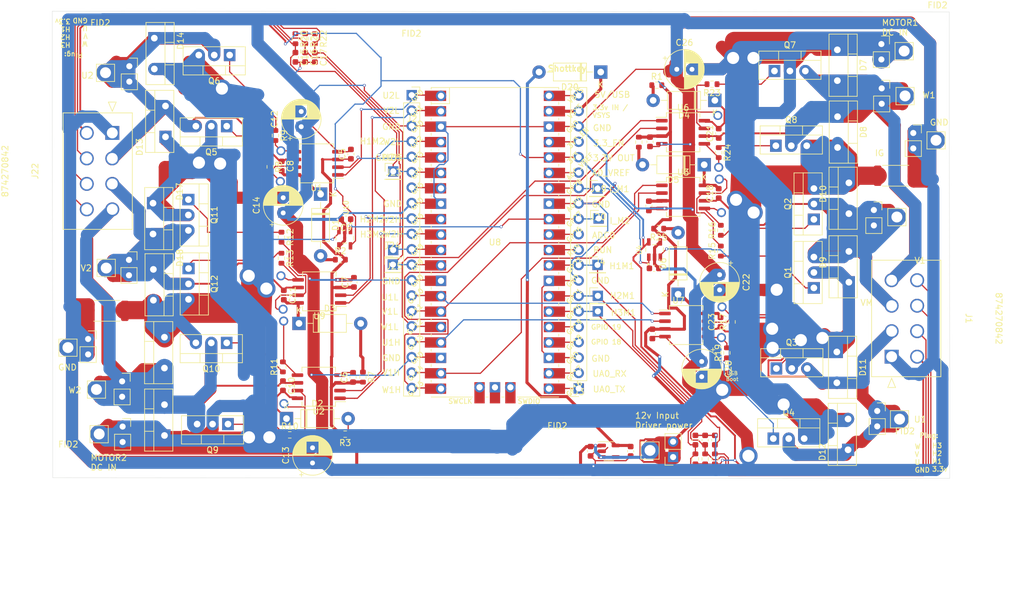
<source format=kicad_pcb>
(kicad_pcb (version 20221018) (generator pcbnew)
  (layers (0 "F.Cu" signal) (1 "In1.Cu" signal "GND") (2 "In2.Cu" signal "VM") (31 "B.Cu" signal) (34 "B.Paste" user) (35 "F.Paste" user) (36 "B.SilkS" user "B.Silkscreen") (37 "F.SilkS" user "F.Silkscreen") (38 "B.Mask" user) (39 "F.Mask" user) (44 "Edge.Cuts" user))
  (property "git_version" "WIP")
  (net 0 "")
  (net 1 "GND")
  (net 2 "/V_To_Plug")
  (net 3 "+3V3")
  (net 4 "+12V")
  (net 5 "/HALL1")
  (net 6 "/HALL2")
  (net 7 "/HALL3")
  (net 8 "Net-(D5-K)")
  (net 9 "Net-(D4-K)")
  (net 10 "/W_To_Plug")
  (net 11 "/VM")
  (net 12 "Net-(D6-K)")
  (net 13 "/MCU/CURRENT_SENSE")
  (net 14 "/U_To_Plug")
  (net 15 "Net-(D4-A)")
  (net 16 "Net-(D5-A)")
  (net 17 "Net-(D6-A)")
  (net 18 "/MCU/U1H")
  (net 19 "/MCU/U1L")
  (net 20 "/MCU/V1H")
  (net 21 "/MCU/V1L")
  (net 22 "/MCU/W1H")
  (net 23 "/MCU/W1L")
  (net 27 "Net-(Q1-G)")
  (net 28 "Net-(Q2-G)")
  (net 29 "Net-(Q3-G)")
  (net 30 "Net-(Q4-G)")
  (net 31 "Net-(Q7-G)")
  (net 32 "Net-(Q8-G)")
  (net 33 "Net-(U3-LO)")
  (net 34 "/MCU/U2L")
  (net 35 "Net-(U3-HO)")
  (net 36 "Net-(U7-HO)")
  (net 37 "Net-(U7-LO)")
  (net 38 "/MCU/V2L")
  (net 40 "/MCU/W2L")
  (net 41 "/MCU/U2H")
  (net 42 "/MCU/V2H")
  (net 43 "/MCU/Hall_1_M2 {slash} i2c0 SDA {slash} UART1_TX")
  (net 44 "/MCU/W2H")
  (net 45 "/MCU/Spare3 {slash} i2c0 SCL UART1_RX")
  (net 46 "/MCU/HALL_2M2")
  (net 47 "/MCU/HALL_3M2")
  (net 48 "/MCU/UART0_TX {slash}spi0 RX {slash} I2C0 SDA")
  (net 49 "/MCU/UART0_RX {slash}spi0 Csn {slash} I2C0 SCL")
  (net 50 "/MCU/Spare2{slash}spi0 SCK{slash}i2c1 SDA")
  (net 51 "/MCU/Spare1{slash}spi0 TX{slash}i2c1 SCL")
  (net 52 "Net-(J3-Pin_10)")
  (net 53 "Net-(J3-Pin_15)")
  (net 54 "Net-(D20-K)")
  (net 55 "Net-(J3-Pin_17)")
  (net 56 "Net-(J3-Pin_20)")
  (net 57 "/MCU/HALL_3")
  (net 58 "/MCU/HALL_2")
  (net 59 "/MCU/HALL_1")
  (net 60 "/PowerM2/U_To_PlugM2")
  (net 61 "Net-(D1-K)")
  (net 62 "Net-(D2-K)")
  (net 63 "/PowerM2/V_To_PlugM2")
  (net 64 "Net-(D3-K)")
  (net 65 "Net-(D1-A)")
  (net 66 "Net-(D2-A)")
  (net 67 "Net-(D3-A)")
  (net 68 "/PowerM1/IGBT_GND")
  (net 69 "/PowerM2/IGBT_GND")
  (net 70 "Net-(Q5-G)")
  (net 71 "Net-(Q6-G)")
  (net 72 "Net-(Q9-G)")
  (net 73 "Net-(Q10-G)")
  (net 74 "Net-(Q11-G)")
  (net 75 "Net-(Q12-G)")
  (net 76 "Net-(U1-HO)")
  (net 77 "Net-(U1-LO)")
  (net 78 "/PowerM2/HSW")
  (net 79 "/PowerM2/LSW")
  (net 80 "Net-(U9-HO)")
  (net 81 "Net-(U9-LO)")
  (net 82 "/PowerM1/HSW")
  (net 83 "/PowerM1/LSW")
  (net 84 "/HALL1M2")
  (net 85 "/HALL2M2")
  (net 86 "/HALL3M2")
  (net 87 "/MCU/CURRENT_SENSEM2")
  (net 88 "/MCU/ADCINSPARE1")
  (net 89 "/PowerM2/VM2")
  (net 90 "/MCU/+3.3V to Sensors")
  (net 91 "/PowerM2/W_To_PlugM2")
  (net 92 "/+3.3V to Sensors")
  (net 93 "/U_To_PlugM2")
  (net 94 "/V_To_PlugM2")
  (net 95 "/W_To_PlugM2")
  (net 96 "/PowerM1/+3.3V to Sensors")
  (net 97 "/PowerM2/+3.3V to Sensors")
  (footprint "Capacitor_SMD:C_0603_1608Metric" (layer "F.Cu") (at 236.948962 143.390001 -90)
    (fp_text reference "C24" hide)
    (fp_text value "10uF/16V")
  )
  (footprint "Package_TO_SOT_SMD:SOT-23-5" (layer "F.Cu") (at 239.948962 143.390001)
    (fp_text reference "U5" hide)
    (fp_text value "XC6220B331MR" hide)
  )
  (footprint "Resistor_SMD:R_0603_1608Metric" (layer "F.Cu") (at 257.414162 144.65 90)
    (fp_text reference "R4" hide)
    (fp_text value "2k2")
  )
  (footprint "Resistor_SMD:R_0603_1608Metric" (layer "F.Cu") (at 255.814162 144.65 90)
    (fp_text reference "R5" hide)
    (fp_text value "2k2")
  )
  (footprint "Capacitor_SMD:C_0603_1608Metric" (layer "F.Cu") (at 257.414162 141.55 90)
    (fp_text reference "C2" hide)
    (fp_text value ".1uF")
  )
  (footprint "Capacitor_SMD:C_0603_1608Metric" (layer "F.Cu") (at 255.814162 141.55 90)
    (fp_text reference "C3" hide)
    (fp_text value ".1uF")
  )
  (footprint "Resistor_SMD:R_0603_1608Metric" (layer "F.Cu") (at 254.214162 144.65 90)
    (fp_text reference "R6" hide)
    (fp_text value "2k2")
  )
  (footprint "Capacitor_SMD:C_0603_1608Metric" (layer "F.Cu") (at 254.214162 141.55 90)
    (fp_text reference "C4" hide)
    (fp_text value ".1uF")
  )
  (footprint "Package_TO_SOT_THT:TO-220-3_Vertical" (layer "F.Cu") (at 177.525 78.1 180)
    (fp_text reference "Q6")
    (fp_text value "IRF540N")
  )
  (footprint "Package_TO_SOT_THT:TO-220-2_Vertical" (layer "F.Cu") (at 279.485 115.535 90)
    (fp_text reference "D9")
    (fp_text value "C3D10060A")
  )
  (footprint "Package_TO_SOT_THT:TO-220-3_Vertical" (layer "F.Cu") (at 267.46 93.045)
    (fp_text reference "Q8")
    (fp_text value "STGP10NC60H")
  )
  (footprint "Capacitor_SMD:C_0603_1608Metric" (layer "F.Cu") (at 189.9552 78.459999 -90)
    (fp_text reference "C16")
    (fp_text value ".1uF")
  )
  (footprint "Package_TO_SOT_THT:TO-220-2_Vertical" (layer "F.Cu") (at 166.785685 129.68 90)
    (fp_text reference "D16" hide)
    (fp_text value "C3D10060A")
  )
  (footprint "Resistor_SMD:R_0603_1608Metric" (layer "F.Cu") (at 189.9752 75.404999 -90)
    (fp_text reference "R21")
    (fp_text value "2k2")
  )
  (footprint "Resistor_SMD:R_0603_1608Metric" (layer "F.Cu") (at 247.86 83.07)
    (fp_text reference "R1")
    (fp_text value "010")
  )
  (footprint "Connector_PinHeader_2.54mm:PinHeader_1x01_P2.54mm_Vertical" (layer "F.Cu") (at 204.4 112.63)
    (fp_text reference "J25")
    (fp_text value "Conn_01x01_Pin")
  )
  (footprint "Capacitor_SMD:C_0603_1608Metric" (layer "F.Cu") (at 186.099999 96.3925 -90)
    (fp_text reference "C8")
    (fp_text value "470nF/16V")
  )
  (footprint "Connector_PinSocket_2.54mm:PinSocket_1x02_P2.54mm_Vertical" (layer "F.Cu") (at 159.820685 131.87)
    (fp_text reference "J16" hide)
    (fp_text value "Conn_01x02")
  )
  (footprint "xESC2:14-18AWGHoleNoTent" (layer "F.Cu") (at 157.2 113.2 180)
    (fp_text reference "REF**" hide)
    (fp_text value "Solder14-18awgWiresHere_1.8mmID_3mmOD" hide)
  )
  (footprint "Connector_PinHeader_2.54mm:PinHeader_1x01_P2.54mm_Vertical" (layer "F.Cu") (at 238.275 105.025)
    (fp_text reference "J20")
    (fp_text value "Conn_01x01_Pin")
  )
  (footprint "Package_TO_SOT_THT:TO-220-2_Vertical" (layer "F.Cu") (at 164.965685 113.42 -90)
    (fp_text reference "D18")
    (fp_text value "C3D10060A")
  )
  (footprint "Package_SO:SO-8_5.3x6.2mm_P1.27mm" (layer "F.Cu") (at 252.19 90.82)
    (fp_text reference "U6")
    (fp_text value "IRS2304")
  )
  (footprint "MountingHole:MountingHole_2.2mm_M2" (layer "F.Cu") (at 150.95 145.45)
    (fp_text reference "FID2")
    (fp_text value "MTG Hole")
  )
  (footprint "Capacitor_SMD:C_0603_1608Metric" (layer "F.Cu") (at 197.489999 94.4225 90)
    (fp_text reference "C5")
    (fp_text value "100nF")
  )
  (footprint "Package_TO_SOT_THT:TO-220-3_Vertical" (layer "F.Cu") (at 177.044314 89.8225 180)
    (fp_text reference "Q5")
    (fp_text value "IRF540N")
  )
  (footprint "Connector_PinSocket_2.54mm:PinSocket_1x02_P2.54mm_Vertical" (layer "F.Cu") (at 250.538962 144.350001 180)
    (fp_text reference "J11" hide)
    (fp_text value "Conn_01x02")
  )
  (footprint "MountingHole:MountingHole_2.2mm_M2" (layer "F.Cu") (at 207.45 77.75)
    (fp_text reference "FID2")
    (fp_text value "MTG Hole")
  )
  (footprint "Package_SO:SO-8_5.3x6.2mm_P1.27mm" (layer "F.Cu") (at 252.2 101.48)
    (fp_text reference "U3")
    (fp_text value "IRS2304")
  )
  (footprint "Diode_THT:D_DO-41_SOD81_P10.16mm_Horizontal" (layer "F.Cu") (at 257.415 85.57 180)
    (fp_text reference "D4")
    (fp_text value "UF4007")
  )
  (footprint "Capacitor_THT:CP_Radial_D6.3mm_P2.50mm" (layer "F.Cu") (at 255.25 128.6 -90)
    (fp_text reference "C28")
    (fp_text value "2.2uF/400v" hide)
  )
  (footprint "Resistor_SMD:R_0603_1608Metric" (layer "F.Cu") (at 258.4 106.975 90)
    (fp_text reference "R16")
    (fp_text value "010")
  )
  (footprint "Resistor_SMD:R_0603_1608Metric" (layer "F.Cu") (at 258.05 94.175 -90)
    (fp_text reference "R24")
    (fp_text value "010")
  )
  (footprint "Capacitor_SMD:C_0603_1608Metric" (layer "F.Cu") (at 243.548962 143.390001 -90)
    (fp_text reference "C25" hide)
    (fp_text value "10uF/16V")
  )
  (footprint "Capacitor_SMD:C_0603_1608Metric" (layer "F.Cu") (at 258.05 91 90)
    (fp_text reference "C21")
    (fp_text value "470nF/16V")
  )
  (footprint "Package_TO_SOT_THT:TO-220-2_Vertical" (layer "F.Cu") (at 279.485 104.235 90)
    (fp_text reference "D10")
    (fp_text value "C3D10060A")
  )
  (footprint "Package_TO_SOT_THT:TO-220-2_Vertical" (layer "F.Cu") (at 277.62 88.255 -90)
    (fp_text reference "D8")
    (fp_text value "C3D10060A")
  )
  (footprint "Resistor_SMD:R_0603_1608Metric" (layer "F.Cu") (at 259.4 127.175 90)
    (fp_text reference "R19")
    (fp_text value "010")
  )
  (footprint "Capacitor_SMD:C_0603_1608Metric" (layer "F.Cu") (at 247.4125 113.25)
    (fp_text reference "C20" hide)
    (fp_text value ".1uF")
  )
  (footprint "Package_TO_SOT_THT:TO-220-3_Vertical" (layer "F.Cu") (at 273.72 116.47 90)
    (fp_text reference "Q1")
    (fp_text value "IRF540N" hide)
  )
  (footprint "Resistor_SMD:R_0603_1608Metric" (layer "F.Cu") (at 186.059999 108.1125 -90)
    (fp_text reference "R12")
    (fp_text value "010")
  )
  (footprint "Package_SO:SO-8_5.3x6.2mm_P1.27mm" (layer "F.Cu") (at 192.299999 117.0425 180)
    (fp_text reference "U9")
    (fp_text value "IRS2304")
  )
  (footprint "Resistor_SMD:R_0603_1608Metric" (layer "F.Cu") (at 196.545685 140.57 180)
    (fp_text reference "R3")
    (fp_text value "010")
  )
  (footprint "Resistor_SMD:R_0603_1608Metric" (layer "F.Cu") (at 244.9 92.45 90)
    (fp_text reference "R26" hide)
    (fp_text value "010")
  )
  (footprint "molex:CON_874270842" (layer "F.Cu") (at 158.199999 90.930001 90)
    (fp_text reference "J22")
    (fp_text value "874270842")
  )
  (footprint "Resistor_SMD:R_0603_1608Metric" (layer "F.Cu") (at 260.25 122.075 90)
    (fp_text reference "R17")
    (fp_text value "010")
  )
  (footprint "Package_TO_SOT_THT:TO-220-2_Vertical" (layer "F.Cu") (at 164.905685 102.51 -90)
    (fp_text reference "D17")
    (fp_text value "C3D10060A")
  )
  (footprint "Connector_PinHeader_2.54mm:PinHeader_1x01_P2.54mm_Vertical" (layer "F.Cu") (at 238.15 120.33)
    (fp_text reference "J7" hide)
    (fp_text value "Conn_01x01_Pin")
  )
  (footprint "xESC2:14-18AWGHoleNoTent" (layer "F.Cu") (at 150.9 126.3)
    (fp_text reference "REF**" hide)
    (fp_text value "Solder14-18awgWiresHere_1.8mmID_3mmOD" hide)
  )
  (footprint "Diode_THT:D_DO-41_SOD81_P10.16mm_Horizontal" (layer "F.Cu") (at 255.66 96.175 180)
    (fp_text reference "D5")
    (fp_text value "UF4007")
  )
  (footprint "Resistor_SMD:R_0603_1608Metric" (layer "F.Cu") (at 199.470685 131.17 -90)
    (fp_text reference "R7")
    (fp_text value "010")
  )
  (footprint "Package_TO_SOT_THT:TO-220-3_Vertical" (layer "F.Cu") (at 177.039999 125.5275 180)
    (fp_text reference "Q10")
    (fp_text value "STGP10NC60H")
  )
  (footprint "Resistor_SMD:R_0603_1608Metric" (layer "F.Cu") (at 188.3552 75.409999 -90)
    (fp_text reference "R20")
    (fp_text value "2k2")
  )
  (footprint "Diode_THT:D_DO-41_SOD81_P10.16mm_Horizontal" (layer "F.Cu") (at 188.939999 122.3225)
    (fp_text reference "D3")
    (fp_text value "UF4007")
  )
  (footprint "Connector_PinSocket_2.54mm:PinSocket_1x20_P2.54mm_Vertical" (layer "F.Cu") (at 207.5 84.7)
    (fp_text reference "J2")
    (fp_text value "Conn_01x20_Pin")
  )
  (footprint "Package_TO_SOT_THT:TO-220-3_Vertical" (layer "F.Cu") (at 177.250685 138.915 180)
    (fp_text reference "Q9")
    (fp_text value "STGP10NC60H")
  )
  (footprint "Package_TO_SOT_THT:TO-220-3_Vertical" (layer "F.Cu") (at 267.545 129.75)
    (fp_text reference "Q3")
    (fp_text value "IRF540N")
  )
  (footprint "Connector_PinSocket_2.54mm:PinSocket_1x02_P2.54mm_Vertical" (layer "F.Cu") (at 159.900685 139.32)
    (fp_text reference "J15" hide)
    (fp_text value "Conn_01x02")
  )
  (footprint "Capacitor_THT:CP_Radial_D6.3mm_P2.50mm" (layer "F.Cu") (at 191.170685 145.32 90)
    (fp_text reference "C13")
    (fp_text value "2.2uF/400v")
  )
  (footprint "Resistor_SMD:R_0603_1608Metric" (layer "F.Cu") (at 248.1625 106.7 180)
    (fp_text reference "R25")
    (fp_text value "010")
  )
  (footprint "MountingHole:MountingHole_2.2mm_M2" (layer "F.Cu") (at 231.475 142.4)
    (fp_text reference "FID2")
    (fp_text value "MTG Hole")
  )
  (footprint "Connector_PinSocket_2.54mm:PinSocket_1x02_P2.54mm_Vertical" (layer "F.Cu") (at 284.835 76.285)
    (fp_text reference "J10" hide)
    (fp_text value "Conn_01x02")
  )
  (footprint "Resistor_SMD:R_2512_6332Metric" (layer "F.Cu") (at 287.185 97.985)
    (fp_text reference "R18" hide)
    (fp_text value "1mR")
  )
  (footprint "MountingHole:MountingHole_2.2mm_M2" (layer "F.Cu") (at 294.075 73.075)
    (fp_text reference "FID2")
    (fp_text value "MTG Hole")
  )
  (footprint "Package_TO_SOT_THT:TO-220-3_Vertical" (layer "F.Cu") (at 267.04 141.305)
    (fp_text reference "Q4")
    (fp_text value "IRF540N")
  )
  (footprint "Connector_PinSocket_2.54mm:PinSocket_1x02_P2.54mm_Vertical" (layer "F.Cu") (at 160.945685 111.85)
    (fp_text reference "J17" hide)
    (fp_text value "Conn_01x02")
  )
  (footprint "Connector_PinSocket_2.54mm:PinSocket_1x02_P2.54mm_Vertical" (layer "F.Cu") (at 284.15 136.75)
    (fp_text reference "J9" hide)
    (fp_text value "Conn_01x02")
  )
  (footprint "Diode_THT:D_DO-41_SOD81_P10.16mm_Horizontal" (layer "F.Cu") (at 251.3625 117.525 90)
    (fp_text reference "D6")
    (fp_text value "UF4007")
  )
  (footprint "Resistor_SMD:R_0603_1608Metric" (layer "F.Cu") (at 186.049999 111.5775 -90)
    (fp_text reference "R13")
    (fp_text value "010")
  )
  (footprint "Connector_PinHeader_2.54mm:PinHeader_1x01_P2.54mm_Vertical" (layer "F.Cu") (at 238.1 112.68)
    (fp_text reference "J4")
    (fp_text value "Conn_01x01_Pin")
  )
  (footprint "Connector_PinSocket_2.54mm:PinSocket_1x02_P2.54mm_Vertical" (layer "F.Cu") (at 283.595 103.635)
    (fp_text reference "J6" hide)
    (fp_text value "Conn_01x02")
  )
  (footprint "xESC2:14-18AWGHoleNoTent" (layer "F.Cu") (at 288.585 77.435)
    (fp_text reference "REF**" hide)
    (fp_text value "Solder14-18awgWiresHere_1.8mmID_3mmOD" hide)
  )
  (footprint "Capacitor_SMD:C_0603_1608Metric" (layer "F.Cu") (at 246.735 92.395 -90)
    (fp_text reference "C19" hide)
    (fp_text value "100nF")
  )
  (footprint "Resistor_SMD:R_0603_1608Metric" (layer "F.Cu") (at 258.4 110.4 90)
    (fp_text reference "R15")
    (fp_text value "010")
  )
  (footprint "xESC2:14-18AWGHoleNoTent" (layer "F.Cu") (at 287.825 138.1)
    (fp_text reference "REF**" hide)
    (fp_text value "Solder14-18awgWiresHere_1.8mmID_3mmOD" hide)
  )
  (footprint "Package_SO:SO-8_5.3x6.2mm_P1.27mm" (layer "F.Cu") (at 252.700888 122.590901)
    (fp_text reference "U7")
    (fp_text value "IRS2304")
  )
  (footprint "Connector_PinHeader_2.54mm:PinHeader_1x01_P2.54mm_Vertical" (layer "F.Cu") (at 204.45 110.23)
    (fp_text reference "J24")
    (fp_text value "Conn_01x01_Pin")
  )
  (footprint "Capacitor_SMD:C_0603_1608Metric" (layer "F.Cu") (at 247.125 124.05 -90)
    (fp_text reference "C27" hide)
    (fp_text value "100nF")
  )
  (footprint "Capacitor_THT:CP_Radial_D6.3mm_P2.50mm" (layer "F.Cu") (at 189.309999 89.9025 90)
    (fp_text reference "C12")
    (fp_text value "2.2uF/400V")
  )
  (footprint "Resistor_SMD:R_0603_1608Metric" (layer "F.Cu") (at 186.290685 129.49 90)
    (fp_text reference "R11")
    (fp_text value "010")
  )
  (footprint "Package_TO_SOT_THT:TO-220-3_Vertical" (layer "F.Cu") (at 267.23 80.725)
    (fp_text reference "Q7")
    (fp_text value "STGP10NC60H")
  )
  (footprint "INA180:SOT95P280X145-5N" (layer "F.Cu") (at 247.4875 110.15 90)
    (fp_text reference "U4")
    (fp_text value "INA180A4")
  )
  (footprint "Diode_THT:D_DO-41_SOD81_P10.16mm_Horizontal" (layer "F.Cu") (at 238.625 80.9 180)
    (fp_text reference "D20")
    (fp_text value "1N5817")
  )
  (footprint "Capacitor_SMD:C_0603_1608Metric" (layer "F.Cu") (at 246.55 102.95 -90)
    (fp_text reference "C1" hide)
    (fp_text value "100nF")
  )
  (footprint "MountingHole:MountingHole_2.2mm_M2" (layer "F.Cu") (at 156.225 76)
    (fp_text reference "FID2")
    (fp_text value "MTG Hole")
  )
  (footprint "Capacitor_SMD:C_0603_1608Metric" (layer "F.Cu") (at 188.3552 78.459999 -90)
    (fp_text reference "C15")
    (fp_text value ".1uF")
  )
  (footprint "Capacitor_SMD:C_0603_1608Metric" (layer "F.Cu") (at 186.300685 132.59 -90)
    (fp_text reference "C10")
    (fp_text value "470nF/16V")
  )
  (footprint "Connector_PinSocket_2.54mm:PinSocket_1x02_P2.54mm_Vertical" (layer "F.Cu") (at 284.885 83.585)
    (fp_text reference "J8" hide)
    (fp_text value "Conn_01x02")
  )
  (footprint "Package_TO_SOT_THT:TO-220-3_Vertical" (layer "F.Cu") (at 170.735 101.915 -90)
    (fp_text reference "Q11")
    (fp_text value "IRF540N")
  )
  (footprint "Capacitor_SMD:C_0603_1608Metric" (layer "F.Cu") (at 196.6775 105.145 180)
    (fp_text reference "C9")
    (fp_text value ".1uF")
  )
  (footprint "Package_TO_SOT_THT:TO-220-3_Vertical" (layer "F.Cu") (at 273.72 105.18 90)
    (fp_text reference "Q2")
    (fp_text value "IRF540N")
  )
  (footprint "xESC2:14-18AWGHoleNoTent" (layer "F.Cu") (at 155.590685 133.2)
    (fp_text reference "REF**" hide)
    (fp_text value "Solder14-18awgWiresHere_1.8mmID_3mmOD" hide)
  )
  (footprint "Capacitor_SMD:C_0603_1608Metric" (layer "F.Cu") (at 197.840685 131.22 90)
    (fp_text reference "C6")
    (fp_text value "100nF")
  )
  (footprint "Package_SO:SO-8_5.3x6.2mm_P1.27mm" (layer "F.Cu") (at 191.849999 95.9425 180)
    (fp_text reference "U1")
    (fp_text value "IRS2304")
  )
  (footprint "MountingHole:MountingHole_2.2mm_M2" (layer "F.Cu") (at 288.7 143.275)
    (fp_text reference "FID2")
    (fp_text value "MTG Hole")
  )
  (footprint "Capacitor_SMD:C_0603_1608Metric" (layer "F.Cu") (at 258.35 122.1 90)
    (fp_text reference "C23")
    (fp_text value "470nF/16V")
  )
  (footprint "Resistor_SMD:R_0603_1608Metric" (layer "F.Cu") (at 256.95 82.9 180)
    (fp_text reference "R23")
    (fp_text value "010")
  )
  (footprint "Package_TO_SOT_THT:TO-220-2_Vertical" (layer "F.Cu") (at 279.35 143.15 90)
    (fp_text reference "D12")
    (fp_text value "C3D10060A")
  )
  (footprint "Diode_THT:D_DO-41_SOD81_P10.16mm_Horizontal" (layer "F.Cu") (at 192.4975 101.025 -90)
    (fp_text reference "D1")
    (fp_text value "UF4007")
  )
  (footprint "xESC2:14-18AWGHoleNoTent" (layer "F.Cu") (at 287.385 104.785)
    (fp_text reference "REF**" hide)
    (fp_text value "Solder14-18awgWiresHere_1.8mmID_3mmOD" hide)
  )
  (footprint "Package_TO_SOT_THT:TO-220-2_Vertical" (layer "F.Cu") (at 165.119999 75.3125 -90)
    (fp_text reference "D14")
    (fp_text value "C3D10060A")
  )
  (footprint "xESC2:14-18AWGHoleNoTent" (layer "F.Cu") (at 293.835 92.135)
    (fp_text reference "REF**" hide)
    (fp_text value "Solder14-18awgWiresHere_1.8mmID_3mmOD" hide)
  )
  (footprint "molex:CON_874270842" (layer "F.Cu") (at 286.525001 127.804655 -90)
    (fp_text reference "J1")
    (fp_text value "874270842")
  )
  (footprint "Connector_PinSocket_2.54mm:PinSocket_1x02_P2.54mm_Vertical" (layer "F.Cu") (at 290.085 90.945)
    (fp_text reference "J12" hide)
    (fp_text value "Conn_01x02")
  )
  (footprint "Resistor_SMD:R_0603_1608Metric" (layer "F.Cu") (at 184.199999 96.5225 -90)
    (fp_text reference "R8")
    (fp_text value "010")
  )
  (footprint "Resistor_SMD:R_0603_1608Metric" (layer "F.Cu") (at 185.059999 91.3575 -90)
    (fp_text reference "R9")
    (fp_text value "010")
  )
  (footprint "Capacitor_SMD:C_0603_1608Metric" (layer "F.Cu") (at 186.439999 117.6475 -90)
    (fp_text reference "C11")
    (fp_text value "470nF/16V")
  )
  (footprint "Resistor_SMD:R_0603_1608Metric" (layer "F.Cu") (at 191.5552 75.414999 -90)
    (fp_text reference "R22")
    (fp_text value "2k2")
  )
  (footprint "Resistor_SMD:R_2512_6332Metric" (layer "F.Cu") (at 157.303185 120.25 180)
    (fp_text reference "R14" hide)
    (fp_text value "1mR")
  )
  (footprint "Package_SO:SO-8_5.3x6.2mm_P1.27mm" (layer "F.Cu") (at 192.190685 132.755 180)
    (fp_text reference "U2")
    (fp_text value "IRS2304")
  )
  (footprint "xESC2:14-18AWGHoleNoTent" (layer "F.Cu") (at 288.735 84.835)
    (fp_text reference "REF**" hide)
    (fp_text value "Solder14-18awgWiresHere_1.8mmID_3mmOD" hide)
  )
  (footprint "Package_TO_SOT_THT:TO-220-2_Vertical" (layer "F.Cu") (at 166.795685 140.79 90)
    (fp_text reference "D15" hide)
    (fp_text value "C3D10060A")
  )
  (footprint "xESC2:14-18AWGHoleNoTent" (layer "F.Cu") (at 157.083014 81.007671)
    (fp_text reference "REF**" hide)
    (fp_text value "Solder14-18awgWiresHere_1.8mmID_3mmOD" hide)
  )
  (footprint "Package_TO_SOT_THT:TO-220-2_Vertical" (layer "F.Cu") (at 166.959999 91.5725 90)
    (fp_text reference "D13")
    (fp_text value "C3D10060A")
  )
  (footprint "Connector_PinHeader_2.54mm:PinHeader_1x01_P2.54mm_Vertical" (layer "F.Cu") (at 238.15 117.78)
    (fp_text reference "J5" hide)
    (fp_text value "Conn_01x01_Pin")
  )
  (footprint "Connector_PinHeader_2.54mm:PinHeader_1x01_P2.54mm_Vertical" (layer "F.Cu") (at 238.1 100.1)
    (fp_text reference "J19")
    (fp_text value "Conn_01x01_Pin")
  )
  (footprint "Capacitor_THT:CP_Radial_D6.3mm_P2.50mm" (layer "F.Cu") (at 251.15 80.45)
    (fp_text reference "C26")
    (fp_text value "2.2uF/400V")
  )
  (footprint "MCU_RaspberryPi_and_Boards:RPi_Pico_SMD_TH" (layer "F.Cu") (at 221.21 108.95)
    (fp_text reference "U8")
    (fp_text value "Pico")
  )
  (footprint "Connector_PinSocket_2.54mm:PinSocket_1x02_P2.54mm_Vertical" (layer "F.Cu") (at 161.008014 79.937671)
    (fp_text reference "J18" hide)
    (fp_text value "Conn_01x02")
  )
  (footprint "xESC2:14-18AWGHoleNoTent" (layer "F.Cu") (at 246.738962 143.250001)
    (fp_text reference "REF**" hide)
    (fp_text value "Solder14-18awgWiresHere_1.8mmID_3mmOD" hide)
  )
  (footprint "Package_TO_SOT_THT:TO-220-3_Vertical" (layer "F.Cu") (at 170.755 113.275 -90)
    (fp_text reference "Q12")
    (fp_text value "IRF540N")
  )
  (footprint "Connector_PinHeader_2.54mm:PinHeader_1x01_P2.54mm_Vertical" (layer "F.Cu") (at 204.45 97.28)
    (fp_text reference "J23")
    (fp_text value "Conn_01x01_Pin")
  )
  (footprint "Package_TO_SOT_THT:TO-220-2_Vertical" (layer "F.Cu") (at 277.5 127.025 -90)
    (fp_text reference "D11")
    (fp_text value "C3D10060A")
  )
  (footprint "Package_TO_SOT_THT:TO-220-2_Vertical" (layer "F.Cu") (at 277.585 77.235 -90)
    (fp_text reference "D7")
    (fp_text value "C3D10060A")
  )
  (footprint "xESC2:14-18AWGHoleNoTent" (layer "F.Cu") (at 156.040685 140.55)
    (fp_text reference "REF**" hide)
    (fp_text value "Solder14-18awgWiresHere_1.8mmID_3mmOD" hide)
  )
  (footprint "Capacitor_SMD:C_0603_1608Metric" (layer "F.Cu") (at 197.989999 115.5575 90)
    (fp_text reference "C7")
    (fp_text value "100nF")
  )
  (footprint "Capacitor_SMD:C_0603_1608Metric" (layer "F.Cu") (at 258.05 100.9 90)
    (fp_text reference "C18")
    (fp_text value "470nF/16V")
  )
  (footprint "Capacitor_SMD:C_0603_1608Metric" (layer "F.Cu") (at 191.5552 78.484999 -90)
    (fp_text reference "C17")
    (fp_text value ".1uF")
  )
  (footprint "Resistor_SMD:R_0603_1608Metric" (layer "F.Cu") (at 187.425685 140.69)
    (fp_text reference "R10")
    (fp_text value "010")
  )
  (footprint "Diode_THT:D_DO-41_SOD81_P10.16mm_Horizontal" (layer "F.Cu") (at 186.880685 138.01)
    (fp_text reference "D2")
    (fp_text value "UF4007")
  )
  (footprint "INA180:SOT95P280X145-5N" (layer "F.Cu") (at 196.4675 108.285 -90)
    (fp_text reference "U10")
    (fp_text value "INA180A4")
  )
  (footprint "Connector_PinSocket_2.54mm:PinSocket_1x20_P2.54mm_Vertical" (layer "F.Cu") (at 235 133.04 180)
    (fp_text reference "J3")
    (fp_text value "Conn_01x20_Pin")
  )
  (footprint "Resistor_SMD:R_0603_1608Metric" (layer "F.Cu") (at 195.7575 111.815)
    (fp_text reference "R2")
    (fp_text value "010")
  )
  (footprint "Capacitor_THT:CP_Radial_D6.3mm_P2.50mm" (layer "F.Cu") (at 258.2 114.3 -90)
    (fp_text reference "C22")
    (fp_text value "2.2uF/400v")
  )
  (footprint "Connector_PinSocket_2.54mm:PinSocket_1x02_P2.54mm_Vertical" (layer "F.Cu") (at 154.220685 124.89)
    (fp_text reference "J13" hide)
    (fp_text value "Conn_01x02")
  )
  (footprint "Capacitor_THT:CP_Radial_D6.3mm_P2.50mm" (layer "F.Cu") (at 186.339999 104.1125 90)
    (fp_text reference "C14")
    (fp_text value "2.2uF/400v")
  )
  (gr_line (start 296 71) (end 296.1 147.85) (stroke (width 0.05)) (layer "Edge.Cuts"))
  (gr_line (start 148.4 147.74) (end 148.31 70.86) (stroke (width 0.05)) (layer "Edge.Cuts"))
  (gr_line (start 148.31 70.86) (end 296 71) (stroke (width 0.05)) (layer "Edge.Cuts"))
  (gr_line (start 296.1 147.85) (end 148.4 147.74) (stroke (width 0.05)) (layer "Edge.Cuts"))
  (gr_text "W\nV\nU\nGND" (at 154.234314 71.9175 180) (layer "F.SilkS") (effects (font (size 0.8 0.8)) (justify left bottom)))
  (gr_text "H2M2" (at 198.849999 105.7425) (layer "F.SilkS") (effects (font (size 1 1)) (justify left bottom)))
  (gr_text "AD_VREF" (at 237.1 98.1) (layer "F.SilkS") (effects (font (size 1 1)) (justify left bottom)))
  (gr_text "W1H" (at 202.5 133.85) (layer "F.SilkS") (effects (font (size 1 1)) (justify left bottom)))
  (gr_text "W2L" (at 202.7 93) (layer "F.SilkS") (effects (font (size 1 1)) (justify left bottom)))
  (gr_text "GPIO 19" (at 236.95 123.4) (layer "F.SilkS") (effects (font (size 0.8 0.8)) (justify left bottom)))
  (gr_text "Shottkey" (at 229.805 80.9) (layer "F.SilkS") (effects (font (size 1 1) (thickness 0.2) bold) (justify left bottom)))
  (gr_text "GND" (at 202.55 128.6) (layer "F.SilkS") (effects (font (size 1 1)) (justify left bottom)))
  (gr_text "H2M1" (at 240.05 118.35) (layer "F.SilkS") (effects (font (size 1 1)) (justify left bottom)))
  (gr_text "H3M2" (at 198.899999 108.2425) (layer "F.SilkS") (effects (font (size 1 1)) (justify left bottom)))
  (gr_text "GND" (at 237 128.7) (layer "F.SilkS") (effects (font (size 1 1)) (justify left bottom)))
  (gr_text "W\nV\nU\nGND" (at 290.25 146.95) (layer "F.SilkS") (effects (font (size 0.8 0.8)) (justify left bottom)))
  (gr_text "GND" (at 202.55 90.5) (layer "F.SilkS") (effects (font (size 1 1)) (justify left bottom)))
  (gr_text "GPIO 18" (at 236.95 125.85) (layer "F.SilkS") (effects (font (size 0.8 0.8)) (justify left bottom)))
  (gr_text "U2H" (at 202.6 95.55) (layer "F.SilkS") (effects (font (size 1 1)) (justify left bottom)))
  (gr_text "GND" (at 149.2 130.15) (layer "F.SilkS") (effects (font (size 1 1)) (justify left bottom)))
  (gr_text "5V/USB" (at 237.5 85.2) (layer "F.SilkS") (effects (font (size 1 1)) (justify left bottom)))
  (gr_text "V2" (at 152.9 113.8) (layer "F.SilkS") (effects (font (size 1 1)) (justify left bottom)))
  (gr_text "MOTOR1\nDC IN" (at 284.835 74.955) (layer "F.SilkS") (effects (font (size 1 1)) (justify left bottom)))
  (gr_text "H1M2" (at 198.859314 92.8925) (layer "F.SilkS") (effects (font (size 1 1)) (justify left bottom)))
  (gr_text "GND" (at 202.5 115.95) (layer "F.SilkS") (effects (font (size 1 1)) (justify left bottom)))
  (gr_text "VM" (at 281.3 119.5) (layer "F.SilkS") (effects (font (size 1 1)) (justify left bottom)))
  (gr_text "MOTOR2\nDC IN" (at 154.55 146.65) (layer "F.SilkS") (effects (font (size 1 1)) (justify left bottom)))
  (gr_text "U1H" (at 202.5 126.05) (layer "F.SilkS") (effects (font (size 1 1)) (justify left bottom)))
  (gr_text "UA0_RX" (at 237.2 131.2) (layer "F.SilkS") (effects (font (size 1 1)) (justify left bottom)))
  (gr_text "U2L" (at 202.6 85.35) (layer "F.SilkS") (effects (font (size 1 1)) (justify left bottom)))
  (gr_text "3.3_EN" (at 237.3 93.2) (layer "F.SilkS") (effects (font (size 1 1)) (justify left bottom)))
  (gr_text "12v Input\nDriver power" (at 244.2 139.7) (layer "F.SilkS") (effects (font (size 1 1)) (justify left bottom)))
  (gr_text "W2H" (at 202.8 108.2) (layer "F.SilkS") (effects (font (size 1 1)) (justify left bottom)))
  (gr_text "H3\nH2\nH1\n3.3v" (at 293.1 146.8) (layer "F.SilkS") (effects (font (size 0.8 0.8)) (justify left bottom)))
  (gr_text "W2" (at 150.9 133.9) (layer "F.SilkS") (effects (font (size 1 1)) (justify left bottom)))
  (gr_text "V1H" (at 202.6 131) (layer "F.SilkS") (effects (font (size 1 1)) (justify left bottom)))
  (gr_text "GND" (at 236.95 115.85) (layer "F.SilkS") (effects (font (size 1 1)) (justify left bottom)))
  (gr_text "W1L" (at 202.3 123.5) (layer "F.SilkS") (effects (font (size 1 1)) (justify left bottom)))
  (gr_text "GPIO5" (at 201.409314 95.5925) (layer "F.SilkS") (effects (font (size 1 1)) (justify left bottom)))
  (gr_text "H3\nH2\nH1\n3.3v" (at 151.384314 72.0675 180) (layer "F.SilkS") (effects (font (size 0.8 0.8)) (justify left bottom)))
  (gr_text "V1L" (at 202.5 120.95) (layer "F.SilkS") (effects (font (size 1 1)) (justify left bottom)))
  (gr_text "ADC0" (at 237.1 108.4) (layer "F.SilkS") (effects (font (size 1 1)) (justify left bottom)))
  (gr_text "Plug:" (at 153.434314 77.6175 180) (layer "F.SilkS") (effects (font (size 0.8 0.8)) (justify left bottom)))
  (gr_text "I_M1" (at 239.9 100.75) (layer "F.SilkS") (effects (font (size 1 1)) (justify left bottom)))
  (gr_text "USB\nBoot" (at 260.275 131.025) (layer "F.SilkS") (effects (font (size 0.6 0.6) (thickness 0.1))))
  (gr_text "Plug:" (at 291.05 141.25) (layer "F.SilkS") (effects (font (size 0.8 0.8)) (justify left bottom)))
  (gr_text "H3M1" (at 240.2 121.15) (layer "F.SilkS") (effects (font (size 1 1)) (justify left bottom)))
  (gr_text "V1" (at 290.195001 112.544656) (layer "F.SilkS") (effects (font (size 1 1)) (justify left bottom)))
  (gr_text "W1" (at 291.535 85.285) (layer "F.SilkS") (effects (font (size 1 1)) (justify left bottom)))
  (gr_text "H1M1" (at 239.95 113.45) (layer "F.SilkS") (effects (font (size 1 1)) (justify left bottom)))
  (gr_text "U2" (at 153 82.05) (layer "F.SilkS") (effects (font (size 1 1)) (justify left bottom)))
  (gr_text "GND" (at 202.75 103.2) (layer "F.SilkS") (effects (font (size 1 1)) (justify left bottom)))
  (gr_text "3.3V OUT" (at 237.25 95.65) (layer "F.SilkS") (effects (font (size 1 1)) (justify left bottom)))
  (gr_text "IG" (at 283.685 94.835) (layer "F.SilkS") (effects (font (size 1 1)) (justify left bottom)))
  (gr_text "RUN" (at 237.3 110.8) (layer "F.SilkS") (effects (font (size 1 1)) (justify left bottom)))
  (gr_text "3.3v IN /\nVSYS" (at 237.2 88.5) (layer "F.SilkS") (effects (font (size 0.8 0.8)) (justify left bottom)))
  (gr_text "GND" (at 237.25 90.7) (layer "F.SilkS") (effects (font (size 1 1)) (justify left bottom)))
  (gr_text "GND" (at 292.735 89.785) (layer "F.SilkS") (effects (font (size 1 1)) (justify left bottom)))
  (gr_text "I_M2" (at 240 106) (layer "F.SilkS") (effects (font (size 1 1)) (justify left bottom)))
  (gr_text "V2L" (at 202.75 87.85) (layer "F.SilkS") (effects (font (size 1 1)) (justify left bottom)))
  (gr_text "U1" (at 290.125 138.725) (layer "F.SilkS") (effects (font (size 1 1)) (justify left bottom)))
  (gr_text "V2H" (at 202.8 105.8) (layer "F.SilkS") (effects (font (size 1 1)) (justify left bottom)))
  (gr_text "U1L" (at 202.4 118.6) (layer "F.SilkS") (effects (font (size 1 1)) (justify left bottom)))
  (gr_text "UA0_TX" (at 237.25 133.75) (layer "F.SilkS") (effects (font (size 1 1)) (justify left bottom)))
  (gr_text "GND" (at 237.05 103.3) (layer "F.SilkS") (effects (font (size 1 1)) (justify left bottom)))
  (segment (start 193.430685 142.251572) (end 192.752057 141.572944) (width 2) (layer "F.Cu") (net 1))
  (segment (start 151.040685 126.2) (end 151.570685 125.67) (width 2) (layer "F.Cu") (net 1))
  (segment (start 193.430685 143.55127) (end 193.430685 142.251572) (width 2) (layer "F.Cu") (net 1))
  (segment (start 254.214162 140.775) (end 254.414162 140.775) (width 0.2) (layer "F.Cu") (net 1))
  (segment (start 247.4875 111.405) (end 247.4875 112.55) (width 0.5) (layer "F.Cu") (net 1))
  (segment (start 195.779999 115.1475) (end 195.344999 115.1575) (width 0.5) (layer "F.Cu") (net 1))
  (segment (start 248.7 103.385) (end 248.69 103.385) (width 0.5) (layer "F.Cu") (net 1))
  (segment (start 192.752057 141.572944) (end 192.752057 131.852744) (width 2) (layer "F.Cu") (net 1))
  (segment (start 195.759999 115.1475) (end 197.579999 115.1475) (width 0.5) (layer "F.Cu") (net 1))
  (segment (start 292.28623 98.93623) (end 292.875 98.34746) (width 2) (layer "F.Cu") (net 1))
  (segment (start 154.298185 120.14) (end 154.298185 119.18877) (width 2) (layer "F.Cu") (net 1))
  (segment (start 151.570685 127.605) (end 151.570685 126.73) (width 2) (layer "F.Cu") (net 1))
  (segment (start 290.1475 90.7075) (end 290.335 90.52) (width 2) (layer "F.Cu") (net 1))
  (segment (start 189.400977 111.975) (end 188.619999 111.975) (width 2) (layer "F.Cu") (net 1))
  (segment (start 151.570685 126.73) (end 151.040685 126.2) (width 2) (layer "F.Cu") (net 1))
  (segment (start 293.535 92.625) (end 292.875 93.06) (width 2) (layer "F.Cu") (net 1))
  (segment (start 189.116815 79.3) (end 189.95 79.3) (width 0.2) (layer "F.Cu") (net 1))
  (segment (start 189.117055 113.6325) (end 188.119999 112.635444) (width 1) (layer "F.Cu") (net 1))
  (segment (start 151.570685 125.67) (end 151.570685 125.065) (width 2) (layer "F.Cu") (net 1))
  (segment (start 253.05 132.01127) (end 257.01373 135.975) (width 2) (layer "F.Cu") (net 1))
  (segment (start 191.55 79.3) (end 191.35 79.3) (width 0.2) (layer "F.Cu") (net 1))
  (segment (start 193.430685 144.07137) (end 192.362055 145.14) (width 2) (layer "F.Cu") (net 1))
  (segment (start 199.709314 83.0925) (end 199.709314 83.941128) (width 0.2) (layer "F.Cu") (net 1))
  (segment (start 195.349999 94.0375) (end 191.214999 89.9025) (width 0.2) (layer "F.Cu") (net 1))
  (segment (start 205.548186 89.78) (end 207.5 89.78) (width 0.2) (layer "F.Cu") (net 1))
  (segment (start 255.25 128.6) (end 254.63873 128.6) (width 2) (layer "F.Cu") (net 1))
  (segment (start 292.28623 97.68623) (end 291.635 97.035) (width 2) (layer "F.Cu") (net 1))
  (segment (start 151.570685 125.065) (end 154.110685 125.065) (width 2) (layer "F.Cu") (net 1))
  (segment (start 192.752057 131.852744) (end 191.349999 130.450686) (width 2) (layer "F.Cu") (net 1))
  (segment (start 212.2 89.78) (end 212.32 89.9) (width 0.2) (layer "F.Cu") (net 1))
  (segment (start 191.55 79.3) (end 189.95 79.3) (width 0.2) (layer "F.Cu") (net 1))
  (segment (start 151.570685 141.9) (end 151.570685 127.605) (width 2) (layer "F.Cu") (net 1))
  (segment (start 292.875 98.34746) (end 292.875 93.06) (width 2) (layer "F.Cu") (net 1))
  (segment (start 236.948962 144.290001) (end 236.948962 144.165001) (width 0.2) (layer "F.Cu") (net 1))
  (segment (start 188.619999 106.3925) (end 186.339999 104.1125) (width 2) (layer "F.Cu") (net 1))
  (segment (start 191.349999 130.450686) (end 191.349999 113.924022) (width 2) (layer "F.Cu") (net 1))
  (segment (start 253.64 92.84) (end 253.64 84.525) (width 1) (layer "F.Cu") (net 1))
  (segment (start 253.64 104.84637) (end 253.69363 104.9) (width 1) (layer "F.Cu") (net 1))
  (segment (start 257.803376 135.975) (end 262.65 140.821624) (width 2) (layer "F.Cu") (net 1))
  (segment (start 249.125 103.375) (end 248.71 103.385) (width 0.5) (layer "F.Cu") (net 1))
  (segment (start 237.723962 145.54562) (end 237.419582 145.85) (width 0.2) (layer "F.Cu") (net 1))
  (segment (start 235 127.96) (end 230.14 127.96) (width 0.2) (layer "F.Cu") (net 1))
  (segment (start 248.6625 113.35) (end 248.2875 113.35) (width 0.3) (layer "F.Cu") (net 1))
  (segment (start 247.4875 109.845) (end 247.4875 111.405) (width 0.5) (layer "F.Cu") (net 1))
  (segment (start 152.159455 119.18877) (end 151.570685 119.77754) (width 2) (layer "F.Cu") (net 1))
  (segment (start 151.745685 127.43) (end 151.570685 127.605) (width 2) (layer "F.Cu") (net 1))
  (segment (start 230.14 127.96) (end 230.1 128) (width 0.2) (layer "F.Cu") (net 1))
  (segment (start 236.948962 144.165001) (end 237.723962 143.390001) (width 0.2) (layer "F.Cu") (net 1))
  (segment (start 239.160358 143.390001) (end 239.773962 142.776397) (width 0.2) (layer "F.Cu") (net 1))
  (segment (start 250.05 80.65) (end 249.9 80.8) (width 2) (layer "F.Cu") (net 1))
  (segment (start 292.875 93.06) (end 290.335 93.06) (width 2) (layer "F.Cu") (net 1))
  (segment (start 195.2875 105.175) (end 195.6625 105.175) (width 0.3) (layer "F.Cu") (net 1))
  (segment (start 190.776369 113.6325) (end 189.117055 113.6325) (width 1) (layer "F.Cu") (net 1))
  (segment (start 250.93 80.65) (end 250.93 79.51863) (width 2) (layer "F.Cu") (net 1))
  (segment (start 191.170685 145.32) (end 191.661955 145.32) (width 2) (layer "F.Cu") (net 1))
  (segment (start 207.5 127.88) (end 212.2 127.88) (width 0.2) (layer "F.Cu") (net 1))
  (segment (start 152.45 126.35) (end 151.190685 126.35) (width 2) (layer "F.Cu") (net 1))
  (segment (start 253.625 84.525) (end 253.125 84.025) (width 1) (layer "F.Cu") (net 1))
  (segment (start 196.4625 105.975) (end 195.7625 105.275) (width 0.5) (layer "F.Cu") (net 1))
  (segment (start 154.220685 127.43) (end 151.745685 127.43) (width 2) (layer "F.Cu") (net 1))
  (segment (start 257.639162 140.775) (end 257.589162 140.725) (width 0.2) (layer "F.Cu") (net 1))
  (segment (start 249.200888 124.495901) (end 253.304987 128.6) (width 0.2) (layer "F.Cu") (net 1))
  (segment (start 196.4625 108.235) (end 196.4625 107.12) (width 0.5) (layer "F.Cu") (net 1))
  (segment (start 151.190685 126.35) (end 151.040685 126.2) (width 2) (layer "F.Cu") (net 1))
  (segment (start 244.41 80.45) (end 251.15 80.45) (width 0.2) (layer "F.Cu") (net 1))
  (segment (start 188.175 79.35) (end 188.225 79.3) (width 0.2) (layer "F.Cu") (net 1))
  (segment (start 253.64 103.465) (end 253.64 92.91) (width 1) (layer "F.Cu") (net 1))
  (segment (start 195.6625 105.175) (end 195.7625 105.275) (width 0.3) (layer "F.Cu") (net 1))
  (segment (start 290.1475 98.93623) (end 292.28623 98.93623) (width 2) (layer "F.Cu") (net 1))
  (segment (start 256.35 112.5) (end 256.35 111.8) (width 1) (layer "F.Cu") (net 1))
  (segment (start 249.200888 124.495901) (end 247.454099 124.495901) (width 0.2) (layer "F.Cu") (net 1))
  (segment (start 190.829999 113.68613) (end 190.776369 113.6325) (width 1) (layer "F.Cu") (net 1))
  (segment (start 230.1 115.3) (end 230.14 115.26) (width 0.2) (layer "F.Cu") (net 1))
  (segment (start 290.1475 97.985) (end 290.1475 98.93623) (width 2) (layer "F.Cu") (net 1))
  (segment (start 257.539162 140.775) (end 257.414162 140.775) (width 0.2) (layer "F.Cu") (net 1))
  (segment (start 254.214162 140.775) (end 255.814162 140.775) (width 0.2) (layer "F.Cu") (net 1))
  (segment (start 253.05 130.18873) (end 253.05 131.640812) (width 2) (layer "F.Cu") (net 1))
  (segment (start 235 89.86) (end 244.41 80.45) (width 0.2) (layer "F.Cu") (net 1))
  (segment (start 236.823962 144.290001) (end 236.948962 144.165001) (width 0.2) (layer "F.Cu") (net 1))
  (segment (start 189.116815 79.3) (end 189.116815 80.2575) (width 0.2) (layer "F.Cu") (net 1))
  (segment (start 262.95 144.15) (end 262.65 144.05) (width 2) (layer "F.Cu") (net 1))
  (segment (start 196.4625 108.68) (end 196.4625 108.235) (width 0.5) (layer "F.Cu") (net 1))
  (segment (start 251.15 82.05) (end 253.125 84.025) (width 2) (layer "F.Cu") (net 1))
  (segment (start 238.811462 143.390001) (end 239.160358 143.390001) (width 0.2) (layer "F.Cu") (net 1))
  (segment (start 212.32 89.9) (end 230.1 89.9) (width 0.2) (layer "F.Cu") (net 1))
  (segment (start 199.709314 83.941128) (end 205.548186 89.78) (width 0.2) (layer "F.Cu") (net 1))
  (segment (start 291.635 97.035) (end 291.635 90.535) (width 2) (layer "F.Cu") (net 1))
  (segment (start 191.214999 89.9025) (end 189.309999 89.9025) (width 0.2) (layer "F.Cu") (net 1))
  (segment (start 253.05 131.640812) (end 253.05 132.01127) (width 2) (layer "F.Cu") (net 1))
  (segment (start 253.125 84.025) (end 250 80.9) (width 1) (layer "F.Cu") (net 1))
  (segment (start 190.909314 115.065) (end 190.909314 125.62) (width 1) (layer "F.Cu") (net 1))
  (segment (start 188.225 79.3) (end 188.35 79.3) (width 0.2) (layer "F.Cu") (net 1))
  (segment (start 248.65 92.765) (end 248.65 92.725) (width 0.2) (layer "F.Cu") (net 1))
  (segment (start 257.414162 140.775) (end 255.814162 140.775) (width 0.2) (layer "F.Cu") (net 1))
  (segment (start 257.589162 140.725) (end 257.539162 140.775) (width 0.2) (layer "F.Cu") (net 1))
  (segment (start 195.5125 109.63) (end 196.4625 108.68) (width 0.5) (layer "F.Cu") (net 1))
  (segment (start 238.04 102.56) (end 235 102.56) (width 0.3) (layer "F.Cu") (net 1))
  (segment (start 154.810685 145.14) (end 151.570685 141.9) (width 2) (layer "F.Cu") (net 1))
  (segment (start 207.5 89.78) (end 212.2 89.78) (width 0.2) (layer "F.Cu") (net 1))
  (segment (start 195.710685 130.825) (end 195.710685 130.865) (width 0.2) (layer "F.Cu") (net 1))
  (segment (start 253.125 104.613478) (end 253.125 84.025) (width 2) (layer "F.Cu") (net 1))
  (segment (start 248.6625 113.35) (end 248.656057 113.35) (width 0.3) (layer "F.Cu") (net 1))
  (segment (start 292.28623 98.93623) (end 292.28623 97.68623) (width 2) (layer "F.Cu") (net 1))
  (segment (start 191.349999 113.924022) (end 189.400977 111.975) (width 2) (layer "F.Cu") (net 1))
  (segment (start 247.05 124.9) (end 247.125 124.825) (width 0.2) (layer "F.Cu") (net 1))
  (segment (start 290.1475 97.985) (end 290.1475 90.7075) (width 2) (layer "F.Cu") (net 1))
  (segment (start 257.01373 135.975) (end 257.803376 135.975) (width 2) (layer "F.Cu") (net 1))
  (segment (start 195.670685 130.865) (end 195.685685 130.94) (width 0.2) (layer "F.Cu") (net 1))
  (segment (start 248.69 103.385) (end 249.125 103.375) (width 0.5) (layer "F.Cu") (net 1))
  (segment (start 212.2 115.18) (end 212.32 115.3) (width 0.2) (layer "F.Cu") (net 1))
  (segment (start 197.0159 94.036599) (end 197.344999 93.7075) (width 0.2) (layer "F.Cu") (net 1))
  (segment (start 257.754162 140.775) (end 257.639162 140.775) (width 0.2) (layer "F.Cu") (net 1))
  (segment (start 228.95 126.85) (end 230.1 128) (width 0.2) (layer "F.Cu") (net 1))
  (segment (start 289.635 72.985) (end 292.875 76.225) (width 2) (layer "F.Cu") (net 1))
  (segment (start 247.454099 124.495901) (end 247.125 124.825) (width 0.2) (layer "F.Cu") (net 1))
  (segment (start 193.430685 142.94) (end 193.430685 144.07137) (width 2) (layer "F.Cu") (net 1))
  (segment (start 151.570685 119.77754) (end 151.570685 125.065) (width 2) (layer "F.Cu") (net 1))
  (segment (start 254.63873 128.6) (end 253.05 130.18873) (width 2) (layer "F.Cu") (net 1))
  (segment (start 195.344999 115.1575) (end 195.759999 115.1475) (width 0.5) (layer "F.Cu") (net 1))
  (segment (start 248.2875 113.35) (end 248.1875 113.25) (width 0.3) (layer "F.Cu") (net 1))
  (segment (start 248.245 93.17) (end 248.65 92.765) (width 0.2) (layer "F.Cu") (net 1))
  (segment (start 236.948962 144.165001) (end 237.723962 144.940001) (width 0.2) (layer "F.Cu") (net 1))
  (segment (start 292.875 76.225) (end 292.875 90.52) (width 2) (layer "F.Cu") (net 1))
  (segment (start 188.119999 112.635444) (end 188.119999 106.7325) (width 1) (layer "F.Cu") (net 1))
  (segment (start 230.14 115.26) (end 235 115.26) (width 0.2) (layer "F.Cu") (net 1))
  (segment (start 195.769999 115.1475) (end 195.779999 115.1475) (width 0.5) (layer "F.Cu") (net 1))
  (segment (start 240.975 99.25) (end 240.975 99.625) (width 0.3) (layer "F.Cu") (net 1))
  (segment (start 240.975 99.625) (end 238.04 102.56) (width 0.3) (layer "F.Cu") (net 1))
  (segment (start 237.723962 144.940001) (end 237.723962 145.54562) (width 0.2) (layer "F.Cu") (net 1))
  (segment (start 152.159455 119.18877) (end 152.159455 119.659455) (width 2) (layer "F.Cu") (net 1))
  (segment (start 248.4375 108.895) (end 247.4875 109.845) (width 0.5) (layer "F.Cu") (net 1))
  (segment (start 253.69363 109.79363) (end 253.69363 105.182108) (width 2) (layer "F.Cu") (net 1))
  (segment (start 190.934314 114.8475) (end 190.934314 113.68613) (width 1) (layer "F.Cu") (net 1))
  (segment (start 291.635 90.535) (end 292.235 90.535) (width 2) (layer "F.Cu") (net 1))
  (segment (start 154.298185 119.18877) (end 152.159455 119.18877) (width 2) (layer "F.Cu") (net 1))
  (segment (start 196.115685 130.42) (end 195.710685 130.825) (width 0.2) (layer "F.Cu") (net 1))
  (segment (start 258.2 114.3) (end 253.69363 109.79363) (width 2) (layer "F.Cu") (net 1))
  (segment (start 186.269999 104.1825) (end 188.119999 106.0325) (width 1) (layer "F.Cu") (net 1))
  (segment (start 248.69 92.725) (end 248.675 92.65) (width 0.2) (layer "F.Cu") (net 1))
  (segment (start 230.14 102.56) (end 235 102.56) (width 0.2) (layer "F.Cu") (net 1))
  (segment (start 230.14 89.86) (end 235 89.86) (width 0.2) (layer "F.Cu") (net 1))
  (segment (start 188.01 79.3) (end 188.125 79.3) (width 0.2) (layer "F.Cu") (net 1))
  (segment (start 258.2 114.35) (end 256.35 112.5) (width 1) (layer "F.Cu") (net 1))
  (segment (start 154.298185 120.14) (end 154.298185 127.4175) (width 2) (layer "F.Cu") (net 1))
  (segment (start 197.579999 115.1475) (end 197.919999 114.8075) (width 0.5) (layer "F.Cu") (net 1))
  (segment (start 230.1 102.6) (end 230.14 102.56) (width 0.2) (layer "F.Cu") (net 1))
  (segment (start 207.5 115.18) (end 212.2 115.18) (width 0.2) (layer "F.Cu") (net 1))
  (segment (start 230.1 115.3) (end 228.95 116.45) (width 0.2) (layer "F.Cu") (net 1))
  (segment (start 191.661955 145.32) (end 193.430685 143.55127) (width 2) (layer "F.Cu") (net 1))
  (segment (start 253.64 84.525) (end 253.625 84.525) (width 1) (layer "F.Cu") (net 1))
  (segment (start 253.64 92.91) (end 253.675 92.875) (width 1) (layer "F.Cu") (net 1))
  (segment (start 196.4625 107.12) (end 196.4625 105.975) (width 0.5) (layer "F.Cu") (net 1))
  (segment (start 150.940685 126.3) (end 151.040685 126.2) (width 3) (layer "F.Cu") (net 1))
  (segment (start 243.061462 144.652501) (end 243.548962 144.165001) (width 0.2) (layer "F.Cu") (net 1))
  (segment (start 197.419999 93.6325) (end 197.344999 93.7075) (width 0.2) (layer "F.Cu") (net 1))
  (segment (start 246.89 103.385) (end 246.55 103.725) (width 0.5) (layer "F.Cu") (net 1))
  (segment (start 251.15 80.45) (end 251.15 82.05) (width 2) (layer "F.Cu") (net 1))
  (segment (start 292.875 90.52) (end 293.535 92.625) (width 2) (layer "F.Cu") (net 1))
  (segment (start 292.235 90.535) (end 293.835 92.135) (width 2) (layer "F.Cu") (net 1))
  (segment (start 237.723962 144.940001) (end 242.773962 144.940001) (width 0.2) (layer "F.Cu") (net 1))
  (segment (start 189.4273 79.322501) (end 189.4273 79.325445) (width 0.2) (layer "F.Cu") (net 1))
  (segment (start 152.45 119.95) (end 152.45 126.35) (width 2) (layer "F.Cu") (net 1))
  (segment (start 242.773962 144.940001) (end 243.061462 144.652501) (width 0.2) (layer "F.Cu") (net 1))
  (segment (start 253.69363 105.182108) (end 253.125 104.613478) (width 2) (layer "F.Cu") (net 1))
  (segment (start 262.65 140.821624) (end 262.95 144.15) (width 2) (layer "F.Cu") (net 1))
  (segment (start 195.269111 94.036599) (end 197.0159 94.036599) (width 0.2) (layer "F.Cu") (net 1))
  (segment (start 154.298185 127.4175) (end 154.110685 127.605) (width 2) (layer "F.Cu") (net 1))
  (segment (start 212.2 127.88) (end 212.32 128) (width 0.2) (layer "F.Cu") (net 1))
  (segment (start 253.304987 128.6) (end 255.25 128.6) (width 0.2) (layer "F.Cu") (net 1))
  (segment (start 248.245 93.17) (end 246.735 93.17) (width 0.2) (layer "F.Cu") (net 1))
  (segment (start 150.9 126.3) (end 150.940685 126.3) (width 3) (layer "F.Cu") (net 1))
  (segment (start 188.125 79.3) (end 188.175 79.35) (width 0.2) (layer "F.Cu") (net 1))
  (segment (start 192.362055 145.14) (end 154.810685 145.14) (width 2) (layer "F.Cu") (net 1))
  (segment (start 250.93 80.65) (end 250.05 80.65) (width 2) (layer "F.Cu") (net 1))
  (segment (start 253.64 103.685) (end 253.64 104.84637) (width 1) (layer "F.Cu") (net 1))
  (segment (start 188.619999 111.975) (end 188.619999 106.3925) (width 2) (layer "F.Cu") (net 1))
  (segment (start 252.049315 72.725) (end 289.600685 72.725) (width 2) (layer "F.Cu") (net 1))
  (segment (start 152.159455 119.659455) (end 152.45 119.95) (width 2) (layer "F.Cu") (net 1))
  (segment (start 228.95 116.45) (end 228.95 126.85) (width 0.2) (layer "F.Cu") (net 1))
  (segment (start 188.35 79.3) (end 189.116815 79.3) (width 0.2) (layer "F.Cu") (net 1))
  (segment (start 230.1 89.9) (end 230.14 89.86) (width 0.2) (layer "F.Cu") (net 1))
  (segment (start 188.119999 106.0325) (end 188.119999 106.7325) (width 1) (layer "F.Cu") (net 1))
  (segment (start 247.4875 112.55) (end 248.1875 113.25) (width 0.5) (layer "F.Cu") (net 1))
  (segment (start 207.5 102.48) (end 212.2 102.48) (width 0.2) (layer "F.Cu") (net 1))
  (segment (start 196.115685 130.42) (end 197.625685 130.42) (width 0.2) (layer "F.Cu") (net 1))
  (segment (start 212.2 102.48) (end 212.32 102.6) (width 0.2) (layer "F.Cu") (net 1))
  (segment (start 248.71 103.385) (end 246.89 103.385) (width 0.5) (layer "F.Cu") (net 1))
  (segment (start 237.723962 143.390001) (end 238.811462 143.390001) (width 0.2) (layer "F.Cu") (net 1))
  (via (at 248.6625 113.35) (size 0.48) (drill 0.3) (layers "F.Cu" "B.Cu") (net 1))
  (via (at 190.719999 114.9575) (size 0.48) (drill 0.3) (layers "F.Cu" "B.Cu") (net 1))
  (via (at 240.975 99.25) (size 0.48) (drill 0.3) (layers "F.Cu" "B.Cu") (net 1))
  (via (at 195.710685 130.865) (size 0.48) (drill 0.3) (layers "F.Cu" "B.Cu") (net 1))
  (via (at 189.116815 80.2575) (size 0.48) (drill 0.3) (layers "F.Cu" "B.Cu") (net 1))
  (via (at 237.419582 145.85) (size 0.48) (drill 0.3) (layers "F.Cu" "B.Cu") (net 1))
  (via (at 248.65 92.725) (size 0.48) (drill 0.3) (layers "F.Cu" "B.Cu") (net 1))
  (via (at 249.125 103.375) (size 0.48) (drill 0.3) (layers "F.Cu" "B.Cu") (net 1))
  (via (at 257.589162 140.725) (size 0.48) (drill 0.3) (layers "F.Cu" "B.Cu") (net 1))
  (via (at 253.35 92.8) (size 0.48) (drill 0.3) (layers "F.Cu" "B.Cu") (net 1))
  (via (at 262.95 144.15) (size 3) (drill 2) (layers "F.Cu" "B.Cu") (net 1))
  (via (at 191.010685 130.79) (size 0.48) (drill 0.3) (layers "F.Cu" "B.Cu") (net 1))
  (via (at 195.344999 115.1575) (size 0.48) (drill 0.3) (layers "F.Cu" "B.Cu") (net 1))
  (via (at 195.2875 105.175) (size 0.48) (drill 0.3) (layers "F.Cu" "B.Cu") (net 1))
  (via (at 199.709314 83.0925) (size 0.48) (drill 0.3) (layers "F.Cu" "B.Cu") (net 1))
  (via (at 253.75 103.575) (size 0.48) (drill 0.3) (layers "F.Cu" "B.Cu") (net 1))
  (segment (start 191.170685 145.32) (end 193.22 145.32) (width 2) (layer "B.Cu") (net 1))
  (segment (start 289.350002 130.629656) (end 291.223401 130.629656) (width 2) (layer "B.Cu") (net 1))
  (segment (start 213.47 91.05) (end 213.47 95.456346) (width 0.2) (layer "B.Cu") (net 1))
  (segment (start 240.5625 99.4375) (end 239.575 98.45) (width 0.3) (layer "B.Cu") (net 1))
  (segment (start 195.2875 105.175) (end 196.3225 104.14) (width 0.3) (layer "B.Cu") (net 1))
  (segment (start 151.096014 90.348301) (end 153.272614 88.171701) (width 2) (layer "B.Cu") (net 1))
  (segment (start 253.35 92.8) (end 248.725 92.8) (width 0.2) (layer "B.Cu") (net 1))
  (segment (start 195.344999 115.1575) (end 190.919999 115.1575) (width 0.3) (layer "B.Cu") (net 1))
  (segment (start 292.385 95.11) (end 290.9975 93.7225) (width 2) (layer "B.Cu") (net 1))
  (segment (start 152.060685 123.015) (end 154.110685 125.065) (width 2) (layer "B.Cu") (net 1))
  (segment (start 190.367708 84.357292) (end 186.531115 80.520699) (width 1) (layer "B.Cu") (net 1))
  (segment (start 211.17 101.45) (end 212.32 102.6) (width 0.2) (layer "B.Cu") (net 1))
  (segment (start 291.535 93.185) (end 290.9975 93.7225) (width 2) (layer "B.Cu") (net 1))
  (segment (start 254.475 127.6) (end 254.475 117.9) (width 1) (layer "B.Cu") (net 1))
  (segment (start 212.32 89.9) (end 213.47 91.05) (width 0.2) (layer "B.Cu") (net 1))
  (segment (start 152.060685 119.49) (end 152.060685 123.015) (width 2) (layer "B.Cu") (net 1))
  (segment (start 258.2 114.35) (end 254.65 117.9) (width 1) (layer "B.Cu") (net 1))
  (segment (start 151.570685 119.98) (end 152.060685 119.49) (width 2) (layer "B.Cu") (net 1))
  (segment (start 248.725 92.8) (end 248.65 92.725) (width 0.2) (layer "B.Cu") (net 1))
  (segment (start 205.84 104.14) (end 207.5 102.48) (width 0.3) (layer "B.Cu") (net 1))
  (segment (start 257.55 146.475) (end 237.424164 146.475) (width 2) (layer "B.Cu") (net 1))
  (segment (start 151.570685 141.85) (end 151.570685 127.605) (width 2) (layer "B.Cu") (net 1))
  (segment (start 292.875 98.145) (end 293.305 98.575) (width 2) (layer "B.Cu") (net 1))
  (segment (start 251.15 80.45) (end 251.15 73.451572) (width 2) (layer "B.Cu") (net 1))
  (segment (start 212.07 96.13) (end 211.17 97.03) (width 0.2) (layer "B.Cu") (net 1))
  (segment (start 248.6625 113.35) (end 252.2875 113.35) (width 0.5) (layer "B.Cu") (net 1))
  (segment (start 252.2875 113.35) (end 254.15 115.2125) (width 0.5) (layer "B.Cu") (net 1))
  (segment (start 254.475 127.6) (end 254.475 127.825) (width 1) (layer "B.Cu") (net 1))
  (segment (start 156.899999 72.2425) (end 150.9325 72.2425) (width 2) (layer "B.Cu") (net 1))
  (segment (start 155.010685 145.29) (end 191.409113 145.29) (width 2) (layer "B.Cu") (net 1))
  (segment (start 237.399164 146.45) (end 237.419582 146.470418) (width 2) (layer "B.Cu") (net 1))
  (segment (start 154.110685 127.605) (end 154.110685 125.065) (width 2) (layer "B.Cu") (net 1))
  (segment (start 288.875001 130.154655) (end 289.350002 130.629656) (width 2) (layer "B.Cu") (net 1))
  (segment (start 150.9325 90.184787) (end 151.096014 90.348301) (width 2) (layer "B.Cu") (net 1))
  (segment (start 250.93 80.321572) (end 250.93 80.65) (width 2) (layer "B.Cu") (net 1))
  (segment (start 182.119999 76.109583) (end 182.119999 73.0825) (width 2) (layer "B.Cu") (net 1))
  (segment (start 150.9325 72.2425) (end 150.9325 90.184787) (width 2) (layer "B.Cu") (net 1))
  (segment (start 240.975 99.25) (end 240.8875 99.4375) (width 0.3) (layer "B.Cu") (net 1))
  (segment (start 189.309999 89.9025) (end 189.770584 89.9025) (width 2) (layer "B.Cu") (net 1))
  (segment (start 239.775 107.031346) (end 239.775 104.225) (width 0.2) (layer "B.Cu") (net 1))
  (segment (start 195.344999 115.1575) (end 195.367499 115.18) (width 0.2) (layer "B.Cu") (net 1))
  (segment (start 262.875 146.475) (end 257.55 146.475) (width 2) (layer "B.Cu") (net 1))
  (segment (start 294.874936 131.475194) (end 294.872564 129.925619) (width 2) (layer "B.Cu") (net 1))
  (segment (start 189.994999 90.7075) (end 189.219999 89.9325) (width 1) (layer "B.Cu") (net 1))
  (segment (start 182.119999 73.0825) (end 181.444999 72.4075) (width 1) (layer "B.Cu") (net 1))
  (segment (start 235 115.26) (end 233.85 114.11) (width 0.2) (layer "B.Cu") (net 1))
  (segment (start 238.11 102.56) (end 235 102.56) (width 0.2) (layer "B.Cu") (net 1))
  (segment (start 293.8 146.475) (end 294.874936 145.400064) (width 2) (layer "B.Cu") (net 1))
  (segment (start 252.401572 72.2) (end 253.036572 72.835) (width 2) (layer "B.Cu") (net 1))
  (segment (start 151.570685 119.98) (end 151.140685 119.55) (width 2) (layer "B.Cu") (net 1))
  (segment (start 253.55 103.375) (end 253.75 103.575) (width 0.3) (layer "B.Cu") (net 1))
  (segment (start 154.110685 127.605) (end 152.65 127.605) (width 2) (layer "B.Cu") (net 1))
  (segment (start 190.1975 98.5025) (end 190.5 98.2) (width 2) (layer "B.Cu") (net 1))
  (segment (start 152.65 127.605) (end 151.570685 127.605) (width 2) (layer "B.Cu") (net 1))
  (segment (start 195.2875 105.175) (end 187.225 105.175) (width 0.5) (layer "B.Cu") (net 1))
  (segment (start 187.225 104.997501) (end 186.339999 104.1125) (width 0.5) (layer "B.Cu") (net 1))
  (segment (start 234.523654 111.33) (end 235.476346 111.33) (width 0.2) (layer "B.Cu") (net 1))
  (segment (start 239.575 94.435) (end 235 89.86) (width 0.3) (layer "B.Cu") (net 1))
  (segment (start 151.249999 118.710001) (end 151.249999 90.426601) (width 2) (layer "B.Cu") (net 1))
  (segment (start 182.119999 76.109582) (end 182.119999 73.0825) (width 1) (layer "B.Cu") (net 1))
  (segment (start 249.125 103.375) (end 253.55 103.375) (width 0.3) (layer "B.Cu") (net 1))
  (segment (start 190.5 98.2) (end 190.5 91.092501) (width 2) (layer "B.Cu") (net 1))
  (segment (start 262.95 144.15) (end 262.95 146.4) (width 2) (layer "B.Cu") (net 1))
  (segment (start 195.635685 130.79) (end 195.710685 130.865) (width 0.2) (layer "B.Cu") (net 1))
  (segment (start 158.124999 91.075002) (end 155.774999 88.725002) (width 2) (layer "B.Cu") (net 1))
  (segment (start 155.010685 145.29) (end 151.570685 141.85) (width 2) (layer "B.Cu") (net 1))
  (segment (start 294.872564 129.925619) (end 293.400001 128.453056) (width 2) (layer "B.Cu") (net 1))
  (segment (start 292.385 98.635) (end 292.385 95.11) (width 2) (layer "B.Cu") (net 1))
  (segment (start 255.25 128.6) (end 254.15 127.5) (width 2) (layer "B.Cu") (net 1))
  (segment (start 233.85 114.11) (end 233.85 112.003654) (width 0.2) (layer "B.Cu") (net 1))
  (segment (start 190.719999 84.709582) (end 190.367708 84.357292) (width 1) (layer "B.Cu") (net 1))
  (segment (start 189.116815 80.2575) (end 187.838616 81.535699) (width 0.2) (layer "B.Cu") (net 1))
  (segment (start 190.367708 84.357292) (end 182.119999 76.109583) (width 2) (layer "B.Cu") (net 1))
  (segment (start 254.15 117.73873) (end 257.58873 114.3) (width 2) (layer "B.Cu") (net 1))
  (segment (start 293.400001 128.453056) (end 291.223401 130.629656) (width 2) (layer "B.Cu") (net 1))
  (segment (start 237.424164 146.475) (end 237.419582 146.470418) (width 2) (layer "B.Cu") (net 1))
  (segment (start 292.875 90.52) (end 292.875 98.145) (width 2) (layer "B.Cu") (net 1))
  (segment (start 189.819999 100.6325) (end 189.994999 100.6325) (width 1) (layer "B.Cu") (net 1))
  (segment (start 290.9975 93.7225) (end 290.335 93.06) (width 2) (layer "B.Cu") (net 1))
  (segment (start 254.15 127.5) (end 254.15 117.73873) (width 2) (layer "B.Cu") (net 1))
  (segment (start 235 89.86) (end 236.95 91.81) (width 0.2) (layer "B.Cu") (net 1))
  (segment (start 187.225 105.175) (end 187.225 104.997501) (width 0.5) (layer "B.Cu") (net 1))
  (segment (start 190.5 91.092501) (end 189.309999 89.9025) (width 2) (layer "B.Cu") (net 1))
  (segment (start 291.0434 130.809657) (end 291.223401 130.629656) (width 2) (layer "B.Cu") (net 1))
  (segment (start 290.335 90.52) (end 290.335 93.06) (width 2) (layer "B.Cu") (net 1))
  (segment (start 212.796346 96.13) (end 212.07 96.13) (width 0.2) (layer "B.Cu") (net 1))
  (segment (start 294.874936 145.400064) (end 294.874936 131.475194) (width 2) (layer "B.Cu") (net 1))
  (segment (start 254.475 127.825) (end 255.25 128.6) (width 1) (layer "B.Cu") (net 1))
  (segment (start 213.47 95.456346) (end 212.796346 96.13) (width 0.2) (layer "B.Cu") (net 1))
  (segment (start 186.951269 104.1125) (end 190.1975 100.866269) (width 2) (layer "B.Cu") (net 1))
  (segment (start 189.770584 89.9025) (end 191.359314 88.31377) (width 2) (layer "B.Cu") (net 1))
  (segment (start 192.337081 83.0925) (end 190.719999 84.709582) (width 0.2) (layer "B.Cu") (net 1))
  (segment (start 156.645 72.2) (end 252.401572 72.2) (width 2) (layer "B.Cu") (net 1))
  (segment (start 152.65 127.605) (end 152.65 125.35) (width 2) (layer "B.Cu") (net 1))
  (segment (start 190.919999 115.1575) (end 190.719999 114.9575) (width 0.3) (layer "B.Cu") (net 1))
  (segment (start 195.367499 115.18) (end 207.5 115.18) (width 0.2) (layer "B.Cu") (net 1))
  (segment (start 262.875 146.475) (end 293.8 146.475) (width 2) (layer "B.Cu") (net 1))
  (segment (start 239.775 104.225) (end 238.11 102.56) (width 0.2) (layer "B.Cu") (net 1))
  (segment (start 193.22 145.32) (end 194.35 146.45) (width 2) (layer "B.Cu") (net 1))
  (segment (start 196.3225 104.14) (end 205.84 104.14) (width 0.3) (layer "B.Cu") (net 1))
  (segment (start 251.15 73.451572) (end 252.401572 72.2) (width 2) (layer "B.Cu") (net 1))
  (segment (start 151.570685 127.605) (end 151.570685 119.98) (width 2) (layer "B.Cu") (net 1))
  (segment (start 293.400001 100.169656) (end 293.400001 128.453056) (width 2) (layer "B.Cu") (net 1))
  (segment (start 244.5 103.375) (end 240.5625 99.4375) (width 0.3) (layer "B.Cu") (net 1))
  (segment (start 257.58873 114.3) (end 258.2 114.3) (width 2) (layer "B.Cu") (net 1))
  (segment (start 239.575 98.45) (end 239.575 94.435) (width 0.3) (layer "B.Cu") (net 1))
  (segment (start 235.476346 111.33) (end 239.775 107.031346) (width 0.2) (layer "B.Cu") (net 1))
  (segment (start 289.435 72.835) (end 292.875 76.275) (width 2) (layer "B.Cu") (net 1))
  (segment (start 290.335 90.52) (end 292.875 90.52) (width 2) (layer "B.Cu") (net 1))
  (segment (start 233.85 112.003654) (end 234.523654 111.33) (width 0.2) (layer "B.Cu") (net 1))
  (segment (start 153.760685 125.35) (end 154.220685 124.89) (width 2) (layer "B.Cu") (net 1))
  (segment (start 189.219999 89.9325) (end 190.719999 88.4325) (width 1) (layer "B.Cu") (net 1))
  (segment (start 254.475 128.420836) (end 254.475 127.6) (width 1) (layer "B.Cu") (net 1))
  (segment (start 257.589162 140.725) (end 257.55 140.764162) (width 0.2) (layer "B.Cu") (net 1))
  (segment (start 191.010685 130.79) (end 195.635685 130.79) (width 0.2) (layer "B.Cu") (net 1))
  (segment (start 190.1975 100.866269) (end 190.1975 98.5025) (width 2) (layer "B.Cu") (net 1))
  (segment (start 262.95 146.4) (end 262.875 146.475) (width 2) (layer "B.Cu") (net 1))
  (segment (start 211.17 97.03) (end 211.17 101.45) (width 0.2) (layer "B.Cu") (net 1))
  (segment (start 191.359314 85.348898) (end 190.367708 84.357292) (width 2) (layer "B.Cu") (net 1))
  (segment (start 254.15 115.2125) (end 254.15 117.73873) (width 0.5) (layer "B.Cu") (net 1))
  (segment (start 152.65 125.35) (end 153.760685 125.35) (width 2) (layer "B.Cu") (net 1))
  (segment (start 292.875 98.145) (end 292.385 98.635) (width 2) (layer "B.Cu") (net 1))
  (segment (start 155.299998 88.250001) (end 153.426599 88.250001) (width 2) (layer "B.Cu") (net 1))
  (segment (start 240.5625 99.4375) (end 240.975 99.25) (width 0.3) (layer "B.Cu") (net 1))
  (segment (start 186.531115 80.520699) (end 182.119999 76.109582) (width 1) (layer "B.Cu") (net 1))
  (segment (start 189.909314 90.9325) (end 189.909314 100.6325) (width 1) (layer "B.Cu") (net 1))
  (segment (start 292.875 76.275) (end 292.875 90.52) (width 2) (layer "B.Cu") (net 1))
  (segment (start 286.525001 127.804655) (end 288.875001 130.154655) (width 2) (layer "B.Cu") (net 1))
  (segment (start 293.835 92.135) (end 291.535 92.135) (width 2) (layer "B.Cu") (net 1))
  (segment (start 189.994999 90.111664) (end 189.994999 90.9325) (width 1) (layer "B.Cu") (net 1))
  (segment (start 257.55 140.764162) (end 257.55 146.475) (width 0.2) (layer "B.Cu") (net 1))
  (segment (start 190.859314 88.4325) (end 190.859314 84.709582) (width 1) (layer "B.Cu") (net 1))
  (segment (start 291.535 92.135) (end 291.535 93.185) (width 2) (layer "B.Cu") (net 1))
  (segment (start 199.709314 83.0925) (end 192.337081 83.0925) (width 0.2) (layer "B.Cu") (net 1))
  (segment (start 254.65 117.9) (end 254.475 117.9) (width 1) (layer "B.Cu") (net 1))
  (segment (start 207.5 127.88) (end 204.515 130.865) (width 0.2) (layer "B.Cu") (net 1))
  (segment (start 186.339999 104.1125) (end 186.951269 104.1125) (width 2) (layer "B.Cu") (net 1))
  (segment (start 191.359314 88.31377) (end 191.359314 85.348898) (width 2) (layer "B.Cu") (net 1))
  (segment (start 253.036572 72.835) (end 289.435 72.835) (width 2) (layer "B.Cu") (net 1))
  (segment (start 194.35 146.45) (end 237.399164 146.45) (width 2) (layer "B.Cu") (net 1))
  (segment (start 204.515 130.865) (end 195.710685 130.865) (width 0.2) (layer "B.Cu") (net 1))
  (segment (start 189.994999 90.9325) (end 189.994999 90.7075) (width 1) (layer "B.Cu") (net 1))
  (segment (start 249.125 103.375) (end 244.5 103.375) (width 0.3) (layer "B.Cu") (net 1))
  (segment (start 258.05 101.675) (end 258.05 101.716296) (width 0.3) (layer "F.Cu") (net 2))
  (segment (start 268.96 102.64) (end 269.1 102.64) (width 0.3) (layer "F.Cu") (net 2))
  (segment (start 279.485 110.285) (end 283.595 106.175) (width 2) (layer "F.Cu") (net 2))
  (segment (start 282.835 104.235) (end 283.435 103.635) (width 2) (layer "F.Cu") (net 2))
  (segment (start 279.485 110.455) (end 277.075 108.045) (width 2) (layer "F.Cu") (net 2))
  (segment (start 279.485 110.455) (end 281.404999 110.455) (width 2) (layer "F.Cu") (net 2))
  (segment (start 279.435 109.575) (end 279.485 109.525) (width 2) (layer "F.Cu") (net 2))
  (segment (start 275.5325 102.64) (end 277.075 104.1825) (width 2) (layer "F.Cu") (net 2))
  (segment (start 273.72 110.655) (end 274.8 109.575) (width 2) (layer "F.Cu") (net 2))
  (segment (start 286.135 105.635) (end 286.885 104.885) (width 2) (layer "F.Cu") (net 2))
  (segment (start 273.72 102.64) (end 275.5325 102.64) (width 2) (layer "F.Cu") (net 2))
  (segment (start 286.135 106.175) (end 286.135 105.635) (width 2) (layer "F.Cu") (net 2))
  (segment (start 287.385 104.785) (end 286.985 104.785) (width 3) (layer "F.Cu") (net 2))
  (segment (start 286.985 104.785) (end 286.885 104.885) (width 3) (layer "F.Cu") (net 2))
  (segment (start 258.05 101.716296) (end 262.433704 106.1) (width 0.3) (layer "F.Cu") (net 2))
  (segment (start 286.135 104.135) (end 286.135 103.635) (width 2) (layer "F.Cu") (net 2))
  (segment (start 286.135 103.635) (end 283.595 103.635) (width 2) (layer "F.Cu") (net 2))
  (segment (start 277.075 104.1825) (end 277.075 106.645) (width 2) (layer "F.Cu") (net 2))
  (segment (start 282.322672 115.202328) (end 286.525001 119.404657) (width 2) (layer "F.Cu") (net 2))
  (segment (start 279.485 110.455) (end 279.485 109.525) (width 2) (layer "F.Cu") (net 2))
  (segment (start 279.485 109.525) (end 279.485 107.385) (width 2) (layer "F.Cu") (net 2))
  (segment (start 273.72 111.39) (end 273.72 110.655) (width 2) (layer "F.Cu") (net 2))
  (segment (start 277.075 106.645) (end 279.485 104.235) (width 2) (layer "F.Cu") (net 2))
  (segment (start 283.595 106.175) (end 286.135 106.175) (width 2) (layer "F.Cu") (net 2))
  (segment (start 274.8 109.575) (end 279.435 109.575) (width 2) (layer "F.Cu") (net 2))
  (segment (start 281.404999 110.455) (end 282.322672 111.372673) (width 2) (layer "F.Cu") (net 2))
  (segment (start 282.085 104.785) (end 279.485 107.385) (width 3) (layer "F.Cu") (net 2))
  (segment (start 279.485 107.385) (end 279.485 104.235) (width 2) (layer "F.Cu") (net 2))
  (segment (start 277.075 108.045) (end 277.075 106.645) (width 2) (layer "F.Cu") (net 2))
  (segment (start 282.322672 111.372673) (end 282.322672 115.202328) (width 2) (layer "F.Cu") (net 2))
  (segment (start 283.435 103.635) (end 283.435 106.175) (width 2) (layer "F.Cu") (net 2))
  (segment (start 255.7 102.115) (end 257.61 102.115) (width 0.3) (layer "F.Cu") (net 2))
  (segment (start 286.885 104.885) (end 286.135 104.135) (width 2) (layer "F.Cu") (net 2))
  (segment (start 257.61 102.115) (end 258.05 101.675) (width 0.3) (layer "F.Cu") (net 2))
  (segment (start 279.485 104.235) (end 282.835 104.235) (width 2) (layer "F.Cu") (net 2))
  (segment (start 262.433704 106.1) (end 265.5 106.1) (width 0.3) (layer "F.Cu") (net 2))
  (segment (start 269.1 102.64) (end 273.72 102.64) (width 0.3) (layer "F.Cu") (net 2))
  (segment (start 287.385 104.785) (end 282.085 104.785) (width 3) (layer "F.Cu") (net 2))
  (segment (start 279.485 110.455) (end 279.485 110.285) (width 2) (layer "F.Cu") (net 2))
  (segment (start 273.72 111.39) (end 278.55 111.39) (width 2) (layer "F.Cu") (net 2))
  (segment (start 278.55 111.39) (end 279.485 110.455) (width 2) (layer "F.Cu") (net 2))
  (segment (start 265.5 106.1) (end 268.96 102.64) (width 0.3) (layer "F.Cu") (net 2))
  (segment (start 287.385 104.785) (end 284.335 104.785) (width 3) (layer "B.Cu") (net 2))
  (segment (start 273.72 110.805) (end 275.18 109.345) (width 2) (layer "B.Cu") (net 2))
  (segment (start 279.485 104.335) (end 279.485 104.235) (width 3) (layer "B.Cu") (net 2))
  (segment (start 275.18 109.345) (end 276.875 109.345) (width 2) (layer "B.Cu") (net 2))
  (segment (start 276.875 109.345) (end 279.485 109.345) (width 2) (layer "B.Cu") (net 2))
  (segment (start 277.89 102.64) (end 279.485 104.235) (width 2) (layer "B.Cu") (net 2))
  (segment (start 276.85 102.64) (end 277.89 102.64) (width 2) (layer "B.Cu") (net 2))
  (segment (start 287.385 104.785) (end 282.825 109.345) (width 3) (layer "B.Cu") (net 2))
  (segment (start 281.655 104.235) (end 283.595 106.175) (width 2) (layer "B.Cu") (net 2))
  (segment (start 273.72 111.39) (end 273.72 110.805) (width 2) (layer "B.Cu") (net 2))
  (segment (start 277.735 106.085) (end 279.485 104.335) (width 3) (layer "B.Cu") (net 2))
  (segment (start 273.72 102.64) (end 276.85 102.64) (width 2) (layer "B.Cu") (net 2))
  (segment (start 279.485 110.455) (end 279.485 110.865001) (width 2) (layer "B.Cu") (net 2))
  (segment (start 279.99 108.34) (end 279.01 107.36) (width 3) (layer "B.Cu") (net 2))
  (segment (start 273.72 111.39) (end 278.55 111.39) (width 2) (layer "B.Cu") (net 2))
  (segment (start 282.735 103.635) (end 283.595 103.635) (width 3) (layer "B.Cu") (net 2))
  (segment (start 279.485 109.345) (end 279.485 110.455) (width 2) (layer "B.Cu") (net 2))
  (segment (start 279.485 104.235) (end 281.655 104.235) (width 2) (layer "B.Cu") (net 2))
  (segment (start 279.01 107.36) (end 277.735 106.085) (width 3) (layer "B.Cu") (net 2))
  (segment (start 282.272672 115.152328) (end 286.525001 119.404657) (width 2) (layer "B.Cu") (net 2))
  (segment (start 282.825 109.345) (end 279.485 109.345) (width 3) (layer "B.Cu") (net 2))
  (segment (start 279.485 110.455) (end 281.655 110.455) (width 2) (layer "B.Cu") (net 2))
  (segment (start 276.785 106.645) (end 279.485 109.345) (width 2) (layer "B.Cu") (net 2))
  (segment (start 278.55 111.39) (end 279.485 110.455) (width 2) (layer "B.Cu") (net 2))
  (segment (start 284.335 104.785) (end 280.78 108.34) (width 3) (layer "B.Cu") (net 2))
  (segment (start 280.78 108.34) (end 279.99 108.34) (width 3) (layer "B.Cu") (net 2))
  (segment (start 282.272672 111.072672) (end 282.272672 115.152328) (width 2) (layer "B.Cu") (net 2))
  (segment (start 276.85 102.64) (end 276.85 109.32) (width 2) (layer "B.Cu") (net 2))
  (segment (start 279.01 107.36) (end 282.735 103.635) (width 3) (layer "B.Cu") (net 2))
  (segment (start 281.655 110.455) (end 282.272672 111.072672) (width 2) (layer "B.Cu") (net 2))
  (segment (start 276.85 109.32) (end 276.875 109.345) (width 2) (layer "B.Cu") (net 2))
  (segment (start 226.65 132.23) (end 226.475 132.055) (width 0.5) (layer "F.Cu") (net 3))
  (segment (start 233.026461 134.38) (end 228.8 134.38) (width 0.5) (layer "F.Cu") (net 3))
  (segment (start 226.475 132.055) (end 226.55 115.125) (width 0.5) (layer "F.Cu") (net 3))
  (segment (start 241.086462 142.440001) (end 243.373962 142.440001) (width 0.5) (layer "F.Cu") (net 3))
  (segment (start 228.8 134.38) (end 226.65 132.23) (width 0.5) (layer "F.Cu") (net 3))
  (segment (start 241.086462 142.440001) (end 233.026461 134.38) (width 0.5) (layer "F.Cu") (net 3))
  (segment (start 243.373962 142.440001) (end 243.548962 142.615001) (width 0.5) (layer "F.Cu") (net 3))
  (via (at 226.55 115.125) (size 0.48) (drill 0.3) (layers "F.Cu" "B.Cu") (net 3))
  (segment (start 226.55 82.815) (end 228.465 80.9) (width 0.5) (layer "B.Cu") (net 3))
  (segment (start 226.55 115.125) (end 226.55 82.815) (width 0.5) (layer "B.Cu") (net 3))
  (segment (start 235.3 145.9) (end 198.45 145.9) (width 0.5) (layer "F.Cu") (net 4))
  (segment (start 245.972666 141.400001) (end 247.699163 141.400001) (width 0.3) (layer "F.Cu") (net 4))
  (segment (start 194.290685 127.841814) (end 194.369999 127.7625) (width 0.5) (layer "F.Cu") (net 4))
  (segment (start 246.9 91.455) (end 246.735 91.62) (width 0.5) (layer "F.Cu") (net 4))
  (segment (start 196.6125 111.825) (end 195.6875 110.9) (width 0.5) (layer "F.Cu") (net 4))
  (segment (start 246.55 102.175) (end 248.64 102.175) (width 0.5) (layer "F.Cu") (net 4))
  (segment (start 248.64 102.175) (end 248.7 102.115) (width 0.5) (layer "F.Cu") (net 4))
  (segment (start 252.375901 123.225901) (end 252.4 123.25) (width 0.3) (layer "F.Cu") (net 4))
  (segment (start 193.0125 108.925) (end 193.0125 103.675) (width 0.5) (layer "F.Cu") (net 4))
  (segment (start 250.09 84.475) (end 250.09 90.76) (width 0.5) (layer "F.Cu") (net 4))
  (segment (start 250.1 102.15) (end 250.1 105.225) (width 0.5) (layer "F.Cu") (net 4))
  (segment (start 245.15 144.600001) (end 245.7 145.150001) (width 0.3) (layer "F.Cu") (net 4))
  (segment (start 236.259999 142.615001) (end 235.3 143.575) (width 0.5) (layer "F.Cu") (net 4))
  (segment (start 236.948962 142.615001) (end 238.636462 142.615001) (width 0.3) (layer "F.Cu") (net 4))
  (segment (start 235.3 143.575) (end 235.3 145.9) (width 0.5) (layer "F.Cu") (net 4))
  (segment (start 252.4 123.25) (end 252.375 123.275) (width 0.5) (layer "F.Cu") (net 4))
  (segment (start 245.7 145.150001) (end 247.589161 145.150001) (width 0.3) (layer "F.Cu") (net 4))
  (segment (start 199.455685 131.97) (end 199.460685 131.965) (width 0.5) (layer "F.Cu") (net 4))
  (segment (start 254.25 138.098963) (end 254.25 137.757767) (width 0.5) (layer "F.Cu") (net 4))
  (segment (start 254.233617 138.115346) (end 254.25 138.098963) (width 0.5) (layer "F.Cu") (net 4))
  (segment (start 244.905 91.62) (end 244.9 91.625) (width 0.5) (layer "F.Cu") (net 4))
  (segment (start 195.670685 132.135) (end 197.460685 132.135) (width 0.5) (layer "F.Cu") (net 4))
  (segment (start 250.789162 144.49) (end 250.789162 141.95) (width 2) (layer "F.Cu") (net 4))
  (segment (start 194.404999 116.4175) (end 194.369999 116.3825) (width 0.5) (layer "F.Cu") (net 4))
  (segment (start 246.625 123.275) (end 246.025 123.875) (width 0.5) (layer "F.Cu") (net 4))
  (segment (start 247.125 123.275) (end 246.625 123.275) (width 0.5) (layer "F.Cu") (net 4))
  (segment (start 238.636462 142.615001) (end 238.811462 142.440001) (width 0.3) (layer "F.Cu") (net 4))
  (segment (start 251.1 119.8) (end 252.4 121.1) (width 0.5) (layer "F.Cu") (net 4))
  (segment (start 193.0125 103.675) (end 194.1375 102.55) (width 0.5) (layer "F.Cu") (net 4))
  (segment (start 194.9875 110.835) (end 193.0125 108.86) (width 0.5) (layer "F.Cu") (net 4))
  (segment (start 250.1 105.225) (end 248.8125 105.225) (width 0.5) (layer "F.Cu") (net 4))
  (segment (start 195.052843 139.897157) (end 194.270685 139.115) (width 0.5) (layer "F.Cu") (net 4))
  (segment (start 248.9625 107.625) (end 250.9375 109.6) (width 0.5) (layer "F.Cu") (net 4))
  (segment (start 245.15 141.592501) (end 245.15 144.600001) (width 0.3) (layer "F.Cu") (net 4))
  (segment (start 195.119999 113.3) (end 194.369999 114.05) (width 0.5) (layer "F.Cu") (net 4))
  (segment (start 195.31821 95.2575) (end 195.269111 95.306599) (width 0.2) (layer "F.Cu") (net 4))
  (segment (start 250.9375 114.85) (end 249.8125 115.975) (width 0.5) (layer "F.Cu") (net 4))
  (segment (start 237.773962 142.440001) (end 237.123962 142.440001) (width 0.3) (layer "F.Cu") (net 4))
  (segment (start 250.538962 141.810001) (end 254.233617 138.115346) (width 0.5) (layer "F.Cu") (net 4))
  (segment (start 246.025 123.875) (end 246.025 126.04693) (width 0.5) (layer "F.Cu") (net 4))
  (segment (start 197.919999 116.3575) (end 195.829999 116.3575) (width 0.5) (layer "F.Cu") (net 4))
  (segment (start 195.1375 113.3) (end 196.6125 111.825) (width 0.5) (layer "F.Cu") (net 4))
  (segment (start 249.395 91.455) (end 248.69 91.455) (width 0.5) (layer "F.Cu") (net 4))
  (segment (start 248.7 102.115) (end 250.065 102.115) (width 0.5) (layer "F.Cu") (net 4))
  (segment (start 245.780166 141.592501) (end 245.972666 141.400001) (width 0.3) (layer "F.Cu") (net 4))
  (segment (start 198.45 145.9) (end 198.45 143.294314) (width 0.5) (layer "F.Cu") (net 4))
  (segment (start 252.4 121.1) (end 252.4 123.25) (width 0.5) (layer "F.Cu") (net 4))
  (segment (start 194.1375 102.55) (end 194.1375 98.725) (width 0.5) (layer "F.Cu") (net 4))
  (segment (start 246.735 91.62) (end 244.905 91.62) (width 0.5) (layer "F.Cu") (net 4))
  (segment (start 248.8125 105.225) (end 247.3375 106.7) (width 0.5) (layer "F.Cu") (net 4))
  (segment (start 250.789162 141.95) (end 250.789162 141.622182) (width 0.5) (layer "F.Cu") (net 4))
  (segment (start 248.346116 131.853884) (end 247.4 130.925) (width 0.5) (layer "F.Cu") (net 4))
  (segment (start 251.1 119.8) (end 249.8125 119.8) (width 0.5) (layer "F.Cu") (net 4))
  (segment (start 195.675685 140.52) (end 195.052843 139.897157) (width 0.5) (layer "F.Cu") (net 4))
  (segment (start 246.738962 143.250001) (end 246.738962 142.488963) (width 2) (layer "F.Cu") (net 4))
  (segment (start 194.270685 132.83) (end 194.260685 132.82) (width 0.5) (layer "F.Cu") (net 4))
  (segment (start 246.025 126.04693) (end 248.325 127.825) (width 0.5) (layer "F.Cu") (net 4))
  (segment (start 194.369999 116.3825) (end 194.369999 114.05) (width 0.5) (layer "F.Cu") (net 4))
  (segment (start 195.829999 116.3575) (end 195.769999 116.4175) (width 0.5) (layer "F.Cu") (net 4))
  (segment (start 197.460685 132.135) (end 197.625685 131.97) (width 0.5) (layer "F.Cu") (net 4))
  (segment (start 197.625685 131.97) (end 199.455685 131.97) (width 0.5) (layer "F.Cu") (net 4))
  (segment (start 194.1375 98.725) (end 192.8375 97.425) (width 0.5) (layer "F.Cu") (net 4))
  (segment (start 194.965685 132.135) (end 195.670685 132.135) (width 0.5) (layer "F.Cu") (net 4))
  (segment (start 195.269111 95.306599) (end 192.8 95.306599) (width 0.3) (layer "F.Cu") (net 4))
  (segment (start 192.8375 95.344099) (end 192.8 95.306599) (width 0.5) (layer "F.Cu") (net 4))
  (segment (start 249.8125 115.975) (end 249.8125 119.8) (width 0.5) (layer "F.Cu") (net 4))
  (segment (start 247.3375 106.7) (end 248.2625 107.625) (width 0.5) (layer "F.Cu") (net 4))
  (segment (start 247.589161 145.150001) (end 248.249162 144.49) (width 0.3) (layer "F.Cu") (net 4))
  (segment (start 195.769999 116.4175) (end 194.404999 116.4175) (width 0.5) (layer "F.Cu") (net 4))
  (segment (start 236.948962 142.615001) (end 236.259999 142.615001) (width 0.5) (layer "F.Cu") (net 4))
  (segment (start 248.249162 141.95) (end 248.249162 144.49) (width 2) (layer "F.Cu") (net 4))
  (segment (start 250.1 90.77) (end 250.1 102.15) (width 0.5) (layer "F.Cu") (net 4))
  (segment (start 238.811462 142.440001) (end 237.773962 142.440001) (width 0.3) (layer "F.Cu") (net 4))
  (segment (start 252.375 123.275) (end 247.125 123.275) (width 0.5) (layer "F.Cu") (net 4))
  (segment (start 198.45 143.294314) (end 195.052843 139.897157) (width 0.5) (layer "F.Cu") (net 4))
  (segment (start 194.369999 127.7625) (end 194.369999 116.3825) (width 0.5) (layer "F.Cu") (net 4))
  (segment (start 248.249162 144.49) (end 250.789162 144.49) (width 2) (layer "F.Cu") (net 4))
  (segment (start 194.270685 132.83) (end 194.290685 132.81) (width 0.5) (layer "F.Cu") (net 4))
  (segment (start 248.685 83.07) (end 250.09 84.475) (width 0.5) (layer "F.Cu") (net 4))
  (segment (start 248.69 91.455) (end 246.9 91.455) (width 0.5) (layer "F.Cu") (net 4))
  (segment (start 250.09 90.76) (end 250.1 90.77) (width 0.5) (layer "F.Cu") (net 4))
  (segment (start 195.6875 110.835) (end 194.9875 110.835) (width 0.5) (layer "F.Cu") (net 4))
  (segment (start 194.290685 132.81) (end 194.290685 127.841814) (width 0.5) (layer "F.Cu") (net 4))
  (segment (start 197.344999 95.2575) (end 195.31821 95.2575) (width 0.2) (layer "F.Cu") (net 4))
  (segment (start 254.25 137.757767) (end 248.346116 131.853884) (width 0.5) (layer "F.Cu") (net 4))
  (segment (start 192.8375 97.425) (end 192.8375 95.344099) (width 0.5) (layer "F.Cu") (net 4))
  (segment (start 248.2625 107.625) (end 248.9625 107.625) (width 0.5) (layer "F.Cu") (net 4))
  (segment (start 250.9375 109.6) (end 250.9375 114.85) (width 0.5) (layer "F.Cu") (net 4))
  (segment (start 194.270685 139.115) (end 194.270685 132.83) (width 0.5) (layer "F.Cu") (net 4))
  (segment (start 195.1375 113.3) (end 195.119999 113.3) (width 0.5) (layer "F.Cu") (net 4))
  (segment (start 250.789162 141.95) (end 248.249162 141.95) (width 2) (layer "F.Cu") (net 4))
  (segment (start 245.15 141.592501) (end 245.780166 141.592501) (width 0.3) (layer "F.Cu") (net 4))
  (segment (start 250.09 90.76) (end 249.395 91.455) (width 0.5) (layer "F.Cu") (net 4))
  (segment (start 247.699163 141.400001) (end 248.249162 141.95) (width 0.3) (layer "F.Cu") (net 4))
  (segment (start 250.065 102.115) (end 250.1 102.15) (width 0.5) (layer "F.Cu") (net 4))
  (segment (start 237.123962 142.440001) (end 236.948962 142.615001) (width 0.3) (layer "F.Cu") (net 4))
  (segment (start 194.270685 132.83) (end 194.965685 132.135) (width 0.5) (layer "F.Cu") (net 4))
  (via (at 237.773962 142.440001) (size 0.48) (drill 0.3) (layers "F.Cu" "B.Cu") (net 4))
  (via (at 238.673962 144.390001) (size 0.48) (drill 0.3) (layers "F.Cu" "B.Cu") (net 4))
  (via (at 248.325 127.825) (size 0.48) (drill 0.3) (layers "F.Cu" "B.Cu") (net 4))
  (via (at 249.175 83.5) (size 0.48) (drill 0.3) (layers "F.Cu" "B.Cu") (net 4))
  (via (at 248.325 127.825) (size 0.48) (drill 0.3) (layers "F.Cu" "B.Cu") (net 4))
  (via (at 247.325 130.975) (size 0.48) (drill 0.3) (layers "F.Cu" "B.Cu") (net 4))
  (segment (start 238.673962 144.390001) (end 245.598962 144.390001) (width 0.5) (layer "B.Cu") (net 4))
  (segment (start 249.175 83.5) (end 248.12 82.445) (width 0.2) (layer "B.Cu") (net 4))
  (segment (start 237.773962 143.490001) (end 238.673962 144.390001) (width 0.5) (layer "B.Cu") (net 4))
  (segment (start 245.598962 144.390001) (end 246.738962 143.250001) (width 0.5) (layer "B.Cu") (net 4))
  (segment (start 237.773962 142.440001) (end 237.773962 143.490001) (width 0.5) (layer "B.Cu") (net 4))
  (segment (start 248.325 129.975) (end 247.325 130.975) (width 0.5) (layer "B.Cu") (net 4))
  (segment (start 248.325 127.825) (end 248.325 129.975) (width 0.5) (layer "B.Cu") (net 4))
  (segment (start 244.3 125.898577) (end 244.3 121.63) (width 0.2) (layer "F.Cu") (net 5))
  (segment (start 290.725 123.604656) (end 292.175 125.054656) (width 0.2) (layer "F.Cu") (net 5))
  (segment (start 292.175 125.054656) (end 292.175 145.843628) (width 0.2) (layer "F.Cu") (net 5))
  (segment (start 258.189162 141.55) (end 258.189162 139.456369) (width 0.2) (layer "F.Cu") (net 5))
  (segment (start 291.418628 146.6) (end 292.046814 145.971814) (width 0.2) (layer "F.Cu") (net 5))
  (segment (start 257.414162 143.825) (end 258.954362 143.825) (width 0.2) (layer "F.Cu") (net 5))
  (segment (start 259.625 144.495639) (end 259.625 146.059315) (width 0.2) (layer "F.Cu") (net 5))
  (segment (start 238.1 115.43) (end 238.1 112.68) (width 0.2) (layer "F.Cu") (net 5))
  (segment (start 258.954362 143.825) (end 259.625 144.495639) (width 0.2) (layer "F.Cu") (net 5))
  (segment (start 257.414162 143.825) (end 257.414162 142.325) (width 0.2) (layer "F.Cu") (net 5))
  (segment (start 244.3 121.63) (end 238.1 115.43) (width 0.2) (layer "F.Cu") (net 5))
  (segment (start 257.857792 139.456369) (end 244.3 125.898577) (width 0.2) (layer "F.Cu") (net 5))
  (segment (start 259.625 146.059315) (end 260.165685 146.6) (width 0.2) (layer "F.Cu") (net 5))
  (segment (start 257.414162 142.325) (end 258.189162 141.55) (width 0.2) (layer "F.Cu") (net 5))
  (segment (start 292.175 145.843628) (end 292.046814 145.971814) (width 0.2) (layer "F.Cu") (net 5))
  (segment (start 260.165685 146.6) (end 291.394999 146.6) (width 0.2) (layer "F.Cu") (net 5))
  (segment (start 258.189162 139.456369) (end 257.857792 139.456369) (width 0.2) (layer "F.Cu") (net 5))
  (segment (start 235 112.72) (end 238.06 112.72) (width 0.2) (layer "B.Cu") (net 5))
  (segment (start 238.06 112.72) (end 238.1 112.68) (width 0.2) (layer "B.Cu") (net 5))
  (segment (start 256.232055 143.825) (end 255.814162 143.825) (width 0.2) (layer "F.Cu") (net 6))
  (segment (start 253.663682 141.550001) (end 254.656625 141.550001) (width 0.2) (layer "F.Cu") (net 6))
  (segment (start 253.663682 141.45452) (end 253.439162 141.23) (width 0.2) (layer "F.Cu") (net 6))
  (segment (start 259.225 146.125) (end 259.225 146.25) (width 0.2) (layer "F.Cu") (net 6))
  (segment (start 258.35 144.335) (end 258.898676 144.335) (width 0.2) (layer "F.Cu") (net 6))
  (segment (start 255.431624 142.325) (end 255.814162 142.325) (width 0.2) (layer "F.Cu") (net 6))
  (segment (start 259.989162 147) (end 291.584314 147) (width 0.2) (layer "F.Cu") (net 6))
  (segment (start 255.814162 143.825) (end 255.814162 142.325) (width 0.2) (layer "F.Cu") (net 6))
  (segment (start 255.334162 142.325) (end 255.814162 142.325) (width 0.2) (layer "F.Cu") (net 6))
  (segment (start 243.9 123.53) (end 238.15 117.78) (width 0.2) (layer "F.Cu") (net 6))
  (segment (start 292.575 121.254657) (end 290.725 119.404657) (width 0.2) (layer "F.Cu") (net 6))
  (segment (start 258.898676 144.335) (end 259.225 144.661324) (width 0.2) (layer "F.Cu") (net 6))
  (segment (start 254.656625 141.550001) (end 255.431624 142.325) (width 0.2) (layer "F.Cu") (net 6))
  (segment (start 259.225 146.125) (end 259.225 146.235838) (width 0.2) (layer "F.Cu") (net 6))
  (segment (start 253.439162 140.325) (end 255.25 138.514162) (width 0.2) (layer "F.Cu") (net 6))
  (segment (start 253.439162 141.23) (end 253.439162 140.325) (width 0.2) (layer "F.Cu") (net 6))
  (segment (start 256.891027 144.483973) (end 257.182054 144.775) (width 0.2) (layer "F.Cu") (net 6))
  (segment (start 292.575 146.009314) (end 292.575 121.254657) (width 0.2) (layer "F.Cu") (net 6))
  (segment (start 256.891027 144.483973) (end 256.232055 143.825) (width 0.2) (layer "F.Cu") (net 6))
  (segment (start 259.225 145.625) (end 259.225 146.125) (width 0.2) (layer "F.Cu") (net 6))
  (segment (start 259.225 144.661324) (end 259.225 145.625) (width 0.2) (layer "F.Cu") (net 6))
  (segment (start 243.9 126.064263) (end 243.9 123.53) (width 0.2) (layer "F.Cu") (net 6))
  (segment (start 257.91 144.775) (end 258.35 144.335) (width 0.2) (layer "F.Cu") (net 6))
  (segment (start 259.225 146.235838) (end 259.989162 147) (width 0.2) (layer "F.Cu") (net 6))
  (segment (start 257.182054 144.775) (end 257.91 144.775) (width 0.2) (layer "F.Cu") (net 6))
  (segment (start 291.584314 147) (end 292.575 146.009314) (width 0.2) (layer "F.Cu") (net 6))
  (segment (start 255.25 137.414263) (end 243.9 126.064263) (width 0.2) (layer "F.Cu") (net 6))
  (segment (start 255.25 138.514162) (end 255.25 137.414263) (width 0.2) (layer "F.Cu") (net 6))
  (segment (start 238.13 117.8) (end 238.15 117.78) (width 0.2) (layer "B.Cu") (net 6))
  (segment (start 235 117.8) (end 238.13 117.8) (width 0.2) (layer "B.Cu") (net 6))
  (segment (start 253.439162 145.882107) (end 253.439162 144.6) (width 0.2) (layer "F.Cu") (net 7))
  (segment (start 291.726371 147.4) (end 259.7 147.4) (width 0.2) (layer "F.Cu") (net 7))
  (segment (start 253.732055 146.175) (end 253.439162 145.882107) (width 0.2) (layer "F.Cu") (net 7))
  (segment (start 292.975 117.454657) (end 292.975 146.175) (width 0.2) (layer "F.Cu") (net 7))
  (segment (start 258.475 146.175) (end 253.732055 146.175) (width 0.2) (layer "F.Cu") (net 7))
  (segment (start 259.7 147.4) (end 258.475 146.175) (width 0.2) (layer "F.Cu") (net 7))
  (segment (start 238.15 120.879949) (end 238.15 120.33) (width 0.2) (layer "F.Cu") (net 7))
  (segment (start 253.039162 141.975) (end 253.039162 140.15) (width 0.2) (layer "F.Cu") (net 7))
  (segment (start 290.725 115.204657) (end 292.975 117.454657) (width 0.2) (layer "F.Cu") (net 7))
  (segment (start 292.975 146.175) (end 292.9375 146.2125) (width 0.2) (layer "F.Cu") (net 7))
  (segment (start 254.808962 137.538911) (end 238.15 120.879949) (width 0.2) (layer "F.Cu") (net 7))
  (segment (start 254.808962 138.3802) (end 254.808962 137.538911) (width 0.2) (layer "F.Cu") (net 7))
  (segment (start 253.439162 144.6) (end 254.214162 143.825) (width 0.2) (layer "F.Cu") (net 7))
  (segment (start 292.9375 146.2125) (end 291.75 147.4) (width 0.2) (layer "F.Cu") (net 7))
  (segment (start 254.214162 143.825) (end 254.214162 142.325) (width 0.2) (layer "F.Cu") (net 7))
  (segment (start 253.389162 142.325) (end 253.039162 141.975) (width 0.2) (layer "F.Cu") (net 7))
  (segment (start 253.039162 140.15) (end 254.808962 138.3802) (width 0.2) (layer "F.Cu") (net 7))
  (segment (start 254.214162 142.325) (end 253.389162 142.325) (width 0.2) (layer "F.Cu") (net 7))
  (segment (start 238.14 120.34) (end 238.15 120.33) (width 0.2) (layer "B.Cu") (net 7))
  (segment (start 235 120.34) (end 238.14 120.34) (width 0.2) (layer "B.Cu") (net 7))
  (segment (start 258.05 100.125) (end 257.48 99.555) (width 0.2) (layer "F.Cu") (net 8))
  (segment (start 255.66 96.175) (end 255.66 99.535) (width 0.5) (layer "F.Cu") (net 8))
  (segment (start 257.5 99.575) (end 258.05 100.125) (width 0.5) (layer "F.Cu") (net 8))
  (segment (start 255.7 99.575) (end 257.5 99.575) (width 0.5) (layer "F.Cu") (net 8))
  (segment (start 255.66 99.535) (end 255.7 99.575) (width 0.5) (layer "F.Cu") (net 8))
  (segment (start 255.69 88.915) (end 255.875 89.1) (width 0.3) (layer "F.Cu") (net 9))
  (segment (start 259 87.1) (end 257.47 85.57) (width 0.3) (layer "F.Cu") (net 9))
  (segment (start 255.875 89.1) (end 256.925 89.1) (width 0.3) (layer "F.Cu") (net 9))
  (segment (start 258.05 90.225) (end 259 89.275) (width 0.3) (layer "F.Cu") (net 9))
  (segment (start 259 89.275) (end 259 87.1) (width 0.3) (layer "F.Cu") (net 9))
  (segment (start 256.925 89.1) (end 258.05 90.225) (width 0.3) (layer "F.Cu") (net 9))
  (segment (start 257.47 85.57) (end 257.415 85.57) (width 0.3) (layer "F.Cu") (net 9))
  (segment (start 290.385 102.835) (end 290.385 111.344658) (width 2) (layer "F.Cu") (net 10))
  (segment (start 255.69 91.455) (end 257.73 91.455) (width 0.3) (layer "F.Cu") (net 10))
  (segment (start 284.885 83.585) (end 288.285 83.585) (width 2) (layer "F.Cu") (net 10))
  (segment (start 283.41 83.46) (end 283.41 86) (width 2) (layer "F.Cu") (net 10))
  (segment (start 288.285 84.135) (end 289.035 84.885) (width 2) (layer "F.Cu") (net 10))
  (segment (start 278.935 86.335) (end 279.185 86.085) (width 2) (layer "F.Cu") (net 10))
  (segment (start 289.035 84.885) (end 288.285 85.635) (width 2) (layer "F.Cu") (net 10))
  (segment (start 287.035 99.485) (end 290.385 102.835) (width 2) (layer "F.Cu") (net 10))
  (segment (start 288.735 84.835) (end 284.985 84.835) (width 2) (layer "F.Cu") (net 10))
  (segment (start 277.585 84.1) (end 277.585 88.22) (width 2) (layer "F.Cu") (net 10))
  (segment (start 283.41 86) (end 287.035 89.625) (width 2) (layer "F.Cu") (net 10))
  (segment (start 281.155 88.255) (end 283.41 86) (width 2) (layer "F.Cu") (net 10))
  (segment (start 270 90.43) (end 272.65 87.78) (width 2) (layer "F.Cu") (net 10))
  (segment (start 257.73 91.455) (end 258.05 91.775) (width 0.3) (layer "F.Cu") (net 10))
  (segment (start 288.225 86.125) (end 284.885 86.125) (width 2) (layer "F.Cu") (net 10))
  (segment (start 275.685 84.1) (end 277.585 84.1) (width 2) (layer "F.Cu") (net 10))
  (segment (start 282.265 82.315) (end 283.41 83.46) (width 2) (layer "F.Cu") (net 10))
  (segment (start 288.285 85.635) (end 288.285 86.185) (width 2) (layer "F.Cu") (net 10))
  (segment (start 281.585 82.315) (end 282.265 82.315) (width 2) (layer "F.Cu") (net 10))
  (segment (start 283.41 83.46) (end 281.885 84.985) (width 2) (layer "F.Cu") (net 10))
  (segment (start 281.885 82.615) (end 281.585 82.315) (width 2) (layer "F.Cu") (net 10))
  (segment (start 284.985 84.835) (end 284.885 84.735) (width 2) (layer "F.Cu") (net 10))
  (segment (start 269.51 90.92) (end 270 90.43) (width 0.2) (layer "F.Cu") (net 10))
  (segment (start 270 93.045) (end 270 91) (width 2) (layer "F.Cu") (net 10))
  (segment (start 284.885 84.735) (end 284.885 86.125) (width 2) (layer "F.Cu") (net 10))
  (segment (start 279.185 86.085) (end 279.185 84.985) (width 2) (layer "F.Cu") (net 10))
  (segment (start 279.185 83.535) (end 280.635 83.535) (width 2) (layer "F.Cu") (net 10))
  (segment (start 258.05 91.775) (end 258.825 91) (width 0.3) (layer "F.Cu") (net 10))
  (segment (start 277.62 88.255) (end 281.155 88.255) (width 2) (layer "F.Cu") (net 10))
  (segment (start 258.825 91) (end 270 91) (width 0.3) (layer "F.Cu") (net 10))
  (segment (start 288.285 83.585) (end 288.285 84.135) (width 2) (layer "F.Cu") (net 10))
  (segment (start 273.9 82.315) (end 277.585 82.315) (width 2) (layer "F.Cu") (net 10))
  (segment (start 290.385 111.344658) (end 286.525001 115.204657) (width 2) (layer "F.Cu") (net 10))
  (segment (start 272.31 80.725) (end 273.9 82.315) (width 2) (layer "F.Cu") (net 10))
  (segment (start 272.65 87.78) (end 277.5 87.78) (width 2) (layer "F.Cu") (net 10))
  (segment (start 281.885 84.985) (end 281.885 82.615) (width 2) (layer "F.Cu") (net 10))
  (segment (start 284.76 83.46) (end 284.885 83.585) (width 2) (layer "F.Cu") (net 10))
  (segment (start 287.035 89.625) (end 287.035 99.485) (width 2) (layer "F.Cu") (net 10))
  (segment (start 277.585 82.315) (end 277.585 84.1) (width 2) (layer "F.Cu") (net 10))
  (segment (start 277.585 82.315) (end 281.585 82.315) (width 2) (layer "F.Cu") (net 10))
  (segment (start 279.185 84.985) (end 279.185 83.535) (width 2) (layer "F.Cu") (net 10))
  (segment (start 281.885 84.985) (end 279.735 87.135) (width 2) (layer "F.Cu") (net 10))
  (segment (start 284.885 83.585) (end 284.885 84.735) (width 2) (layer "F.Cu") (net 10))
  (segment (start 270 91) (end 270 90.43) (width 2) (layer "F.Cu") (net 10))
  (segment (start 288.285 86.185) (end 288.225 86.125) (width 2) (layer "F.Cu") (net 10))
  (segment (start 273.9 82.315) (end 275.685 84.1) (width 2) (layer "F.Cu") (net 10))
  (segment (start 277.585 88.22) (end 277.62 88.255) (width 2) (layer "F.Cu") (net 10))
  (segment (start 279.735 87.135) (end 278.935 86.335) (width 2) (layer "F.Cu") (net 10))
  (segment (start 283.41 83.46) (end 284.76 83.46) (width 2) (layer "F.Cu") (net 10))
  (segment (start 280.635 83.535) (end 279.185 84.985) (width 2) (layer "F.Cu") (net 10))
  (segment (start 270 92.47373) (end 270 93.045) (width 2) (layer "B.Cu") (net 10))
  (segment (start 290.435 111.294658) (end 286.525001 115.204657) (width 2) (layer "B.Cu") (net 10))
  (segment (start 277.585 82.315) (end 275.41 82.315) (width 2) (layer "B.Cu") (net 10))
  (segment (start 272.19 87.645) (end 272.33 87.645) (width 2) (layer "B.Cu") (net 10))
  (segment (start 283.985 84.835) (end 288.735 84.835) (width 2) (layer "B.Cu") (net 10))
  (segment (start 279.435 83.585) (end 284.885 83.585) (width 2) (layer "B.Cu") (net 10))
  (segment (start 286.985 88.925) (end 286.985 99.335) (width 2) (layer "B.Cu") (net 10))
  (segment (start 277.385 84.185) (end 277.62 84.185) (width 2) (layer "B.Cu") (net 10))
  (segment (start 273.3 86.675) (end 276.45 86.675) (width 2) (layer "B.Cu") (net 10))
  (segment (start 277.62 88.255) (end 279.835 86.04) (width 2) (layer "B.Cu") (net 10))
  (segment (start 284.885 86.125) (end 284.185 86.125) (width 2) (layer "B.Cu") (net 10))
  (segment (start 279.75 86.125) (end 277.62 88.255) (width 2) (layer "B.Cu") (net 10))
  (segment (start 283.585 85.235) (end 283.985 84.835) (width 2) (layer "B.Cu") (net 10))
  (segment (start 275.515 82.315) (end 277.385 84.185) (width 2) (layer "B.Cu") (net 10))
  (segment (start 277.585 82.315) (end 283.615 82.315) (width 2) (layer "B.Cu") (net 10))
  (segment (start 287.485 83.585) (end 288.735 84.835) (width 2) (layer "B.Cu") (net 10))
  (segment (start 284.185 86.125) (end 279.75 86.125) (width 2) (layer "B.Cu") (net 10))
  (segment (start 277.62 88.255) (end 274.21873 88.255) (width 2) (layer "B.Cu") (net 10))
  (segment (start 288.735 84.835) (end 286.175 84.835) (width 2) (layer "B.Cu") (net 10))
  (segment (start 277.62 85.685) (end 277.62 84.185) (width 2) (layer "B.Cu") (net 10))
  (segment (start 279.835 85.235) (end 283.585 85.235) (width 2) (layer "B.Cu") (net 10))
  (segment (start 275.445 83.86) (end 272.31 80.725) (width 2) (layer "B.Cu") (net 10))
  (segment (start 274.21873 88.255) (end 270 92.47373) (width 2) (layer "B.Cu") (net 10))
  (segment (start 277.62 88.255) (end 277.62 85.4) (width 2) (layer "B.Cu") (net 10))
  (segment (start 286.985 99.335) (end 290.435 102.785) (width 2) (layer "B.Cu") (net 10))
  (segment (start 270 89.835) (end 270 93.045) (width 2) (layer "B.Cu") (net 10))
  (segment (start 277.285 85.685) (end 277.62 85.685) (width 2) (layer "B.Cu") (net 10))
  (segment (start 286.175 84.835) (end 284.885 86.125) (width 2) (layer "B.Cu") (net 10))
  (segment (start 284.185 86.125) (end 286.985 88.925) (width 2) (layer "B.Cu") (net 10))
  (segment (start 283.615 82.315) (end 284.885 83.585) (width 2) (layer "B.Cu") (net 10))
  (segment (start 277.62 88.255) (end 277.62 85.685) (width 2) (layer "B.Cu") (net 10))
  (segment (start 272.19 87.645) (end 270 89.835) (width 2) (layer "B.Cu") (net 10))
  (segment (start 284.885 83.585) (end 287.485 83.585) (width 2) (layer "B.Cu") (net 10))
  (segment (start 277.6775 85.5925) (end 279.4925 83.7775) (width 2) (layer "B.Cu") (net 10))
  (segment (start 277.62 84.185) (end 277.62 82.35) (width 2) (layer "B.Cu") (net 10))
  (segment (start 272.33 87.645) (end 273.3 86.675) (width 2) (layer "B.Cu") (net 10))
  (segment (start 273.585 81.985) (end 277.285 85.685) (width 2) (layer "B.Cu") (net 10))
  (segment (start 277.62 82.35) (end 277.585 82.315) (width 2) (layer "B.Cu") (net 10))
  (segment (start 284.885 86.125) (end 284.885 83.585) (width 2) (layer "B.Cu") (net 10))
  (segment (start 279.835 86.04) (end 279.835 85.235) (width 2) (layer "B.Cu") (net 10))
  (segment (start 290.435 102.785) (end 290.435 111.294658) (width 2) (layer "B.Cu") (net 10))
  (segment (start 277.585 77.235) (end 286.045 77.235) (width 2) (layer "F.Cu") (net 11))
  (segment (start 266.85 123.2) (end 266.85 126.275) (width 2) (layer "F.Cu") (net 11))
  (segment (start 258.625 133.275) (end 260.275 131.625) (width 2) (layer "F.Cu") (net 11))
  (segment (start 258.57 76.73) (end 260.42 78.58) (width 2) (layer "F.Cu") (net 11))
  (segment (start 277.88 113.93) (end 279.485 115.535) (width 2) (layer "F.Cu") (net 11))
  (segment (start 286.045 77.235) (end 288.235 77.385) (width 2) (layer "F.Cu") (net 11))
  (segment (start 260.42 78.58) (end 263.77 78.58) (width 2) (layer "F.Cu") (net 11))
  (segment (start 279.485 125.04) (end 279.485 123.825) (width 2) (layer "F.Cu") (net 11))
  (segment (start 274.775 125.075) (end 275.125 124.725) (width 2) (layer "F.Cu") (net 11))
  (segment (start 284.835 76.285) (end 273.175 76.285) (width 3) (layer "F.Cu") (net 11))
  (segment (start 266.85 126.275) (end 266.925 126.35) (width 2) (layer "F.Cu") (net 11))
  (segment (start 265.05 124.9) (end 265.15 124.9) (width 2) (layer "F.Cu") (net 11))
  (segment (start 279.485 123.825) (end 279.485 115.535) (width 2) (layer "F.Cu") (net 11))
  (segment (start 277.5 127.025) (end 277.5 126.123634) (width 2) (layer "F.Cu") (net 11))
  (segment (start 286.825 75.775) (end 260.575 75.775) (width 3) (layer "F.Cu") (net 11))
  (segment (start 275.125 124.725) (end 278.585 124.725) (width 2) (layer "F.Cu") (net 11))
  (segment (start 262.55 127.4) (end 265.05 124.9) (width 2) (layer "F.Cu") (net 11))
  (segment (start 258.55 80.45) (end 260.42 78.58) (width 2) (layer "F.Cu") (net 11))
  (segment (start 265.15 124.9) (end 266.85 123.2) (width 2) (layer "F.Cu") (net 11))
  (segment (start 266.925 126.35) (end 266.383312 126.35) (width 2) (layer "F.Cu") (net 11))
  (segment (start 271.3 127.9) (end 272.175 127.025) (width 2) (layer "F.Cu") (net 11))
  (segment (start 277.5 127.025) (end 273.525 127.025) (width 2) (layer "F.Cu") (net 11))
  (segment (start 259.975 131.1) (end 255.25 131.1) (width 2) (layer "F.Cu") (net 11))
  (segment (start 265.56617 116.825) (end 267.3 116.825) (width 2) (layer "F.Cu") (net 11))
  (segment (start 258.625 133.275) (end 257.425 133.275) (width 2) (layer "F.Cu") (net 11))
  (segment (start 264.125 132.95) (end 263.8 133.275) (width 2) (layer "F.Cu") (net 11))
  (segment (start 277.5 127.025) (end 279.485 125.04) (width 2) (layer "F.Cu") (net 11))
  (segment (start 288.585 77.435) (end 285.985 77.435) (width 3) (layer "F.Cu") (net 11))
  (segment (start 271.165 78.525) (end 269.77 79.92) (width 2) (layer "F.Cu") (net 11))
  (segment (start 262.55 131.625) (end 262.55 127.4) (width 2) (layer "F.Cu") (net 11))
  (segment (start 259.925 131.15) (end 259.975 131.1) (width 2) (layer "F.Cu") (net 11))
  (segment (start 273.175 76.285) (end 261.135 76.285) (width 3) (layer "F.Cu") (net 11))
  (segment (start 263.77 78.58) (end 263.825 78.525) (width 2) (layer "F.Cu") (net 11))
  (segment (start 272.175 127.025) (end 273.525 127.025) (width 2) (layer "F.Cu") (net 11))
  (segment (start 261.075 126.359188) (end 261.075 130) (width 2) (layer "F.Cu") (net 11))
  (segment (start 288.235 77.385) (end 286.31 76.97) (width 2) (layer "F.Cu") (net 11))
  (segment (start 265.54117 116.8) (end 265.56617 116.825) (width 2) (layer "F.Cu") (net 11))
  (segment (start 273.525 127.025) (end 271.575 125.075) (width 2) (layer "F.Cu") (net 11))
  (segment (start 271.165 78.295) (end 273.175 76.285) (width 2) (layer "F.Cu") (net 11))
  (segment (start 266.85 123.2) (end 264.234188 123.2) (width 2) (layer "F.Cu") (net 11))
  (segment (start 273.72 113.93) (end 277.88 113.93) (width 2) (layer "F.Cu") (net 11))
  (segment (start 278.585 124.725) (end 279.485 123.825) (width 2) (layer "F.Cu") (net 11))
  (segment (start 277.5 126.123634) (end 276.813183 125.436817) (width 2) (layer "F.Cu") (net 11))
  (segment (start 269.77 79.92) (end 269.77 80.725) (width 2) (layer "F.Cu") (net 11))
  (segment (start 277.585 77.235) (end 274.235 77.235) (width 2) (layer "F.Cu") (net 11))
  (segment (start 288.585 77.435) (end 286.225 77.435) (width 3) (layer "F.Cu") (net 11))
  (segment (start 288.585 77.435) (end 286.835 75.685) (width 3) (layer "F.Cu") (net 11))
  (segment (start 253.65 80.45) (end 258.55 80.45) (width 2) (layer "F.Cu") (net 11))
  (segment (start 257.425 133.275) (end 255.25 131.1) (width 2) (layer "F.Cu") (net 11))
  (segment (start 266.383312 126.35) (end 264.125 128.608312) (width 2) (layer "F.Cu") (net 11))
  (segment (start 286.225 77.435) (end 284.835 78.825) (width 3) (layer "F.Cu") (net 11))
  (segment (start 271.575 125.075) (end 274.775 125.075) (width 2) (layer "F.Cu") (net 11))
  (segment (start 263.825 78.525) (end 271.165 78.525) (width 2) (layer "F.Cu") (net 11))
  (segment (start 258.2 116.8) (end 265.54117 116.8) (width 2) (layer "F.Cu") (net 11))
  (segment (start 271.3 127.9) (end 271.3 125.1) (width 2) (layer "F.Cu") (net 11))
  (segment (start 261.075 130) (end 259.975 131.1) (width 2) (layer "F.Cu") (net 11))
  (segment (start 270.085 129.75) (end 270.085 129.115) (width 2) (layer "F.Cu") (net 11))
  (segment (start 271.165 78.525) (end 271.165 78.295) (width 2) (layer "F.Cu") (net 11))
  (segment (start 263.8 133.275) (end 258.625 133.275) (width 2) (layer "F.Cu") (net 11))
  (segment (start 260.275 131.625) (end 262.55 131.625) (width 2) (layer "F.Cu") (net 11))
  (segment (start 275.471366 124.095) (end 276.813183 125.436817) (width 2) (layer "F.Cu") (net 11))
  (segment (start 264.234188 123.2) (end 261.075 126.359188) (width 2) (layer "F.Cu") (net 11))
  (segment (start 285.985 77.435) (end 284.835 76.285) (width 3) (layer "F.Cu") (net 11))
  (segment (start 270.085 129.115) (end 271.3 127.9) (width 2) (layer "F.Cu") (net 11))
  (segment (start 264.125 128.608312) (end 264.125 132.95) (width 2) (layer "F.Cu") (net 11))
  (via (at 263.77 78.58) (size 3) (drill 2) (layers "F.Cu" "B.Cu") (net 11))
  (via (at 258.625 133.275) (size 3) (drill 2) (layers "F.Cu" "B.Cu") (net 11))
  (via (at 267.6 116.775) (size 3) (drill 2) (layers "F.Cu" "B.Cu") (net 11))
  (via (at 271.575 125.075) (size 3) (drill 2) (layers "F.Cu" "B.Cu") (net 11))
  (via (at 260.42 78.58) (size 3) (drill 2) (layers "F.Cu" "B.Cu") (net 11))
  (via (at 266.925 126.35) (size 3) (drill 2) (layers "F.Cu" "B.Cu") (net 11))
  (via (at 275.125 124.725) (size 3) (drill 2) (layers "F.Cu" "B.Cu") (net 11))
  (via (at 266.85 123.2) (size 3) (drill 2) (layers "F.Cu" "B.Cu") (net 11))
  (segment (start 260.1 96.15) (end 260.1 82.7) (width 2) (layer "B.Cu") (net 11))
  (segment (start 258.2 116.85) (end 256.35 118.7) (width 1) (layer "B.Cu") (net 11))
  (segment (start 270.085 129.75) (end 270.085 127.805) (width 2) (layer "B.Cu") (net 11))
  (segment (start 262.95 95.75) (end 263.8 95.75) (width 2) (layer "B.Cu") (net 11))
  (segment (start 224.075 143.1) (end 228.925 138.25) (width 2) (layer "B.Cu") (net 11))
  (segment (start 279.485 115.535) (end 277.88 113.93) (width 2) (layer "B.Cu") (net 11))
  (segment (start 267.425 123.2) (end 269.275 121.35) (width 2) (layer "B.Cu") (net 11))
  (segment (start 256.45 131.1) (end 258.625 133.275) (width 2) (layer "B.Cu") (net 11))
  (segment (start 286.885 75.735) (end 270.935 75.735) (width 3) (layer "B.Cu") (net 11))
  (segment (start 270.085 126.75) (end 269.99 126.655) (width 2) (layer "B.Cu") (net 11))
  (segment (start 258.625 133.275) (end 253.4 138.5) (width 2) (layer "B.Cu") (net 11))
  (segment (start 261.9 82.95) (end 263.2 82.95) (width 2) (layer "B.Cu") (net 11))
  (segment (start 267.75 101.95) (end 261.4 95.6) (width 2) (layer "B.Cu") (net 11))
  (segment (start 260.42 78.58) (end 260.42 82.38) (width 2) (layer "B.Cu") (net 11))
  (segment (start 266.75 123.4) (end 266.75 102.5) (width 2) (layer "B.Cu") (net 11))
  (segment (start 253.65 80.45) (end 258.55 80.45) (width 2) (layer "B.Cu") (net 11))
  (segment (start 263.65 82.5) (end 263.65 87.45) (width 2) (layer "B.Cu") (net 11))
  (segment (start 226.975 137.45) (end 226.975 137.775) (width 2) (layer "B.Cu") (net 11))
  (segment (start 255.25 131.1) (end 255.25 133.925) (width 2) (layer "B.Cu") (net 11))
  (segment (start 260.1 82.3) (end 260.1 81.95) (width 2) (layer "B.Cu") (net 11))
  (segment (start 270.25 119.85) (end 275.125 124.725) (width 2) (layer "B.Cu") (net 11))
  (segment (start 288.585 77.435) (end 286.225 77.435) (width 3) (layer "B.Cu") (net 11))
  (segment (start 261.4 88) (end 262.2 87.2) (width 2) (layer "B.Cu") (net 11))
  (segment (start 252.725 136.625) (end 236 136.625) (width 2) (layer "B.Cu") (net 11))
  (segment (start 262.95 88.55) (end 262.95 95.75) (width 2) (layer "B.Cu") (net 11))
  (segment (start 255.25 131.1) (end 256.45 131.1) (width 2) (layer "B.Cu") (net 11))
  (segment (start 256.3 133.05) (end 255.3375 134.0125) (width 2) (layer "B.Cu") (net 11))
  (segment (start 269.99 126.655) (end 269.485 126.655) (width 2) (layer "B.Cu") (net 11))
  (segment (start 256.35 125.257717) (end 256.35 118.65) (width 2) (layer "B.Cu") (net 11))
  (segment (start 255.25 133.925) (end 255.3375 134.0125) (width 2) (layer "B.Cu") (net 11))
  (segment (start 228.125 137.45) (end 226.975 137.45) (width 2) (layer "B.Cu") (net 11))
  (segment (start 277.5 127.025) (end 277.425 127.025) (width 2) (layer "B.Cu") (net 11))
  (segment (start 224.075 140.675) (end 224.075 143.1) (width 2) (layer "B.Cu") (net 11))
  (segment (start 266.85 123.2) (end 267.425 123.2) (width 2) (layer "B.Cu") (net 11))
  (segment (start 269.15 119.85) (end 270.25 119.85) (width 2) (layer "B.Cu") (net 11))
  (segment (start 260.42 78.58) (end 260.42 79.27) (width 2) (layer "B.Cu") (net 11))
  (segment (start 226.975 136.625) (end 226.975 137.45) (width 2) (layer "B.Cu") (net 11))
  (segment (start 262.2 87.2) (end 261.9 86.9) (width 2) (layer "B.Cu") (net 11))
  (segment (start 277.425 127.025) (end 275.125 124.725) (width 2) (layer "B.Cu") (net 11))
  (segment (start 269.77 80.725) (end 269.77 78.48) (width 2) (layer "B.Cu") (net 11))
  (segment (start 226.975 136.625) (end 226.35 136.625) (width 2) (layer "B.Cu") (net 11))
  (segment (start 277.5 127.025) (end 277.5 126.35) (width 2) (layer "B.Cu") (net 11))
  (segment (start 260.42 79.27) (end 263.65 82.5) (width 2) (layer "B.Cu") (net 11))
  (segment (start 261.6 80.75) (end 263.77 78.58) (width 2) (layer "B.Cu") (net 11))
  (segment (start 273 125.075) (end 273.325 125.075) (width 2) (layer "B.Cu") (net 11))
  (segment (start 266.925 126.35) (end 268.63 126.35) (width 2) (layer "B.Cu") (net 11))
  (segment (start 270.085 127.805) (end 270.085 126.75) (width 2) (layer "B.Cu") (net 11))
  (segment (start 277.88 113.93) (end 273.72 113.93) (width 2) (layer "B.Cu") (net 11))
  (segment (start 272.23873 127.025) (end 270.085 129.17873) (width 2) (layer "B.Cu") (net 11))
  (segment (start 269.15 101.1) (end 269.15 119.85) (width 2) (layer "B.Cu") (net 11))
  (segment (start 261.9 86.9) (end 261.9 82.95) (width 2) (layer "B.Cu") (net 11))
  (segment (start 263.77 78.58) (end 260.42 78.58) (width 2) (layer "B.Cu") (net 11))
  (segment (start 277.5 127.025) (end 277.5 124.65) (width 2) (layer "B.Cu") (net 11))
  (segment (start 255.3375 134.0125) (end 252.725 136.625) (width 2) (layer "B.Cu") (net 11))
  (segment (start 256.75 130.73137) (end 256.38137 131.1) (width 1) (layer "B.Cu") (net 11))
  (segment (start 271.575 125.075) (end 270.525 125.075) (width 2) (layer "B.Cu") (net 11))
  (segment (start 256.3 133.05) (end 256.4 133.15) (width 2) (layer "B.Cu") (net 11))
  (segment (start 271.575 125.075) (end 273.325 125.075) (width 2) (layer "B.Cu") (net 11))
  (segment (start 260.3 82.5) (end 260.1 82.3) (width 2) (layer "B.Cu") (net 11))
  (segment (start 267.75 122.2) (end 267.7 122.15) (width 2) (layer "B.Cu") (net 11))
  (segment (start 224.8625 140.85) (end 215.4375 140.85) (width 2) (layer "B.Cu") (net 11))
  (segment (start 257.51 126.417717) (end 256.35 125.257717) (width 2) (layer "B.Cu") (net 11))
  (segment (start 266.85 126.275) (end 266.925 126.35) (width 2) (layer "B.Cu") (net 11))
  (segment (start 263.85 87.65) (end 268.4575 87.65) (width 2) (layer "B.Cu") (net 11))
  (segment (start 226.35 136.625) (end 224.075 138.9) (width 2) (layer "B.Cu") (net 11))
  (segment (start 260.42 82.38) (end 260.3 82.5) (width 2) (layer "B.Cu") (net 11))
  (segment (start 263.8 95.75) (end 269.15 101.1) (width 2) (layer "B.Cu") (net 11))
  (segment (start 267.75 122.35) (end 267.75 122.2) (width 2) (layer "B.Cu") (net 11))
  (segment (start 257.51 130.04) (end 257.51 126.417717) (width 2) (layer "B.Cu") (net 11))
  (segment (start 270.525 125.075) (end 268.75 123.3) (width 2) (layer "B.Cu") (net 11))
  (segment (start 228.925 138.25) (end 228.125 137.45) (width 2) (layer "B.Cu") (net 11))
  (segment (start 256.38137 131.1) (end 255.25 131.1) (width 1) (layer "B.Cu") (net 11))
  (segment (start 236 136.625) (end 226.975 136.625) (width 2) (layer "B.Cu") (net 11))
  (segment (start 288.585 77.435) (end 286.885 75.735) (width 3) (layer "B.Cu") (net 11))
  (segment (start 266.45 102.5) (end 266.75 102.5) (width 2) (layer "B.Cu") (net 11))
  (segment (start 279.15 124.725) (end 279.485 124.39) (width 2) (layer "B.Cu") (net 11))
  (segment (start 263.65 87.45) (end 263.85 87.65) (width 2) (layer "B.Cu") (net 11))
  (segment (start 255.25 131.1) (end 256.3 132.15) (width 2) (layer "B.Cu") (net 11))
  (segment (start 256.45 131.1) (end 257.51 130.04) (width 2) (layer "B.Cu") (net 11))
  (segment (start 286.225 77.435) (end 284.835 78.825) (width 3) (layer "B.Cu") (net 11))
  (segment (start 277.5 127.025) (end 272.23873 127.025) (width 2) (layer "B.Cu") (net 11))
  (segment (start 269.77 86.3375) (end 269.77 80.725) (width 2) (layer "B.Cu") (net 11))
  (segment (start 260.1 82.7) (end 260.3 82.5) (width 2) (layer "B.Cu") (net 11))
  (segment (start 253.4 138.5) (end 229.175 138.5) (width 2) (layer "B.Cu") (net 11))
  (segment (start 270.97 77.28) (end 261.72 77.28) (width 3) (layer "B.Cu") (net 11))
  (segment (start 275.125 124.725) (end 279.15 124.725) (width 2) (layer "B.Cu") (net 11))
  (segment (start 224.075 138.9) (end 224.075 140.675) (width 2) (layer "B.Cu") (net 11))
  (segment (start 267.7 122.15) (end 267.75 122.1) (width 2) (layer "B.Cu") (net 11))
  (segment (start 261.4 95.6) (end 261.4 88) (width 2) (layer "B.Cu") (net 11))
  (segment (start 267.75 122.1) (end 267.75 101.95) (width 2) (layer "B.Cu") (net 11))
  (segment (start 270.085 129.17873) (end 270.085 129.75) (width 2) (layer "B.Cu") (net 11))
  (segment (start 263.65 78.7) (end 263.77 78.58) (width 2) (layer "B.Cu") (net 11))
  (segment (start 269.485 126.655) (end 267.835 125.005) (width 2) (layer "B.Cu") (net 11))
  (segment (start 261.6 81.2) (end 261.6 80.75) (width 2) (layer "B.Cu") (net 11))
  (segment (start 256.3 132.15) (end 256.3 133.05) (width 2) (layer "B.Cu") (net 11))
  (segment (start 263.2 82.95) (end 263.65 82.5) (width 2) (layer "B.Cu") (net 11))
  (segment (start 269.275 121.35) (end 273 125.075) (width 2) (layer "B.Cu") (net 11))
  (segment (start 268.4575 87.65) (end 269.77 86.3375) (width 2) (layer "B.Cu") (net 11))
  (segment (start 274.775 125.075) (end 275.125 124.725) (width 2) (layer "B.Cu") (net 11))
  (segment (start 263.65 82.5) (end 263.65 78.7) (width 2) (layer "B.Cu") (net 11))
  (segment (start 256.35 118.65) (end 258.2 116.8) (width 2) (layer "B.Cu") (net 11))
  (segment (start 270.085 126.75) (end 273.68 126.75) (width 2) (layer "B.Cu") (net 11))
  (segment (start 279.485 124.39) (end 279.485 115.535) (width 2) (layer "B.Cu") (net 11))
  (segment (start 258.55 80.45) (end 260.42 78.58) (width 2) (layer "B.Cu") (net 11))
  (segment (start 277.585 77.235) (end 283.885 77.235) (width 2) (layer "B.Cu") (net 11))
  (segment (start 260.1 96.15) (end 266.45 102.5) (width 2) (layer "B.Cu") (net 11))
  (segment (start 214.25 142.725) (end 224.7375 142.725) (width 2) (layer "B.Cu") (net 11))
  (segment (start 268.63 126.35) (end 270.085 127.805) (width 2) (layer "B.Cu") (net 11))
  (segment (start 269.77 78.48) (end 270.97 77.28) (width 2) (layer "B.Cu") (net 11))
  (segment (start 226.975 137.775) (end 224.075 140.675) (width 2) (layer "B.Cu") (net 11))
  (segment (start 273.325 125.075) (end 274.775 125.075) (width 2) (layer "B.Cu") (net 11))
  (segment (start 263.85 87.65) (end 262.95 88.55) (width 2) (layer "B.Cu") (net 11))
  (segment (start 283.885 77.235) (end 284.835 76.285) (width 2) (layer "B.Cu") (net 11))
  (segment (start 266.85 123.2) (end 266.85 126.275) (width 2) (layer "B.Cu") (net 11))
  (segment (start 229.175 138.5) (end 228.925 138.25) (width 2) (layer "B.Cu") (net 11))
  (segment (start 251.3625 117.525) (end 251.752487 117.525) (width 0.5) (layer "F.Cu") (net 12))
  (segment (start 251.752487 117.525) (end 254.913388 120.685901) (width 0.5) (layer "F.Cu") (net 12))
  (segment (start 256.200888 120.685901) (end 257.930901 120.685901) (width 0.5) (layer "F.Cu") (net 12))
  (segment (start 256.200888 120.685901) (end 254.913388 120.685901) (width 0.5) (layer "F.Cu") (net 12))
  (segment (start 257.930901 120.685901) (end 258.32 121.075) (width 0.5) (layer "F.Cu") (net 12))
  (segment (start 246.5375 112.4) (end 246.5375 113.15) (width 0.2) (layer "F.Cu") (net 13))
  (segment (start 230.14 100.02) (end 235 100.02) (width 0.2) (layer "F.Cu") (net 13))
  (segment (start 246.5375 112.4) (end 245.1625 112.25) (width 0.2) (layer "F.Cu") (net 13))
  (segment (start 246.5375 113.15) (end 246.6375 113.25) (width 0.2) (layer "F.Cu") (net 13))
  (segment (start 246.5375 111.405) (end 246.5375 112.4) (width 0.2) (layer "F.Cu") (net 13))
  (segment (start 230.1 100.06) (end 230.14 100.02) (width 0.2) (layer "F.Cu") (net 13))
  (via (at 245.1625 112.25) (size 0.48) (drill 0.3) (layers "F.Cu" "B.Cu") (net 13))
  (segment (start 245.1625 112.25) (end 245.1625 108.45) (width 0.2) (layer "B.Cu") (net 13))
  (segment (start 235.08 100.1) (end 235 100.02) (width 0.2) (layer "B.Cu") (net 13))
  (segment (start 245.1625 108.45) (end 245.05 108.3375) (width 0.2) (layer "B.Cu") (net 13))
  (segment (start 238.1 100.1) (end 235.08 100.1) (width 0.2) (layer "B.Cu") (net 13))
  (segment (start 245.05 108.3375) (end 245.05 105.286396) (width 0.2) (layer "B.Cu") (net 13))
  (segment (start 245.05 105.286396) (end 239.863604 100.1) (width 0.2) (layer "B.Cu") (net 13))
  (segment (start 239.863604 100.1) (end 238.1 100.1) (width 0.2) (layer "B.Cu") (net 13))
  (segment (start 269.05 123.313604) (end 269.025 123.288604) (width 0.3) (layer "F.Cu") (net 14))
  (segment (start 266.2425 128.4) (end 268.325 128.4) (width 0.3) (layer "F.Cu") (net 14))
  (segment (start 281.895001 131.924999) (end 281.715 132.105) (width 2) (layer "F.Cu") (net 14))
  (segment (start 284.15 136.75) (end 286.975 136.75) (width 2) (layer "F.Cu") (net 14))
  (segment (start 256.200888 123.225901) (end 257.749099 123.225901) (width 0.3) (layer "F.Cu") (net 14))
  (segment (start 272.69 131.1) (end 266.2425 131.1) (width 0.3) (layer "F.Cu") (net 14))
  (segment (start 272.625 129.75) (end 272.625 129.8) (width 2) (layer "F.Cu") (net 14))
  (segment (start 287.825 138.1) (end 287.825 138.15) (width 3) (layer "F.Cu") (net 14))
  (segment (start 281.715 134.315) (end 284.15 136.75) (width 2) (layer "F.Cu") (net 14))
  (segment (start 286.975 136.75) (end 286.975 137.3) (width 2) (layer "F.Cu") (net 14))
  (segment (start 280.66 141.84) (end 281.6 141.84) (width 2) (layer "F.Cu") (net 14))
  (segment (start 267.616296 121.35) (end 264.175 121.35) (width 0.3) (layer "F.Cu") (net 14))
  (segment (start 261.875 123.65) (end 259.125 123.65) (width 0.3) (layer "F.Cu") (net 14))
  (segment (start 266.2425 131.1) (end 266.2425 128.4) (width 0.3) (layer "F.Cu") (net 14))
  (segment (start 272.625 129.8) (end 273.3075 130.4825) (width 2) (layer "F.Cu") (net 14))
  (segment (start 286.975 139.15) (end 286.835 139.29) (width 2) (layer "F.Cu") (net 14))
  (segment (start 286.975 137.3) (end 287.825 138.15) (width 2) (layer "F.Cu") (net 14))
  (segment (start 257.749099 123.225901) (end 258.35 122.625) (width 0.3) (layer "F.Cu") (net 14))
  (segment (start 269.05 127.675) (end 269.05 123.313604) (width 0.3) (layer "F.Cu") (net 14))
  (segment (start 278.975 143.975) (end 270.825 143.975) (width 2) (layer "F.Cu") (net 14))
  (segment (start 287.825 138.1) (end 286.025 138.1) (width 3) (layer "F.Cu") (net 14))
  (segment (start 284.15 136.75) (end 284.15 139.29) (width 2) (layer "F.Cu") (net 14))
  (segment (start 273.3075 130.4825) (end 272.69 131.1) (width 0.3) (layer "F.Cu") (net 14))
  (segment (start 281.6 141.84) (end 284.15 139.29) (width 2) (layer "F.Cu") (net 14))
  (segment (start 269.025 123.288604) (end 269.025 122.758704) (width 0.3) (layer "F.Cu") (net 14))
  (segment (start 259.125 123.65) (end 258.35 122.875) (width 0.3) (layer "F.Cu") (net 14))
  (segment (start 281.895001 128.234656) (end 286.525001 123.604656) (width 2) (layer "F.Cu") (net 14))
  (segment (start 286.835 139.29) (end 284.15 139.29) (width 2) (layer "F.Cu") (net 14))
  (segment (start 277.5 132.105) (end 281.715 132.105) (width 2) (layer "F.Cu") (net 14))
  (segment (start 270.825 143.975) (end 269.58 142.73) (width 2) (layer "F.Cu") (net 14))
  (segment (start 286.975 139) (end 286.975 139.15) (width 2) (layer "F.Cu") (net 14))
  (segment (start 269.58 142.73) (end 269.58 141.305) (width 2) (layer "F.Cu") (net 14))
  (segment (start 275.27 132.105) (end 277.5 132.105) (width 2) (layer "F.Cu") (net 14))
  (segment (start 272.625 129.75) (end 275.125 132.25) (width 2) (layer "F.Cu") (net 14))
  (segment (start 269.025 122.758704) (end 267.616296 121.35) (width 0.3) (layer "F.Cu") (net 14))
  (segment (start 287.825 138.15) (end 286.975 139) (width 2) (layer "F.Cu") (net 14))
  (segment (start 281.715 132.105) (end 281.715 134.315) (width 2) (layer "F.Cu") (net 14))
  (segment (start 280.66 141.84) (end 279.35 143.15) (width 2) (layer "F.Cu") (net 14))
  (segment (start 268.325 128.4) (end 269.05 127.675) (width 0.3) (layer "F.Cu") (net 14))
  (segment (start 264.175 121.35) (end 261.875 123.65) (width 0.3) (layer "F.Cu") (net 14))
  (segment (start 281.895001 128.234656) (end 281.895001 131.924999) (width 2) (layer "F.Cu") (net 14))
  (segment (start 275.125 132.25) (end 275.27 132.105) (width 2) (layer "F.Cu") (net 14))
  (segment (start 282.84 140.6) (end 284.15 139.29) (width 2) (layer "B.Cu") (net 14))
  (segment (start 270.65 143.975) (end 278.525 143.975) (width 2) (layer "B.Cu") (net 14))
  (segment (start 272.625 129.75) (end 274.98 132.105) (width 2) (layer "B.Cu") (net 14))
  (segment (start 281.715 132.105) (end 277.5 132.105) (width 2) (layer "B.Cu") (net 14))
  (segment (start 284.15 136.75) (end 284.15 139.29) (width 2) (layer "B.Cu") (net 14))
  (segment (start 278.525 143.975) (end 279.35 143.15) (width 2) (layer "B.Cu") (net 14))
  (segment (start 286.525001 123.604656) (end 281.895001 128.234656) (width 2) (layer "B.Cu") (net 14))
  (segment (start 269.58 141.305) (end 269.58 142.905) (width 2) (layer "B.Cu") (net 14))
  (segment (start 281.895001 131.924999) (end 281.715 132.105) (width 2) (layer "B.Cu") (net 14))
  (segment (start 281.895001 128.234656) (end 281.895001 131.924999) (width 2) (layer "B.Cu") (net 14))
  (segment (start 269.58 142.905) (end 270.65 143.975) (width 2) (layer "B.Cu") (net 14))
  (segment (start 284.15 136.75) (end 284.15 135.98) (width 2) (layer "B.Cu") (net 14))
  (segment (start 285.5 138.1) (end 284.15 136.75) (width 3) (layer "B.Cu") (net 14))
  (segment (start 274.98 132.105) (end 277.5 132.105) (width 2) (layer "B.Cu") (net 14))
  (segment (start 277.5 132.105) (end 277.5 132.055) (width 2) (layer "B.Cu") (net 14))
  (segment (start 287.825 138.1) (end 285.5 138.1) (width 3) (layer "B.Cu") (net 14))
  (segment (start 247.255 85.57) (end 247.255 83.29) (width 0.5) (layer "F.Cu") (net 15))
  (segment (start 247.255 83.29) (end 247.035 83.07) (width 0.5) (layer "F.Cu") (net 15))
  (segment (start 244.9 93.275) (end 244.9 95.575) (width 0.5) (layer "F.Cu") (net 16))
  (segment (start 244.9 95.575) (end 245.5 96.175) (width 0.5) (layer "F.Cu") (net 16))
  (segment (start 250.6975 106.7) (end 251.3625 107.365) (width 0.5) (layer "F.Cu") (net 17))
  (segment (start 248.9875 106.7) (end 250.6975 106.7) (width 0.5) (layer "F.Cu") (net 17))
  (segment (start 212.32 125.46) (end 212.2 125.34) (width 0.2) (layer "F.Cu") (net 18))
  (segment (start 212.2 125.34) (end 207.5 125.34) (width 0.2) (layer "F.Cu") (net 18))
  (segment (start 247.261802 121.955901) (end 247.1 121.95) (width 0.2) (layer "F.Cu") (net 18))
  (segment (start 247.1 121.95) (end 247.25 121.955901) (width 0.2) (layer "F.Cu") (net 18))
  (segment (start 249.200888 121.955901) (end 247.261802 121.955901) (width 0.2) (layer "F.Cu") (net 18))
  (segment (start 247.25 121.955901) (end 247.255901 121.955901) (width 0.2) (layer "F.Cu") (net 18))
  (via (at 247.1 121.95) (size 0.48) (drill 0.3) (layers "F.Cu" "B.Cu") (net 18))
  (segment (start 216.05 121.73) (end 212.32 125.46) (width 0.2) (layer "B.Cu") (net 18))
  (segment (start 247.1 121.95) (end 246.88 121.73) (width 0.2) (layer "B.Cu") (net 18))
  (segment (start 246.88 121.73) (end 216.05 121.73) (width 0.2) (layer "B.Cu") (net 18))
  (segment (start 249.200888 120.685901) (end 247.221802 120.685901) (width 0.2) (layer "F.Cu") (net 19))
  (segment (start 247.1 120.65) (end 247.15 120.685901) (width 0.2) (layer "F.Cu") (net 19))
  (segment (start 247.221802 120.685901) (end 247.1 120.65) (width 0.2) (layer "F.Cu") (net 19))
  (segment (start 212.32 117.84) (end 212.2 117.72) (width 0.2) (layer "F.Cu") (net 19))
  (segment (start 247.15 120.685901) (end 247.185901 120.685901) (width 0.2) (layer "F.Cu") (net 19))
  (segment (start 212.2 117.72) (end 207.5 117.72) (width 0.2) (layer "F.Cu") (net 19))
  (via (at 247.1 120.65) (size 0.48) (drill 0.3) (layers "F.Cu" "B.Cu") (net 19))
  (segment (start 245.45 119) (end 213.48 119) (width 0.2) (layer "B.Cu") (net 19))
  (segment (start 213.48 119) (end 212.32 117.84) (width 0.2) (layer "B.Cu") (net 19))
  (segment (start 247.1 120.65) (end 245.45 119) (width 0.2) (layer "B.Cu") (net 19))
  (segment (start 225.55 115.01) (end 228.99 111.57) (width 0.2) (layer "F.Cu") (net 20))
  (segment (start 244.855 100.845) (end 248.7 100.845) (width 0.2) (layer "F.Cu") (net 20))
  (segment (start 236.995686 111.57) (end 244.855 103.710686) (width 0.2) (layer "F.Cu") (net 20))
  (segment (start 212.2 130.42) (end 212.32 130.54) (width 0.2) (layer "F.Cu") (net 20))
  (segment (start 225.55 123.8) (end 218.81 130.54) (width 0.2) (layer "F.Cu") (net 20))
  (segment (start 225.55 123.8) (end 225.55 115.01) (width 0.2) (layer "F.Cu") (net 20))
  (segment (start 228.99 111.57) (end 236.995686 111.57) (width 0.2) (layer "F.Cu") (net 20))
  (segment (start 207.5 130.42) (end 212.2 130.42) (width 0.2) (layer "F.Cu") (net 20))
  (segment (start 244.855 103.710686) (end 244.855 100.845) (width 0.2) (layer "F.Cu") (net 20))
  (segment (start 218.81 130.54) (end 212.32 130.54) (width 0.2) (layer "F.Cu") (net 20))
  (segment (start 212.32 120.38) (end 223.67 109.03) (width 0.2) (layer "F.Cu") (net 21))
  (segment (start 212.2 120.26) (end 212.32 120.38) (width 0.2) (layer "F.Cu") (net 21))
  (segment (start 207.5 120.26) (end 212.2 120.26) (width 0.2) (layer "F.Cu") (net 21))
  (segment (start 244.2 103.8) (end 244.2 100.934315) (width 0.2) (layer "F.Cu") (net 21))
  (segment (start 244.2 100.934315) (end 245.559315 99.575) (width 0.2) (layer "F.Cu") (net 21))
  (segment (start 245.525 99.575) (end 245.6 99.575) (width 0.2) (layer "F.Cu") (net 21))
  (segment (start 223.67 109.03) (end 238.97 109.03) (width 0.2) (layer "F.Cu") (net 21))
  (segment (start 245.6 99.575) (end 248.7 99.575) (width 0.2) (layer "F.Cu") (net 21))
  (segment (start 238.97 109.03) (end 244.2 103.8) (width 0.2) (layer "F.Cu") (net 21))
  (segment (start 245.559315 99.575) (end 245.6 99.575) (width 0.2) (layer "F.Cu") (net 21))
  (segment (start 213.47 121.77) (end 213.47 124.07) (width 0.2) (layer "F.Cu") (net 22))
  (segment (start 213.35 121.65) (end 213.47 121.77) (width 0.2) (layer "F.Cu") (net 22))
  (segment (start 226.054315 101.25) (end 213.394315 113.91) (width 0.2) (layer "F.Cu") (net 22))
  (segment (start 236.95 100.2) (end 235.9 101.25) (width 0.2) (layer "F.Cu") (net 22))
  (segment (start 207.143654 113.91) (end 206.35 114.703654) (width 0.2) (layer "F.Cu") (net 22))
  (segment (start 213.394315 113.91) (end 207.143654 113.91) (width 0.2) (layer "F.Cu") (net 22))
  (segment (start 236.95 98.392893) (end 236.95 100.2) (width 0.2) (layer "F.Cu") (net 22))
  (segment (start 206.58 124.07) (end 206.35 124.3) (width 0.2) (layer "F.Cu") (net 22))
  (segment (start 206.35 121.084314) (end 206.915686 121.65) (width 0.2) (layer "F.Cu") (net 22))
  (segment (start 245.157893 90.185) (end 236.95 98.392893) (width 0.2) (layer "F.Cu") (net 22))
  (segment (start 207.5 132.96) (end 212.2 132.96) (width 0.2) (layer "F.Cu") (net 22))
  (segment (start 206.35 124.3) (end 206.35 131.81) (width 0.2) (layer "F.Cu") (net 22))
  (segment (start 206.35 131.81) (end 207.5 132.96) (width 0.2) (layer "F.Cu") (net 22))
  (segment (start 206.35 114.703654) (end 206.35 121.084314) (width 0.2) (layer "F.Cu") (net 22))
  (segment (start 248.69 90.185) (end 245.157893 90.185) (width 0.2) (layer "F.Cu") (net 22))
  (segment (start 213.47 124.07) (end 206.58 124.07) (width 0.2) (layer "F.Cu") (net 22))
  (segment (start 235.9 101.25) (end 226.054315 101.25) (width 0.2) (layer "F.Cu") (net 22))
  (segment (start 206.915686 121.65) (end 213.35 121.65) (width 0.2) (layer "F.Cu") (net 22))
  (segment (start 212.2 132.96) (end 212.32 133.08) (width 0.2) (layer "F.Cu") (net 22))
  (segment (start 205.95 121.249999) (end 205.95 112.323654) (width 0.2) (layer "F.Cu") (net 23))
  (segment (start 235.236346 98.87) (end 245.191346 88.915) (width 0.2) (layer "F.Cu") (net 23))
  (segment (start 212.32 122.92) (end 212.2 122.8) (width 0.2) (layer "F.Cu") (net 23))
  (segment (start 227.8 98.87) (end 235.236346 98.87) (width 0.2) (layer "F.Cu") (net 23))
  (segment (start 207.5 122.8) (end 206.4 121.7) (width 0.2) (layer "F.Cu") (net 23))
  (segment (start 205.95 112.323654) (end 206.813654 111.46) (width 0.2) (layer "F.Cu") (net 23))
  (segment (start 212.2 122.8) (end 207.5 122.8) (width 0.2) (layer "F.Cu") (net 23))
  (segment (start 215.21 111.46) (end 227.8 98.87) (width 0.2) (layer "F.Cu") (net 23))
  (segment (start 245.191346 88.915) (end 248.69 88.915) (width 0.2) (layer "F.Cu") (net 23))
  (segment (start 206.813654 111.46) (end 215.21 111.46) (width 0.2) (layer "F.Cu") (net 23))
  (segment (start 206.4 121.7) (end 206.35 121.65) (width 0.2) (layer "F.Cu") (net 23))
  (segment (start 206.4 121.7) (end 205.95 121.249999) (width 0.2) (layer "F.Cu") (net 23))
  (segment (start 258.4 111.225) (end 267.125 111.225) (width 0.2) (layer "F.Cu") (net 27))
  (segment (start 273.72 116.47) (end 272.37 116.47) (width 0.2) (layer "F.Cu") (net 27))
  (segment (start 272.37 116.47) (end 267.125 111.225) (width 0.2) (layer "F.Cu") (net 27))
  (segment (start 272.25 106.65) (end 273.72 105.18) (width 0.2) (layer "F.Cu") (net 28))
  (segment (start 258.4 107.8) (end 259 107.8) (width 0.2) (layer "F.Cu") (net 28))
  (segment (start 259 107.8) (end 260.15 106.65) (width 0.2) (layer "F.Cu") (net 28))
  (segment (start 260.15 106.65) (end 272.25 106.65) (width 0.2) (layer "F.Cu") (net 28))
  (segment (start 269.5 127.861522) (end 269.5 122.597308) (width 0.2) (layer "F.Cu") (net 29))
  (segment (start 267.611522 129.75) (end 269.5 127.861522) (width 0.2) (layer "F.Cu") (net 29))
  (segment (start 261.988604 122.9) (end 260.25 122.9) (width 0.2) (layer "F.Cu") (net 29))
  (segment (start 263.988604 120.9) (end 261.988604 122.9) (width 0.2) (layer "F.Cu") (net 29))
  (segment (start 267.545 129.75) (end 267.611522 129.75) (width 0.2) (layer "F.Cu") (net 29))
  (segment (start 269.5 122.597308) (end 267.802692 120.9) (width 0.2) (layer "F.Cu") (net 29))
  (segment (start 267.802692 120.9) (end 263.988604 120.9) (width 0.2) (layer "F.Cu") (net 29))
  (segment (start 259.4 128) (end 258.925 128.475) (width 0.2) (layer "F.Cu") (net 30))
  (segment (start 258.95 128.775) (end 258.925 128.725) (width 0.2) (layer "F.Cu") (net 30))
  (segment (start 258.925 128.475) (end 258.95 128.775) (width 0.2) (layer "F.Cu") (net 30))
  (via (at 258.95 128.775) (size 0.48) (drill 0.3) (layers "F.Cu" "B.Cu") (net 30))
  (segment (start 267.04 138.828478) (end 267.04 141.305) (width 0.2) (layer "B.Cu") (net 30))
  (segment (start 258.95 128.775) (end 258.95 130.738478) (width 0.2) (layer "B.Cu") (net 30))
  (segment (start 258.95 130.738478) (end 267.04 138.828478) (width 0.2) (layer "B.Cu") (net 30))
  (segment (start 257.775 82.9) (end 265.055 82.9) (width 0.2) (layer "F.Cu") (net 31))
  (segment (start 265.055 82.9) (end 267.23 80.725) (width 0.2) (layer "F.Cu") (net 31))
  (segment (start 258.42 93.045) (end 267.46 93.045) (width 0.2) (layer "F.Cu") (net 32))
  (segment (start 258.7 104.35) (end 258.35 104.45) (width 0.2) (layer "F.Cu") (net 33))
  (segment (start 255.7 103.385) (end 255.7 103.45) (width 0.2) (layer "F.Cu") (net 33))
  (segment (start 255.7 103.385) (end 257.285 103.385) (width 0.2) (layer "F.Cu") (net 33))
  (segment (start 258.5 104.05) (end 258.7 104.35) (width 0.2) (layer "F.Cu") (net 33))
  (segment (start 257.285 103.385) (end 258.5 104.05) (width 0.2) (layer "F.Cu") (net 33))
  (segment (start 255.7 103.45) (end 258.4 106.15) (width 0.2) (layer "F.Cu") (net 33))
  (via (at 258.5 104.05) (size 1.5) (drill 1) (layers "F.Cu" "B.Cu") (net 33))
  (segment (start 195.349999 97.8475) (end 196.623145 97.8475) (width 0.2) (layer "F.Cu") (net 34))
  (segment (start 196.623145 97.8475) (end 199.209314 95.261332) (width 0.2) (layer "F.Cu") (net 34))
  (segment (start 212.2 84.7) (end 212.32 84.82) (width 0.2) (layer "F.Cu") (net 34))
  (segment (start 207.5 84.7) (end 212.2 84.7) (width 0.2) (layer "F.Cu") (net 34))
  (segment (start 199.209314 95.261332) (end 199.209314 87.1925) (width 0.2) (layer "F.Cu") (net 34))
  (via (at 199.209314 87.0425) (size 0.48) (drill 0.3) (layers "F.Cu" "B.Cu") (net 34))
  (segment (start 207.5 85.575) (end 207.5 84.7) (width 0.2) (layer "B.Cu") (net 34))
  (segment (start 199.209314 87.0425) (end 206.0325 87.0425) (width 0.2) (layer "B.Cu") (net 34))
  (segment (start 206.0325 87.0425) (end 207.5 85.575) (width 0.2) (layer "B.Cu") (net 34))
  (segment (start 259.369239 98.819239) (end 259.1 98.55) (width 0.2) (layer "F.Cu") (net 35))
  (segment (start 255.7 100.845) (end 255.383604 100.845) (width 0.2) (layer "F.Cu") (net 35))
  (segment (start 254.45 104.1) (end 255.684314 104.1) (width 0.2) (layer "F.Cu") (net 35))
  (segment (start 255.383604 100.845) (end 254.45 101.778604) (width 0.2) (layer "F.Cu") (net 35))
  (segment (start 258.517462 100.875) (end 259.369239 100.023223) (width 0.2) (layer "F.Cu") (net 35))
  (segment (start 255.7 100.845) (end 255.73 100.875) (width 0.2) (layer "F.Cu") (net 35))
  (segment (start 257.15 108.325) (end 258.4 109.575) (width 0.2) (layer "F.Cu") (net 35))
  (segment (start 258.15 98.55) (end 257.95 98.55) (width 0.2) (layer "F.Cu") (net 35))
  (segment (start 259.1 98.55) (end 258.15 98.55) (width 0.2) (layer "F.Cu") (net 35))
  (segment (start 255.684314 104.1) (end 257.15 105.565686) (width 0.2) (layer "F.Cu") (net 35))
  (segment (start 254.45 101.778604) (end 254.45 104.1) (width 0.2) (layer "F.Cu") (net 35))
  (segment (start 259.369239 100.023223) (end 259.369239 98.819239) (width 0.2) (layer "F.Cu") (net 35))
  (segment (start 255.73 100.875) (end 258.517462 100.875) (width 0.2) (layer "F.Cu") (net 35))
  (segment (start 257.15 105.565686) (end 257.15 108.325) (width 0.2) (layer "F.Cu") (net 35))
  (via (at 258.15 98.55) (size 1.5) (drill 1) (layers "F.Cu" "B.Cu") (net 35))
  (segment (start 258.65 119.65) (end 258.6 119.6) (width 0.2) (layer "F.Cu") (net 36))
  (segment (start 260.25 121.25) (end 258.65 119.65) (width 0.2) (layer "F.Cu") (net 36))
  (segment (start 256.369987 122.125) (end 259.375 122.125) (width 0.2) (layer "F.Cu") (net 36))
  (segment (start 258.6 119.6) (end 258.45 119.65) (width 0.2) (layer "F.Cu") (net 36))
  (segment (start 259.375 122.125) (end 260.25 121.25) (width 0.2) (layer "F.Cu") (net 36))
  (segment (start 256.200888 121.955901) (end 256.281789 121.875) (width 0.2) (layer "F.Cu") (net 36))
  (segment (start 256.200888 121.955901) (end 256.369987 122.125) (width 0.2) (layer "F.Cu") (net 36))
  (via (at 258.6 119.6) (size 1.5) (drill 1) (layers "F.Cu" "B.Cu") (net 36))
  (segment (start 258.295901 124.495901) (end 259.4 125.6) (width 0.2) (layer "F.Cu") (net 37))
  (segment (start 259.4 125.6) (end 259.4 126.35) (width 0.2) (layer "F.Cu") (net 37))
  (segment (start 258.3 124.3) (end 258.295901 124.495901) (width 0.2) (layer "F.Cu") (net 37))
  (segment (start 258.5 124.65) (end 256.354987 124.65) (width 0.2) (layer "F.Cu") (net 37))
  (segment (start 256.354987 124.65) (end 256.200888 124.495901) (width 0.2) (layer "F.Cu") (net 37))
  (via (at 258.5 124.65) (size 1.5) (drill 1) (layers "F.Cu" "B.Cu") (net 37))
  (segment (start 201.059314 115.046333) (end 201.009314 88.3925) (width 0.2) (layer "F.Cu") (net 38))
  (segment (start 201.009314 88.3925) (end 201.059314 88.4925) (width 0.2) (layer "F.Cu") (net 38))
  (segment (start 212.2 87.24) (end 212.32 87.36) (width 0.2) (layer "F.Cu") (net 38))
  (segment (start 207.5 87.24) (end 212.2 87.24) (width 0.2) (layer "F.Cu") (net 38))
  (segment (start 197.158147 118.9475) (end 201.059314 115.046333) (width 0.2) (layer "F.Cu") (net 38))
  (segment (start 195.799999 118.9475) (end 197.158147 118.9475) (width 0.2) (layer "F.Cu") (net 38))
  (via (at 201.009314 88.3925) (size 0.48) (drill 0.3) (layers "F.Cu" "B.Cu") (net 38))
  (segment (start 201.009314 88.3925) (end 206.3475 88.3925) (width 0.2) (layer "B.Cu") (net 38))
  (segment (start 206.3475 88.3925) (end 207.5 87.24) (width 0.2) (layer "B.Cu") (net 38))
  (segment (start 201.509314 100.4925) (end 201.509314 95.15) (width 0.2) (layer "F.Cu") (net 40))
  (segment (start 212.2 92.32) (end 212.32 92.44) (width 0.2) (layer "F.Cu") (net 40))
  (segment (start 202.95 130.263478) (end 198.553478 134.66) (width 0.2) (layer "F.Cu") (net 40))
  (segment (start 203.059314 102.0425) (end 202.908407 101.891593) (width 0.2) (layer "F.Cu") (net 40))
  (segment (start 202.908407 101.891593) (end 201.509314 100.4925) (width 0.2) (layer "F.Cu") (net 40))
  (segment (start 202.084314 94.575) (end 201.509314 95.15) (width 0.2) (layer "F.Cu") (net 40))
  (segment (start 202.95 130.263478) (end 202.95 130.1) (width 0.2) (layer "F.Cu") (net 40))
  (segment (start 207.5 92.32) (end 212.2 92.32) (width 0.2) (layer "F.Cu") (net 40))
  (segment (start 198.1 134.66) (end 198.553478 134.66) (width 0.2) (layer "F.Cu") (net 40))
  (segment (start 195.690685 134.66) (end 198.1 134.66) (width 0.2) (layer "F.Cu") (net 40))
  (segment (start 202.95 130.263478) (end 202.95 101.933186) (width 0.2) (layer "F.Cu") (net 40))
  (segment (start 202.95 101.933186) (end 202.908407 101.891593) (width 0.2) (layer "F.Cu") (net 40))
  (segment (start 202.1 94.575) (end 202.084314 94.575) (width 0.2) (layer "F.Cu") (net 40))
  (via (at 202.1 94.575) (size 0.48) (drill 0.3) (layers "F.Cu" "B.Cu") (net 40))
  (segment (start 202.1 94.55) (end 204.33 92.32) (width 0.2) (layer "B.Cu") (net 40))
  (segment (start 204.33 92.32) (end 207.5 92.32) (width 0.2) (layer "B.Cu") (net 40))
  (segment (start 195.349999 96.5775) (end 197.327461 96.5775) (width 0.2) (layer "F.Cu") (net 41))
  (segment (start 207.5 94.86) (end 212.2 94.86) (width 0.2) (layer "F.Cu") (net 41))
  (segment (start 212.2 94.86) (end 212.32 94.98) (width 0.2) (layer "F.Cu") (net 41))
  (segment (start 197.327461 96.5775) (end 198.809314 95.095647) (width 0.2) (layer "F.Cu") (net 41))
  (via (at 198.66 94.935) (size 0.48) (drill 0.3) (layers "F.Cu" "B.Cu") (net 41))
  (segment (start 207.27 95.09) (end 207.5 94.86) (width 0.2) (layer "B.Cu") (net 41))
  (segment (start 198.85 95.125) (end 207.38 95.125) (width 0.2) (layer "B.Cu") (net 41))
  (segment (start 195.799999 117.6775) (end 197.862461 117.6775) (width 0.2) (layer "F.Cu") (net 42))
  (segment (start 200.658929 114.881032) (end 200.658929 114.841071) (width 0.2) (layer "F.Cu") (net 42))
  (segment (start 207.5 105.02) (end 212.2 105.02) (width 0.2) (layer "F.Cu") (net 42))
  (segment (start 200.658929 114.841071) (end 200.640873 105.215873) (width 0.2) (layer "F.Cu") (net 42))
  (segment (start 200.155 104.73) (end 199.98 104.73) (width 0.2) (layer "F.Cu") (net 42))
  (segment (start 212.2 105.02) (end 212.32 105.14) (width 0.2) (layer "F.Cu") (net 42))
  (segment (start 200.640873 105.215873) (end 200.155 104.73) (width 0.2) (layer "F.Cu") (net 42))
  (segment (start 197.862461 117.6775) (end 200.658929 114.881032) (width 0.2) (layer "F.Cu") (net 42))
  (via (at 199.98 104.73) (size 0.48) (drill 0.3) (layers "F.Cu" "B.Cu") (net 42))
  (segment (start 199.98 104.73) (end 200.25 105) (width 0.2) (layer "B.Cu") (net 42))
  (segment (start 200.25 105) (end 207.48 105) (width 0.2) (layer "B.Cu") (net 42))
  (segment (start 207.5 97.4) (end 212.2 97.4) (width 0.2) (layer "F.Cu") (net 43))
  (segment (start 212.2 97.4) (end 212.32 97.52) (width 0.2) (layer "F.Cu") (net 43))
  (segment (start 199.257792 133.39) (end 202.45 130.197792) (width 0.2) (layer "F.Cu") (net 44))
  (segment (start 195.690685 133.39) (end 199.257792 133.39) (width 0.2) (layer "F.Cu") (net 44))
  (segment (start 202.4 107.45) (end 202.45 107.4) (width 0.2) (layer "F.Cu") (net 44))
  (segment (start 207.5 107.56) (end 212.2 107.56) (width 0.2) (layer "F.Cu") (net 44))
  (segment (start 202.45 107.9) (end 202.4 107.45) (width 0.2) (layer "F.Cu") (net 44))
  (segment (start 202.45 130.197792) (end 202.45 107.9) (width 0.2) (layer "F.Cu") (net 44))
  (segment (start 212.2 107.56) (end 212.32 107.68) (width 0.2) (layer "F.Cu") (net 44))
  (via (at 202.4 107.55) (size 0.48) (drill 0.3) (layers "F.Cu" "B.Cu") (net 44))
  (segment (start 207.5 107.56) (end 202.51 107.56) (width 0.2) (layer "B.Cu") (net 44))
  (segment (start 202.51 107.56) (end 202.4 107.45) (width 0.2) (layer "B.Cu") (net 44))
  (segment (start 207.5 99.94) (end 212.2 99.94) (width 0.2) (layer "F.Cu") (net 45))
  (segment (start 212.2 99.94) (end 212.32 100.06) (width 0.2) (layer "F.Cu") (net 45))
  (segment (start 212.2 110.1) (end 212.32 110.22) (width 0.2) (layer "F.Cu") (net 46))
  (segment (start 207.5 110.1) (end 212.2 110.1) (width 0.2) (layer "F.Cu") (net 46))
  (segment (start 207.5 112.64) (end 212.2 112.64) (width 0.2) (layer "F.Cu") (net 47))
  (segment (start 212.2 112.64) (end 212.32 112.76) (width 0.2) (layer "F.Cu") (net 47))
  (segment (start 235 133.04) (end 230.14 133.04) (width 0.2) (layer "F.Cu") (net 48))
  (segment (start 230.14 133.04) (end 230.1 133.08) (width 0.2) (layer "F.Cu") (net 48))
  (segment (start 235 130.5) (end 230.14 130.5) (width 0.2) (layer "F.Cu") (net 49))
  (segment (start 230.14 130.5) (end 230.1 130.54) (width 0.2) (layer "F.Cu") (net 49))
  (segment (start 235 125.42) (end 230.14 125.42) (width 0.2) (layer "F.Cu") (net 50))
  (segment (start 230.14 125.42) (end 230.1 125.46) (width 0.2) (layer "F.Cu") (net 50))
  (segment (start 235 122.88) (end 230.14 122.88) (width 0.2) (layer "F.Cu") (net 51))
  (segment (start 230.14 122.88) (end 230.1 122.92) (width 0.2) (layer "F.Cu") (net 51))
  (segment (start 230.14 110.18) (end 235 110.18) (width 0.2) (layer "F.Cu") (net 52))
  (segment (start 230.1 110.22) (end 230.14 110.18) (width 0.2) (layer "F.Cu") (net 52))
  (segment (start 230.1 97.52) (end 230.14 97.48) (width 0.2) (layer "F.Cu") (net 53))
  (segment (start 230.14 97.48) (end 235 97.48) (width 0.2) (layer "F.Cu") (net 53))
  (segment (start 235 87.32) (end 238.625 83.695) (width 0.5) (layer "F.Cu") (net 54))
  (segment (start 230.1 87.36) (end 230.14 87.32) (width 0.2) (layer "F.Cu") (net 54))
  (segment (start 230.1 87.36) (end 234.96 87.36) (width 0.5) (layer "F.Cu") (net 54))
  (segment (start 230.14 87.32) (end 235 87.32) (width 0.2) (layer "F.Cu") (net 54))
  (segment (start 238.625 83.695) (end 238.625 80.9) (width 0.5) (layer "F.Cu") (net 54))
  (segment (start 234.96 87.36) (end 235 87.32) (width 0.5) (layer "F.Cu") (net 54))
  (segment (start 230.1 92.44) (end 230.14 92.4) (width 0.2) (layer "F.Cu") (net 55))
  (segment (start 230.14 92.4) (end 235 92.4) (width 0.2) (layer "F.Cu") (net 55))
  (segment (start 230.14 84.78) (end 235 84.78) (width 0.2) (layer "F.Cu") (net 56))
  (segment (start 230.1 84.82) (end 230.14 84.78) (width 0.2) (layer "F.Cu") (net 56))
  (segment (start 230.1 120.38) (end 230.14 120.34) (width 0.2) (layer "F.Cu") (net 57))
  (segment (start 230.14 120.34) (end 235 120.34) (width 0.2) (layer "F.Cu") (net 57))
  (segment (start 230.14 117.8) (end 235 117.8) (width 0.2) (layer "F.Cu") (net 58))
  (segment (start 230.1 117.84) (end 230.14 117.8) (width 0.2) (layer "F.Cu") (net 58))
  (segment (start 230.14 112.72) (end 235 112.72) (width 0.2) (layer "F.Cu") (net 59))
  (segment (start 230.1 112.76) (end 230.14 112.72) (width 0.2) (layer "F.Cu") (net 59))
  (segment (start 171.974314 89.7975) (end 171.974314 89.7475) (width 2) (layer "F.Cu") (net 60))
  (segment (start 161.008014 82.477671) (end 161.008014 79.937671) (width 2) (layer "F.Cu") (net 60))
  (segment (start 170.289999 89.8225) (end 171.964314 89.8225) (width 2) (layer "F.Cu") (net 60))
  (segment (start 162.754999 90.645001) (end 162.807498 90.645001) (width 2) (layer "F.Cu") (net 60))
  (segment (start 158.183014 82.477671) (end 158.153014 82.447671) (width 2) (layer "F.Cu") (net 60))
  (segment (start 186.119999 95.9075) (end 180.299999 90.0875) (width 0.3) (layer "F.Cu") (net 60))
  (segment (start 162.807498 90.645001) (end 166.959999 86.4925) (width 2) (layer "F.Cu") (net 60))
  (segment (start 158.153014 82.447671) (end 158.153014 81.897671) (width 2) (layer "F.Cu") (net 60))
  (segment (start 162.754999 90.645001) (end 158.124999 95.275001) (width 2) (layer "F.Cu") (net 60))
  (segment (start 159.938014 81.007671) (end 161.008014 79.937671) (width 2) (layer "F.Cu") (net 60))
  (segment (start 161.008014 79.424485) (end 165.119999 75.3125) (width 2) (layer "F.Cu") (net 60))
  (segment (start 158.875 79.215685) (end 159.0838 79.424485) (width 2) (layer "F.Cu") (net 60))
  (segment (start 188.269111 95.306599) (end 186.7209 95.306599) (width 0.3) (layer "F.Cu") (net 60))
  (segment (start 178.65 88.4475) (end 171.909314 88.4475) (width 0.3) (layer "F.Cu") (net 60))
  (segment (start 157.083014 81.007671) (end 158.875 79.215685) (width 2) (layer "F.Cu") (net 60))
  (segment (start 180.299999 90.0875) (end 180.29 90.0875) (width 0.3) (layer "F.Cu") (net 60))
  (segment (start 157.083014 81.007671) (end 159.938014 81.007671) (width 2) (layer "F.Cu") (net 60))
  (segment (start 161.008014 79.937671) (end 161.008014 79.424485) (width 2) (layer "F.Cu") (net 60))
  (segment (start 161.008014 82.477671) (end 158.183014 82.477671) (width 2) (layer "F.Cu") (net 60))
  (segment (start 174.985 77.11) (end 173.2575 75.3825) (width 2) (layer "F.Cu") (net 60))
  (segment (start 171.909314 88.4475) (end 171.291814 89.065) (width 0.3) (layer "F.Cu") (net 60))
  (segment (start 165.022843 86.4925) (end 166.959999 86.4925) (width 2) (layer "F.Cu") (net 60))
  (segment (start 186.7209 95.306599) (end 186.119999 95.9075) (width 0.3) (layer "F.Cu") (net 60))
  (segment (start 180.29 90.0875) (end 178.65 88.4475) (width 0.3) (layer "F.Cu") (net 60))
  (segment (start 166.959999 86.4925) (end 170.289999 89.8225) (width 2) (layer "F.Cu") (net 60))
  (segment (start 159.0838 79.424485) (end 161.008014 79.424485) (width 2) (layer "F.Cu") (net 60))
  (segment (start 161.008014 82.477671) (end 165.022843 86.4925) (width 2) (layer "F.Cu") (net 60))
  (segment (start 173.2575 75.3825) (end 165.119999 75.3825) (width 2) (layer "F.Cu") (net 60))
  (segment (start 157.083014 81.007671) (end 157.083014 81.377671) (width 2) (layer "F.Cu") (net 60))
  (segment (start 174.985 78.1) (end 174.985 77.11) (width 2) (layer "F.Cu") (net 60))
  (segment (start 157.083014 81.377671) (end 158.153014 82.447671) (width 2) (layer "F.Cu") (net 60))
  (segment (start 174.525 76.4) (end 173.4375 75.3125) (width 2) (layer "B.Cu") (net 60))
  (segment (start 170.289999 89.8225) (end 166.959999 86.4925) (width 2) (layer "B.Cu") (net 60))
  (segment (start 157.083014 81.007671) (end 158.153014 79.937671) (width 2) (layer "B.Cu") (net 60))
  (segment (start 165.022843 86.4925) (end 161.008014 82.477671) (width 2) (layer "B.Cu") (net 60))
  (segment (start 174.985 77.47873) (end 174.975 77.46873) (width 2) (layer "B.Cu") (net 60))
  (segment (start 166.959999 86.4925) (end 165.022843 86.4925) (width 2) (layer "B.Cu") (net 60))
  (segment (start 161.008014 82.477671) (end 158.553014 82.477671) (width 2) (layer "B.Cu") (net 60))
  (segment (start 166.959999 86.4925) (end 166.837499 86.4925) (width 2) (layer "B.Cu") (net 60))
  (segment (start 161.008014 79.937671) (end 160.062329 79.937671) (width 2) (layer "B.Cu") (net 60))
  (segment (start 171.964314 89.8225) (end 170.289999 89.8225) (width 2) (layer "B.Cu") (net 60))
  (segment (start 165.119999 75.825686) (end 161.008014 79.937671) (width 2) (layer "B.Cu") (net 60))
  (segment (start 160.062329 79.937671) (end 158.037671 81.962329) (width 2) (layer "B.Cu") (net 60))
  (segment (start 161.008014 79.937671) (end 161.008014 83.322671) (width 2) (layer "B.Cu") (net 60))
  (segment (start 165.119999 75.3125) (end 165.119999 75.825686) (width 2) (layer "B.Cu") (net 60))
  (segment (start 174.975 77.46873) (end 174.975 76.4) (width 2) (layer "B.Cu") (net 60))
  (segment (start 173.4375 75.3125) (end 165.119999 75.3125) (width 2) (layer "B.Cu") (net 60))
  (segment (start 158.153014 79.937671) (end 160.062329 79.937671) (width 2) (layer "B.Cu") (net 60))
  (segment (start 174.975 76.4) (end 174.525 76.4) (width 2) (layer "B.Cu") (net 60))
  (segment (start 158.037671 81.962329) (end 157.083014 81.007671) (width 2) (layer "B.Cu") (net 60))
  (segment (start 174.985 78.1) (end 174.985 77.47873) (width 2) (layer "B.Cu") (net 60))
  (segment (start 166.837499 86.4925) (end 158.199999 95.13) (width 2) (layer "B.Cu") (net 60))
  (segment (start 158.553014 82.477671) (end 158.037671 81.962329) (width 2) (layer "B.Cu") (net 60))
  (segment (start 192.197513 101) (end 189.036612 97.839099) (width 0.5) (layer "F.Cu") (net 61))
  (segment (start 188.269111 97.846599) (end 186.539098 97.846599) (width 0.5) (layer "F.Cu") (net 61))
  (segment (start 192.5875 101) (end 192.197513 101) (width 0.5) (layer "F.Cu") (net 61))
  (segment (start 186.539098 97.846599) (end 186.149999 97.4575) (width 0.5) (layer "F.Cu") (net 61))
  (segment (start 188.485685 134.49) (end 187.435685 134.49) (width 0.3) (layer "F.Cu") (net 62))
  (segment (start 185.275 134.400685) (end 185.275 136.404315) (width 0.3) (layer "F.Cu") (net 62))
  (segment (start 187.435685 134.49) (end 186.310685 133.365) (width 0.3) (layer "F.Cu") (net 62))
  (segment (start 186.310685 133.365) (end 185.275 134.400685) (width 0.3) (layer "F.Cu") (net 62))
  (segment (start 186.890685 138.02) (end 186.945685 138.02) (width 0.3) (layer "F.Cu") (net 62))
  (segment (start 185.275 136.404315) (end 186.890685 138.02) (width 0.3) (layer "F.Cu") (net 62))
  (segment (start 188.670685 134.675) (end 188.485685 134.49) (width 0.3) (layer "F.Cu") (net 62))
  (segment (start 164.960685 107.67) (end 164.960685 113.89) (width 2) (layer "F.Cu") (net 63))
  (segment (start 176.229999 115.770001) (end 176.215 115.785) (width 0.3) (layer "F.Cu") (net 63))
  (segment (start 158.310685 114.49) (end 158.310685 114.439315) (width 2) (layer "F.Cu") (net 63))
  (segment (start 164.960685 107.67) (end 163.040686 107.67) (width 2) (layer "F.Cu") (net 63))
  (segment (start 167.330685 115.785) (end 164.965685 113.42) (width 2) (layer "F.Cu") (net 63))
  (segment (start 157.560685 113.24) (end 158.310685 113.99) (width 2) (layer "F.Cu") (net 63))
  (segment (start 158.310685 111.95) (end 158.310685 112.49) (width 2) (layer "F.Cu") (net 63))
  (segment (start 178.969999 112.4325) (end 182.036295 112.4325) (width 0.3) (layer "F.Cu") (net 63))
  (segment (start 178.969999 112.4325) (end 176.229999 115.1725) (width 0.3) (layer "F.Cu") (net 63))
  (segment (start 170.755 107.035) (end 167.465 107.035) (width 2) (layer "F.Cu") (net 63))
  (segment (start 164.960685 107.84) (end 160.850685 111.95) (width 2) (layer "F.Cu") (net 63))
  (segment (start 159.35 113.4) (end 160.2 112.55) (width 2) (layer "F.Cu") (net 63))
  (segment (start 186.419999 116.816204) (end 186.419999 116.8575) (width 0.3) (layer "F.Cu") (net 63))
  (segment (start 162.705685 103.835685) (end 158.199999 99.329999) (width 2) (layer "F.Cu") (net 63))
  (segment (start 164.960685 113.89) (end 161.610685 113.89) (width 2) (layer "F.Cu") (net 63))
  (segment (start 182.036295 112.4325) (end 186.419999 116.816204) (width 0.3) (layer "F.Cu") (net 63))
  (segment (start 164.960685 107.67) (end 164.960685 107.84) (width 2) (layer "F.Cu") (net 63))
  (segment (start 157.2 113.2) (end 157.520685 113.2) (width 3) (layer "F.Cu") (net 63))
  (segment (start 160.850685 111.95) (end 158.310685 111.95) (width 2) (layer "F.Cu") (net 63))
  (segment (start 170.14 107.59) (end 170.735 106.995) (width 2) (layer "F.Cu") (net 63))
  (segment (start 163.55 112.55) (end 163.55 111.1) (width 2) (layer "F.Cu") (net 63))
  (segment (start 164.905685 107.59) (end 170.14 107.59) (width 2) (layer "F.Cu") (net 63))
  (segment (start 176.215 115.785) (end 170.755 115.785) (width 0.3) (layer "F.Cu") (net 63))
  (segment (start 163.040686 107.67) (end 162.705685 107.334999) (width 2) (layer "F.Cu") (net 63))
  (segment (start 157.520685 113.2) (end 157.560685 113.24) (width 3) (layer "F.Cu") (net 63))
  (segment (start 188.769999 116.4175) (end 186.859999 116.4175) (width 0.3) (layer "F.Cu") (net 63))
  (segment (start 176.229999 115.1725) (end 176.229999 115.770001) (width 0.3) (layer "F.Cu") (net 63))
  (segment (start 158.310685 112.49) (end 157.560685 113.24) (width 2) (layer "F.Cu") (net 63))
  (segment (start 158.310685 114.439315) (end 159.35 113.4) (width 2) (layer "F.Cu") (net 63))
  (segment (start 160.2 112.55) (end 163.55 112.55) (width 2) (layer "F.Cu") (net 63))
  (segment (start 162.705685 107.334999) (end 162.705685 103.835685) (width 2) (layer "F.Cu") (net 63))
  (segment (start 158.310685 113.99) (end 158.310685 114.49) (width 2) (layer "F.Cu") (net 63))
  (segment (start 161.010685 114.49) (end 161.010685 111.95) (width 2) (layer "F.Cu") (net 63))
  (segment (start 158.310685 114.49) (end 160.850685 114.49) (width 2) (layer "F.Cu") (net 63))
  (segment (start 170.755 115.785) (end 167.330685 115.785) (width 2) (layer "F.Cu") (net 63))
  (segment (start 161.610685 113.89) (end 161.010685 114.49) (width 2) (layer "F.Cu") (net 63))
  (segment (start 186.859999 116.4175) (end 186.419999 116.8575) (width 0.3) (layer "F.Cu") (net 63))
  (segment (start 165.54873 113.42) (end 167.52873 111.44) (width 2) (layer "B.Cu") (net 63))
  (segment (start 160.945685 114.39) (end 164.25 111.085685) (width 2) (layer "B.Cu") (net 63))
  (segment (start 162.915 107.59) (end 164.905685 107.59) (width 2) (layer "B.Cu") (net 63))
  (segment (start 163.995685 114.39) (end 164.965685 113.42) (width 2) (layer "B.Cu") (net 63))
  (segment (start 170.755 115.815) (end 167.360685 115.815) (width 2) (layer "B.Cu") (net 63))
  (segment (start 164.25 111.085685) (end 164.25 109.95) (width 2) (layer "B.Cu") (net 63))
  (segment (start 164.25 109.95) (end 163.547842 109.247842) (width 2) (layer "B.Cu") (net 63))
  (segment (start 158.199999 99.329999) (end 162.705685 103.835685) (width 2) (layer "B.Cu") (net 63))
  (segment (start 170.735 106.995) (end 167.623045 106.995) (width 2) (layer "B.Cu") (net 63))
  (segment (start 157.2 113.2) (end 159.755685 113.2) (width 2) (layer "B.Cu") (net 63))
  (segment (start 159.755685 113.2) (end 160.945685 114.39) (width 2) (layer "B.Cu") (net 63))
  (segment (start 168.174365 109.555635) (end 165.644365 109.555635) (width 2) (layer "B.Cu") (net 63))
  (segment (start 167.52873 110.20127) (end 167.52873 111.44) (width 2) (layer "B.Cu") (net 63))
  (segment (start 169.224657 107.907843) (end 168.159314 106.8425) (width 2) (layer "B.Cu") (net 63))
  (segment (start 165.644365 109.555635) (end 164.905685 108.816955) (width 2) (layer "B.Cu") (net 63))
  (segment (start 167.52873 111.44) (end 165.644365 109.555635) (width 2) (layer "B.Cu") (net 63))
  (segment (start 164.905685 107.59) (end 170.14 107.59) (width 2) (layer "B.Cu") (net 63))
  (segment (start 168.769999 108.3625) (end 169.224657 107.907843) (width 2) (layer "B.Cu") (net 63))
  (segment (start 164.345685 112.8) (end 164.965685 113.42) (width 2) (layer "B.Cu") (net 63))
  (segment (start 164.905685 107.59) (end 164.905685 107.89) (width 2) (layer "B.Cu") (net 63))
  (segment (start 162.705685 107.380685) (end 162.915 107.59) (width 2) (layer "B.Cu") (net 63))
  (segment (start 169.209658 108.520343) (end 170.735 106.995) (width 2) (layer "B.Cu") (net 63))
  (segment (start 167.360685 115.815) (end 164.965685 113.42) (width 2) (layer "B.Cu") (net 63))
  (segment (start 166.4 111.9) (end 165.55 111.05) (width 2) (layer "B.Cu") (net 63))
  (segment (start 170.14 107.59) (end 170.735 106.995) (width 2) (layer "B.Cu") (net 63))
  (segment (start 160.945685 111.85) (end 158.55 111.85) (width 2) (layer "B.Cu") (net 63))
  (segment (start 158.55 111.85) (end 157.2 113.2) (width 2) (layer "B.Cu") (net 63))
  (segment (start 164.965685 113.42) (end 165.54873 113.42) (width 2) (layer "B.Cu") (net 63))
  (segment (start 170.735 106.995) (end 167.52873 110.20127) (width 2) (layer "B.Cu") (net 63))
  (segment (start 163.8 112.8) (end 164.345685 112.8) (width 2) (layer "B.Cu") (net 63))
  (segment (start 160.945685 114.39) (end 163.995685 114.39) (width 2) (layer "B.Cu") (net 63))
  (segment (start 163.547842 109.247842) (end 160.945685 111.85) (width 2) (layer "B.Cu") (net 63))
  (segment (start 162.705685 103.835685) (end 162.705685 107.380685) (width 2) (layer "B.Cu") (net 63))
  (segment (start 164.905685 108.816955) (end 164.905685 107.59) (width 2) (layer "B.Cu") (net 63))
  (segment (start 170.735 106.995) (end 168.174365 109.555635) (width 2) (layer "B.Cu") (net 63))
  (segment (start 164.905685 107.89) (end 163.547842 109.247842) (width 2) (layer "B.Cu") (net 63))
  (segment (start 165.55 111.05) (end 163.8 112.8) (width 2) (layer "B.Cu") (net 63))
  (segment (start 188.769999 118.9575) (end 186.969999 118.9575) (width 0.5) (layer "F.Cu") (net 64))
  (segment (start 188.809999 118.9975) (end 188.769999 118.9575) (width 0.5) (layer "F.Cu") (net 64))
  (segment (start 188.809999 122.3575) (end 188.809999 118.9975) (width 0.5) (layer "F.Cu") (net 64))
  (segment (start 186.419999 118.4075) (end 186.989999 118.9775) (width 0.2) (layer "F.Cu") (net 64))
  (segment (start 186.969999 118.9575) (end 186.419999 118.4075) (width 0.5) (layer "F.Cu") (net 64))
  (segment (start 194.9625 111.825) (end 193.2525 111.825) (width 0.5) (layer "F.Cu") (net 65))
  (segment (start 193.2525 111.825) (end 192.5875 111.16) (width 0.5) (layer "F.Cu") (net 65))
  (segment (start 197.040685 140.24) (end 197.370685 140.57) (width 0.2) (layer "F.Cu") (net 66))
  (segment (start 197.040685 138.01) (end 197.040685 140.24) (width 0.2) (layer "F.Cu") (net 66))
  (segment (start 199.460685 128.015) (end 199.099999 127.654314) (width 0.5) (layer "F.Cu") (net 67))
  (segment (start 199.099999 127.654314) (end 199.099999 122.3225) (width 0.5) (layer "F.Cu") (net 67))
  (segment (start 199.460685 130.315) (end 199.460685 128.015) (width 0.5) (layer "F.Cu") (net 67))
  (segment (start 272.12 141.305) (end 275.355 138.07) (width 2) (layer "F.Cu") (net 68))
  (segment (start 275.6 95.355) (end 275.6 96.175) (width 2) (layer "F.Cu") (net 68))
  (segment (start 270.34 137.28) (end 271.765 137.28) (width 2) (layer "F.Cu") (net 68))
  (segment (start 275.355 138.07) (end 276.485 138.07) (width 2) (layer "F.Cu") (net 68))
  (segment (start 280.655 97.985) (end 279.485 99.155) (width 3) (layer "F.Cu") (net 68))
  (segment (start 276.39 94.565) (end 277.62 93.335) (width 2) (layer "F.Cu") (net 68))
  (segment (start 248.4375 111.075) (end 249.4625 110.05) (width 0.2) (layer "F.Cu") (net 68))
  (segment (start 277.33 93.045) (end 277.62 93.335) (width 2) (layer "F.Cu") (net 68))
  (segment (start 262.8 99.05) (end 277.535 99.05) (width 2) (layer "F.Cu") (net 68))
  (segment (start 272.12 141.305) (end 272.12 139.06) (width 2) (layer "F.Cu") (net 68))
  (segment (start 273.72 100.1) (end 264.28 100.1) (width 2) (layer "F.Cu") (net 68))
  (segment (start 279.35 138.07) (end 276.485 138.07) (width 2) (layer "F.Cu") (net 68))
  (segment (start 275.355 138.07) (end 273.11 138.07) (width 2) (layer "F.Cu") (net 68))
  (segment (start 275.6 96.175) (end 277.475 98.05) (width 2) (layer "F.Cu") (net 68))
  (segment (start 263.8 104.05) (end 263 104.05) (width 2) (layer "F.Cu") (net 68))
  (segment (start 271.765 137.28) (end 274.14 137.28) (width 2) (layer "F.Cu") (net 68))
  (segment (start 279.485 98.055) (end 279.485 99.155) (width 2) (layer "F.Cu") (net 68))
  (segment (start 272.54 93.045) (end 277.33 93.045) (width 2) (layer "F.Cu") (net 68))
  (segment (start 260.95 100.8) (end 261.1 100.3) (width 2) (layer "F.Cu") (net 68))
  (segment (start 272.54 94.225) (end 272.54 97.235) (width 2) (layer "F.Cu") (net 68))
  (segment (start 263 104.05) (end 262.175 103.225) (width 2) (layer "F.Cu") (net 68))
  (segment (start 262.175 103.225) (end 260.9 101.95) (width 2) (layer "F.Cu") (net 68))
  (segment (start 264.1 100.82) (end 264.18 100.82) (width 2) (layer "F.Cu") (net 68))
  (segment (start 262.175 103.225) (end 262.175 99.425) (width 2) (layer "F.Cu") (net 68))
  (segment (start 273.11 138.07) (end 272.12 139.06) (width 2) (layer "F.Cu") (net 68))
  (segment (start 248.4375 111.405) (end 248.4375 111.075) (width 0.2) (layer "F.Cu") (net 68))
  (segment (start 276.485 138.07) (end 274.095 135.68) (width 2) (layer "F.Cu") (net 68))
  (segment (start 268.74 135.68) (end 274.095 135.68) (width 2) (layer "F.Cu") (net 68))
  (segment (start 264.05 100.9) (end 264.1 100.82) (width 2) (layer "F.Cu") (net 68))
  (segment (start 261.1 97.3) (end 260.95 100.8) (width 2) (layer "F.Cu") (net 68))
  (segment (start 264.26 100.82) (end 264.05 100.9) (width 2) (layer "F.Cu") (net 68))
  (segment (start 264.05 100.9) (end 264.05 100.05) (width 2) (layer "F.Cu") (net 68))
  (segment (start 263.7 103.95) (end 263.8 104.05) (width 2) (layer "F.Cu") (net 68))
  (segment (start 264.05 100.05) (end 262.8 98.8) (width 2) (layer "F.Cu") (net 68))
  (segment (start 279.485 99.155) (end 279.485 95.2) (width 3) (layer "F.Cu") (net 68))
  (segment (start 284.2225 97.985) (end 280.655 97.985) (width 3) (layer "F.Cu") (net 68))
  (segment (start 272.54 94.225) (end 276.05 94.225) (width 2) (layer "F.Cu") (net 68))
  (segment (start 279.485 95.2) (end 277.62 93.335) (width 3) (layer "F.Cu") (net 68))
  (segment (start 278.54 100.1) (end 279.485 99.155) (width 2) (layer "F.Cu") (net 68))
  (segment (start 272.475 97.3) (end 264.1 97.3) (width 2) (layer "F.Cu") (net 68))
  (segment (start 272.54 97.235) (end 272.475 97.3) (width 2) (layer "F.Cu") (net 68))
  (segment (start 268.74 135.68) (end 270.34 137.28) (width 2) (layer "F.Cu") (net 68))
  (segment (start 264.05 100.9) (end 264.05 103.8) (width 2) (layer "F.Cu") (net 68))
  (segment (start 275.9 97.3) (end 272.475 97.3) (width 2) (layer "F.Cu") (net 68))
  (segment (start 273.785 95.355) (end 276.785 95.355) (width 2) (layer "F.Cu") (net 68))
  (segment (start 273.72 100.1) (end 278.54 100.1) (width 2) (layer "F.Cu") (net 68))
  (segment (start 264.1 97.3) (end 261.1 97.3) (width 2) (layer "F.Cu") (net 68))
  (segment (start 275.6 95.355) (end 276.39 94.565) (width 2) (layer "F.Cu") (net 68))
  (segment (start 276.05 94.225) (end 276.39 94.565) (width 2) (layer "F.Cu") (net 68))
  (segment (start 272.54 93.045) (end 272.54 94.225) (width 2) (layer "F.Cu") (net 68))
  (segment (start 262.175 99.425) (end 262.8 98.8) (width 2) (layer "F.Cu") (net 68))
  (segment (start 272.12 139.06) (end 268.74 135.68) (width 2) (layer "F.Cu") (net 68))
  (segment (start 276.785 95.355) (end 279.485 98.055) (width 2) (layer "F.Cu") (net 68))
  (segment (start 264.05 103.8) (end 263.8 104.05) (width 2) (layer "F.Cu") (net 68))
  (via (at 268.74 135.68) (size 3) (drill 2) (layers "F.Cu" "B.Cu") (net 68))
  (via (at 249.4625 110.05) (size 0.48) (drill 0.3) (layers "F.Cu" "B.Cu") (net 68))
  (via (at 260.9 101.95) (size 3) (drill 2) (layers "F.Cu" "B.Cu") (net 68))
  (via (at 263.8 104.05) (size 3) (drill 2) (layers "F.Cu" "B.Cu") (net 68))
  (segment (start 277.62 93.335) (end 277.62 92.575) (width 2) (layer "B.Cu") (net 68))
  (segment (start 274.05 93.65) (end 275.3 92.4) (width 2) (layer "B.Cu") (net 68))
  (segment (start 260.7 102.15) (end 260.9 101.95) (width 2) (layer "B.Cu") (net 68))
  (segment (start 268.97 135.155) (end 272.12 138.305) (width 2) (layer "B.Cu") (net 68))
  (segment (start 275.72 98.8) (end 275.11 99.41) (width 2) (layer "B.Cu") (net 68))
  (segment (start 266.375 136.325) (end 260.7 130.65) (width 2) (layer "B.Cu") (net 68))
  (segment (start 272.12 138.305) (end 272.12 141.305) (width 2) (layer "B.Cu") (net 68))
  (segment (start 273.72 97.13) (end 273.72 100.1) (width 2) (layer "B.Cu") (net 68))
  (segment (start 274.235 97.315) (end 273.7 97.85) (width 2) (layer "B.Cu") (net 68))
  (segment (start 258.3375 110.1875) (end 256.9625 110.1875) (width 0.2) (layer "B.Cu") (net 68))
  (segment (start 263.8 104.05) (end 263.8 126.45) (width 2) (layer "B.Cu") (net 68))
  (segment (start 268.215 135.155) (end 268.74 135.68) (width 2) (layer "B.Cu") (net 68))
  (segment (start 273.72 100.1) (end 278.54 100.1) (width 2) (layer "B.Cu") (net 68))
  (segment (start 276.55 138.4) (end 276.55 137.45) (width 2) (layer "B.Cu") (net 68))
  (segment (start 277.62 93.335) (end 275.805 93.335) (width 2) (layer "B.Cu") (net 68))
  (segment (start 275.15 138.4) (end 276.55 138.4) (width 2) (layer "B.Cu") (net 68))
  (segment (start 272.19 138.305) (end 272.12 138.305) (width 2) (layer "B.Cu") (net 68))
  (segment (start 278.54 100.1) (end 279.485 99.155) (width 2) (layer "B.Cu") (net 68))
  (segment (start 262.55 130.3) (end 262.55 102.8) (width 2) (layer "B.Cu") (net 68))
  (segment (start 272.54 95.62) (end 274.235 97.315) (width 2) (layer "B.Cu") (net 68))
  (segment (start 279.485 95.2) (end 277.67 95.2) (width 2) (layer "B.Cu") (net 68))
  (segment (start 279.485 99.155) (end 279.485 98.235) (width 2) (layer "B.Cu") (net 68))
  (segment (start 260.7 130.65) (end 260.7 112.55) (width 2) (layer "B.Cu") (net 68))
  (segment (start 275.19 141.305) (end 272.19 138.305) (width 2) (layer "B.Cu") (net 68))
  (segment (start 279.485 95.2) (end 277.62 93.335) (width 2) (layer "B.Cu") (net 68))
  (segment (start 266.6475 133.205) (end 268.99 133.205) (width 2) (layer "B.Cu") (net 68))
  (segment (start 272.12 141.305) (end 275.19 141.305) (width 2) (layer "B.Cu") (net 68))
  (segment (start 274.05 94.2) (end 274.05 93.65) (width 2) (layer "B.Cu") (net 68))
  (segment (start 262.55 102.8) (end 263.8 104.05) (width 2) (layer "B.Cu") (net 68))
  (segment (start 276.55 138.4) (end 279.02 138.4) (width 2) (layer "B.Cu") (net 68))
  (segment (start 263.85 130.4075) (end 266.6475 133.205) (width 2) (layer "B.Cu") (net 68))
  (segment (start 279.485 98.235) (end 275.195 93.945) (width 2) (layer "B.Cu") (net 68))
  (segment (start 277.905 99.155) (end 274.05 95.3) (width 2) (layer "B.Cu") (net 68))
  (segment (start 275.13 98.69) (end 273.72 100.1) (width 2) (layer "B.Cu") (net 68))
  (segment (start 279.485 99.155) (end 277.905 99.155) (width 2) (layer "B.Cu") (net 68))
  (segment (start 268.99 133.205) (end 276.14 140.355) (width 2) (layer "B.Cu") (net 68))
  (segment (start 263.85 126.5) (end 263.75 126.4) (width 2) (layer "B.Cu") (net 68))
  (segment (start 267.525 135.275) (end 262.55 130.3) (width 2) (layer "B.Cu") (net 68))
  (segment (start 249.4625 110.05) (end 256.825 110.05) (width 0.2) (layer "B.Cu") (net 68))
  (segment (start 268.095 136.325) (end 266.375 136.325) (width 2) (layer "B.Cu") (net 68))
  (segment (start 268.74 135.68) (end 268.095 136.325) (width 2) (layer "B.Cu") (net 68))
  (segment (start 258.3375 110.1875) (end 260.7 112.55) (width 0.2) (layer "B.Cu") (net 68))
  (segment (start 279.485 99.155) (end 279.485 95.2) (width 2) (layer "B.Cu") (net 68))
  (segment (start 268.74 135.68) (end 268.97 135.155) (width 2) (layer "B.Cu") (net 68))
  (segment (start 256.9625 110.1875) (end 256.825 110.05) (width 0.2) (layer "B.Cu") (net 68))
  (segment (start 277.67 95.2) (end 275.805 93.335) (width 2) (layer "B.Cu") (net 68))
  (segment (start 268.74 135.68) (end 268.335 135.275) (width 2) (layer "B.Cu") (net 68))
  (segment (start 274.235 97.315) (end 275.72 98.8) (width 2) (layer "B.Cu") (net 68))
  (segment (start 268.335 135.275) (end 267.525 135.275) (width 2) (layer "B.Cu") (net 68))
  (segment (start 272.54 93.045) (end 272.54 95.62) (width 2) (layer "B.Cu") (net 68))
  (segment (start 263.8 126.45) (end 263.85 126.5) (width 2) (layer "B.Cu") (net 68))
  (segment (start 260.7 112.55) (end 260.7 102.15) (width 2) (layer "B.Cu") (net 68))
  (segment (start 261.7 101.95) (end 262.55 102.8) (width 2) (layer "B.Cu") (net 68))
  (segment (start 276.55 137.45) (end 276.1 137.45) (width 2) (layer "B.Cu") (net 68))
  (segment (start 279.02 138.4) (end 279.35 138.07) (width 2) (layer "B.Cu") (net 68))
  (segment (start 274.05 95.3) (end 274.05 94.2) (width 2) (layer "B.Cu") (net 68))
  (segment (start 263.85 126.5) (end 263.85 130.4075) (width 2) (layer "B.Cu") (net 68))
  (segment (start 260.9 101.95) (end 261.7 101.95) (width 2) (layer "B.Cu") (net 68))
  (segment (start 171.929999 124.7275) (end 168.502499 121.3) (width 2) (layer "F.Cu") (net 69))
  (segment (start 195.5125 107.45) (end 194.4875 108.475) (width 0.2) (layer "F.Cu") (net 69))
  (segment (start 176.264315 83.185) (end 172.445 79.365685) (width 2) (layer "F.Cu") (net 69))
  (segment (start 180.419999 117.6325) (end 180.369999 117.7125) (width 2) (layer "F.Cu") (net 69))
  (segment (start 173.703629 82.5275) (end 173.703629 83.6275) (width 2) (layer "F.Cu") (net 69))
  (segment (start 180.369999 117.7125) (end 180.289999 117.7125) (width 2) (layer "F.Cu") (net 69))
  (segment (start 176.253629 83.6275) (end 173.703629 83.6275) (width 2) (layer "F.Cu") (net 69))
  (segment (start 170.039314 83.6275) (end 170.039314 83.331814) (width 2) (layer "F.Cu") (net 69))
  (segment (start 180.419999 114.7325) (end 180.669999 114.4825) (width 2) (layer "F.Cu") (net 69))
  (segment (start 183.519999 117.7325) (end 183.369999 118.2325) (width 2) (layer "F.Cu") (net 69))
  (segment (start 167.1 80.3925) (end 169.621814 80.3925) (width 2) (layer "F.Cu") (net 69))
  (segment (start 181.469999 114.4825) (end 182.394657 115.407157) (width 2) (layer "F.Cu") (net 69))
  (segment (start 180.209999 117.7125) (end 180.419999 117.6325) (width 2) (layer "F.Cu") (net 69))
  (segment (start 180.769999 114.5825) (end 180.669999 114.4825) (width 2) (layer "F.Cu") (net 69))
  (segment (start 164.960685 118.97) (end 164.960685 122.925) (width 3) (layer "F.Cu") (net 69))
  (segment (start 164.960685 122.925) (end 166.825685 124.79) (width 3) (layer "F.Cu") (net 69))
  (segment (start 160.223185 120.14) (end 163.790685 120.14) (width 3) (layer "F.Cu") (net 69))
  (segment (start 168.569999 121.2325) (end 180.369999 121.2325) (width 2) (layer "F.Cu") (net 69))
  (segment (start 181.809314 115.9925) (end 182.394657 115.407157) (width 2) (layer "F.Cu") (net 69))
  (segment (start 165.340685 118.59) (end 164.960685 118.97) (width 2) (layer "F.Cu") (net 69))
  (segment (start 170.755 118.325) (end 168.94 118.325) (width 2) (layer "F.Cu") (net 69))
  (segment (start 166.825685 124.79) (end 167.165685 124.45) (width 2) (layer "F.Cu") (net 69))
  (segment (start 170.839315 79.21) (end 173.714315 82.085) (width 2) (layer "F.Cu") (net 69))
  (segment (start 180.669999 114.4825) (end 181.469999 114.4825) (width 2) (layer "F.Cu") (net 69))
  (segment (start 172.414315 83.185) (end 169.802157 80.572843) (width 2) (layer "F.Cu") (net 69))
  (segment (start 165.119999 80.3925) (end 167.1 80.3925) (width 2) (layer "F.Cu") (net 69))
  (segment (start 180.369999 121.2325) (end 183.369999 121.2325) (width 2) (layer "F.Cu") (net 69))
  (segment (start 163.790685 120.14) (end 164.960685 118.97) (width 3) (layer "F.Cu") (net 69))
  (segment (start 176.253629 83.6275) (end 170.039314 83.6275) (width 2) (layer "F.Cu") (net 69))
  (segment (start 170.755 118.325) (end 180.195 118.325) (width 2) (layer "F.Cu") (net 69))
  (segment (start 168.845685 122.77) (end 166.825685 124.79) (width 2) (layer "F.Cu") (net 69))
  (segment (start 181.809314 119.3925) (end 181.809314 115.9925) (width 2) (layer "F.Cu") (net 69))
  (segment (start 183.369999 121.2325) (end 183.519999 117.7325) (width 2) (layer "F.Cu") (net 69))
  (segment (start 169.621814 80.3925) (end 169.802157 80.572843) (width 2) (layer "F.Cu") (net 69))
  (segment (start 180.419999 117.6325) (end 180.419999 114.7325) (width 2) (layer "F.Cu") (net 69))
  (segment (start 182.394657 115.407157) (end 183.569999 116.5825) (width 2) (layer "F.Cu") (net 69))
  (segment (start 167.274999 119.3925) (end 181.809314 119.3925) (width 2) (layer "F.Cu") (net 69))
  (segment (start 173.703629 83.6275) (end 172.403629 83.6275) (width 2) (layer "F.Cu") (net 69))
  (segment (start 168.848185 120.23) (end 168.460685 119.8425) (width 2) (layer "F.Cu") (net 69))
  (segment (start 195.5125 107.12) (end 195.5125 107.45) (width 0.2) (layer "F.Cu") (net 69))
  (segment (start 172.445 79.365685) (end 172.445 78.1) (width 2) (layer "F.Cu") (net 69))
  (segment (start 170.039314 83.331814) (end 167.1 80.3925) (width 2) (layer "F.Cu") (net 69))
  (via (at 183.569999 116.5825) (size 3) (drill 2) (layers "F.Cu" "B.Cu") (net 69))
  (via (at 194.4875 108.475) (size 0.48) (drill 0.3) (layers "F.Cu" "B.Cu") (net 69))
  (via (at 176.253629 83.6275) (size 3) (drill 2) (layers "F.Cu" "B.Cu") (net 69))
  (via (at 180.669999 114.4825) (size 3) (drill 2) (layers "F.Cu" "B.Cu") (net 69))
  (segment (start 180.619999 92.0325) (end 180.719999 92.1325) (width 2) (layer "B.Cu") (net 69))
  (segment (start 171.7875 80.3925) (end 172.445 81.05) (width 2) (layer "B.Cu") (net 69))
  (segment (start 181.469999 114.4825) (end 182.319656 115.332158) (width 2) (layer "B.Cu") (net 69))
  (segment (start 168.848185 120.26) (end 168.460685 119.8725) (width 2) (layer "B.Cu") (net 69))
  (segment (start 167.014314 80.3925) (end 170.1525 80.3925) (width 2) (layer "B.Cu") (net 69))
  (segment (start 164.685685 122.5) (end 164.965685 122.22) (width 2) (layer "B.Cu") (net 69))
  (segment (start 170.755 118.355) (end 167.85 118.355) (width 2) (layer "B.Cu") (net 69))
  (segment (start 180.619999 89.1325) (end 180.619999 92.0325) (width 2) (layer "B.Cu") (net 69))
  (segment (start 172.445 80.46) (end 172.445 78.05) (width 2) (layer "B.Cu") (net 69))
  (segment (start 176.253629 84.0875) (end 177.268629 85.1025) (width 2) (layer "B.Cu") (net 69))
  (segment (start 167.014314 80.3925) (end 171.314314 84.6925) (width 2) (layer "B.Cu") (net 69))
  (segment (start 171.959999 125.5275) (end 171.959999 124.6075) (width 2) (layer "B.Cu") (net 69))
  (segment (start 166.894999 119.5425) (end 168.969999 119.5425) (width 2) (layer "B.Cu") (net 69))
  (segment (start 171.959999 124.6075) (end 166.894999 119.5425) (width 2) (layer "B.Cu") (net 69))
  (segment (start 170.8225 79.7225) (end 172.235 78.31) (width 2) (layer "B.Cu") (net 69))
  (segment (start 168.955 120.155) (end 170.755 118.355) (width 2) (layer "B.Cu") (net 69))
  (segment (start 164.965685 122.22) (end 164.965685 118.5) (width 2) (layer "B.Cu") (net 69))
  (segment (start 174.114314 87.4925) (end 180.664314 87.4925) (width 2) (layer "B.Cu") (net 69))
  (segment (start 180.669999 92.0825) (end 180.619999 92.0325) (width 2) (layer "B.Cu") (net 69))
  (segment (start 180.669999 114.4825) (end 181.469999 114.4825) (width 2) (layer "B.Cu") (net 69))
  (segment (start 183.769999 87.8825) (end 182.169999 86.2825) (width 2) (layer "B.Cu") (net 69))
  (segment (start 194.4875 108.475) (end 183.794999 108.475) (width 0.2) (layer "B.Cu") (net 69))
  (segment (start 183.794999 108.475) (end 183.769999 108.45) (width 0.2) (layer "B.Cu") (net 69))
  (segment (start 170.1525 80.3925) (end 170.1525 81.351371) (width 2) (layer "B.Cu") (net 69))
  (segment (start 172.445 81.05) (end 172.445 80.46) (width 2) (layer "B.Cu") (net 69))
  (segment (start 183.769999 105.9825) (end 183.769999 108.45) (width 2) (layer "B.Cu") (net 69))
  (segment (start 183.769999 108.45) (end 183.769999 116.3825) (width 2) (layer "B.Cu") (net 69))
  (segment (start 164.965685 120.01) (end 164.965685 118.5) (width 2) (layer "B.Cu") (net 69))
  (segment (start 170.1525 80.3925) (end 170.8225 79.7225) (width 2) (layer "B.Cu") (net 69))
  (segment (start 171.314314 84.6925) (end 174.114314 87.4925) (width 2) (layer "B.Cu") (net 69))
  (segment (start 177.268629 84.6425) (end 182.214314 84.6425) (width 2) (layer "B.Cu") (net 69))
  (segment (start 182.319656 115.332158) (end 183.569999 116.5825) (width 2) (layer "B.Cu") (net 69))
  (segment (start 165.119999 80.3925) (end 167.014314 80.3925) (width 2) (layer "B.Cu") (net 69))
  (segment (start 172.235 78.31) (end 172.445 78.1) (width 2) (layer "B.Cu") (net 69))
  (segment (start 181.809314 114.821816) (end 182.319656 115.332158) (width 2) (layer "B.Cu") (net 69))
  (segment (start 182.214314 84.6425) (end 176.253629 83.6275) (width 2) (layer "B.Cu") (net 69))
  (segment (start 176.253629 83.6275) (end 175.584314 84.6425) (width 2) (layer "B.Cu") (net 69))
  (segment (start 175.595 84.2) (end 172.445 81.05) (width 2) (layer "B.Cu") (net 69))
  (segment (start 165.119999 80.3925) (end 167.509314 80.3925) (width 2) (layer "B.Cu") (net 69))
  (segment (start 170.1525 81.351371) (end 175.103629 86.3025) (width 2) (layer "B.Cu") (net 69))
  (segment (start 175.103629 86.3025) (end 181.853629 86.3025) (width 2) (layer "B.Cu") (net 69))
  (segment (start 180.669999 114.4825) (end 180.669999 92.0825) (width 2) (layer "B.Cu") (net 69))
  (segment (start 166.785685 124.6) (end 164.685685 122.5) (width 2) (layer "B.Cu") (net 69))
  (segment (start 171.034314 84.6925) (end 171.314314 84.6925) (width 2) (layer "B.Cu") (net 69))
  (segment (start 170.1525 80.3925) (end 171.7875 80.3925) (width 2) (layer "B.Cu") (net 69))
  (segment (start 167.755685 122.8) (end 164.965685 120.01) (width 2) (layer "B.Cu") (net 69))
  (segment (start 181.809314 87.9425) (end 181.809314 114.821816) (width 2) (layer "B.Cu") (net 69))
  (segment (start 183.769999 105.9825) (end 183.769999 87.8825) (width 2) (layer "B.Cu") (net 69))
  (segment (start 183.769999 116.3825) (end 183.569999 116.5825) (width 2) (layer "B.Cu") (net 69))
  (segment (start 179.774999 91.4375) (end 178.659314 91.4375) (width 0.2) (layer "F.Cu") (net 70))
  (segment (start 184.219999 95.8825) (end 179.774999 91.4375) (width 0.2) (layer "F.Cu") (net 70))
  (segment (start 178.659314 91.4375) (end 177.044314 89.8225) (width 0.2) (layer "F.Cu") (net 70))
  (segment (start 185.125 88.45) (end 177.525 80.85) (width 0.2) (layer "F.Cu") (net 71))
  (segment (start 185.125 88.45) (end 185.125 90.467499) (width 0.2) (layer "F.Cu") (net 71))
  (segment (start 185.125 90.467499) (end 185.059999 90.5325) (width 0.2) (layer "F.Cu") (net 71))
  (segment (start 177.525 80.85) (end 177.525 78.05) (width 0.2) (layer "F.Cu") (net 71))
  (segment (start 186.585685 140.69) (end 184.840685 138.945) (width 0.2) (layer "F.Cu") (net 72))
  (segment (start 184.840685 138.945) (end 177.250685 138.945) (width 0.2) (layer "F.Cu") (net 72))
  (segment (start 181.503185 125.5275) (end 186.290685 130.315) (width 0.2) (layer "F.Cu") (net 73))
  (segment (start 177.039999 125.5275) (end 181.503185 125.5275) (width 0.2) (layer "F.Cu") (net 73))
  (segment (start 173.88 107.292501) (end 173.894999 107.3075) (width 0.2) (layer "F.Cu") (net 74))
  (segment (start 173.88 105.08) (end 173.88 107.292501) (width 0.2) (layer "F.Cu") (net 74))
  (segment (start 186.069999 107.3075) (end 173.894999 107.3075) (width 0.2) (layer "F.Cu") (net 74))
  (segment (start 173.88 105.08) (end 170.755 101.955) (width 0.2) (layer "F.Cu") (net 74))
  (segment (start 171.5 111.925) (end 170.755 112.67) (width 0.2) (layer "F.Cu") (net 75))
  (segment (start 186.069999 110.7325) (end 185.469999 110.7325) (width 0.2) (layer "F.Cu") (net 75))
  (segment (start 170.755 112.67) (end 170.755 113.275) (width 0.2) (layer "F.Cu") (net 75))
  (segment (start 184.3 111.925) (end 171.5 111.925) (width 0.2) (layer "F.Cu") (net 75))
  (segment (start 185.469999 110.7325) (end 184.319999 111.8825) (width 0.2) (layer "F.Cu") (net 75))
  (segment (start 188.269111 96.576599) (end 188.100012 96.4075) (width 0.2) (layer "F.Cu") (net 76))
  (segment (start 185.819999 98.8825) (end 185.869999 98.9325) (width 0.2) (layer "F.Cu") (net 76))
  (segment (start 185.094999 96.4075) (end 184.219999 97.2825) (width 0.2) (layer "F.Cu") (net 76))
  (segment (start 185.869999 98.9325) (end 186.019999 98.8825) (width 0.2) (layer "F.Cu") (net 76))
  (segment (start 184.219999 97.2825) (end 185.819999 98.8825) (width 0.2) (layer "F.Cu") (net 76))
  (segment (start 188.100012 96.4075) (end 185.094999 96.4075) (width 0.2) (layer "F.Cu") (net 76))
  (segment (start 188.269111 96.576599) (end 188.18821 96.6575) (width 0.2) (layer "F.Cu") (net 76))
  (via (at 185.869999 98.9325) (size 1.5) (drill 1) (layers "F.Cu" "B.Cu") (net 76))
  (segment (start 188.115012 93.8825) (end 188.269111 94.036599) (width 0.2) (layer "F.Cu") (net 77))
  (segment (start 186.174098 94.036599) (end 185.069999 92.9325) (width 0.2) (layer "F.Cu") (net 77))
  (segment (start 185.069999 92.9325) (end 185.069999 92.1825) (width 0.2) (layer "F.Cu") (net 77))
  (segment (start 185.969999 93.8825) (end 188.115012 93.8825) (width 0.2) (layer "F.Cu") (net 77))
  (segment (start 186.169999 94.2325) (end 186.174098 94.036599) (width 0.2) (layer "F.Cu") (net 77))
  (via (at 185.969999 93.8825) (size 1.5) (drill 1) (layers "F.Cu" "B.Cu") (net 77))
  (segment (start 189.920685 136.09) (end 189.920685 140.52) (width 0.2) (layer "F.Cu") (net 78))
  (segment (start 189.105685 140.69) (end 189.275685 140.52) (width 0.2) (layer "F.Cu") (net 78))
  (segment (start 189.275685 140.52) (end 189.920685 140.52) (width 0.2) (layer "F.Cu") (net 78))
  (segment (start 187.060685 136.09) (end 186.460685 135.54) (width 0.2) (layer "F.Cu") (net 78))
  (segment (start 186.460685 135.54) (end 186.710685 135.74) (width 0.2) (layer "F.Cu") (net 78))
  (segment (start 189.940685 136.07) (end 189.920685 136.09) (width 0.2) (layer "F.Cu") (net 78))
  (segment (start 189.940685 134.323604) (end 189.940685 136.07) (width 0.2) (layer "F.Cu") (net 78))
  (segment (start 188.690685 133.39) (end 189.007081 133.39) (width 0.2) (layer "F.Cu") (net 78))
  (segment (start 189.920685 136.09) (end 187.060685 136.09) (width 0.2) (layer "F.Cu") (net 78))
  (segment (start 189.007081 133.39) (end 189.940685 134.323604) (width 0.2) (layer "F.Cu") (net 78))
  (segment (start 188.250685 140.69) (end 189.105685 140.69) (width 0.2) (layer "F.Cu") (net 78))
  (via (at 186.460685 135.54) (size 1.5) (drill 1) (layers "F.Cu" "B.Cu") (net 78))
  (segment (start 186.419999 121.9325) (end 186.419999 121.7825) (width 0.2) (layer "F.Cu") (net 79))
  (segment (start 188.585685 130.865) (end 188.670685 130.865) (width 0.2) (layer "F.Cu") (net 79))
  (segment (start 186.419999 128.535686) (end 186.290685 128.665) (width 0.2) (layer "F.Cu") (net 79))
  (segment (start 186.419999 121.9325) (end 186.419999 128.535686) (width 0.2) (layer "F.Cu") (net 79))
  (segment (start 186.310685 128.59) (end 188.585685 130.865) (width 0.2) (layer "F.Cu") (net 79))
  (via (at 186.419999 121.9325) (size 1.5) (drill 1) (layers "F.Cu" "B.Cu") (net 79))
  (segment (start 188.769999 117.6875) (end 188.739999 117.6575) (width 0.2) (layer "F.Cu") (net 80))
  (segment (start 188.739999 117.6575) (end 185.952537 117.6575) (width 0.2) (layer "F.Cu") (net 80))
  (segment (start 188.769999 117.6875) (end 189.086395 117.6875) (width 0.2) (layer "F.Cu") (net 80))
  (segment (start 188.799999 117.6775) (end 189.574314 117.6775) (width 0.2) (layer "F.Cu") (net 80))
  (segment (start 186.319999 119.9825) (end 186.519999 119.9825) (width 0.2) (layer "F.Cu") (net 80))
  (segment (start 185.10076 119.713261) (end 185.369999 119.9825) (width 0.2) (layer "F.Cu") (net 80))
  (segment (start 185.952537 117.6575) (end 185.10076 118.509277) (width 0.2) (layer "F.Cu") (net 80))
  (segment (start 190.049999 117.201815) (end 190.049999 114.4625) (width 0.2) (layer "F.Cu") (net 80))
  (segment (start 190.019999 114.4325) (end 188.785685 114.4325) (width 0.2) (layer "F.Cu") (net 80))
  (segment (start 189.574314 117.6775) (end 190.049999 117.201815) (width 0.2) (layer "F.Cu") (net 80))
  (segment (start 187.319999 110.2075) (end 186.069999 108.9575) (width 0.2) (layer "F.Cu") (net 80))
  (segment (start 188.785685 114.4325) (end 187.319999 112.966814) (width 0.2) (layer "F.Cu") (net 80))
  (segment (start 190.049999 114.4625) (end 190.019999 114.4325) (width 0.2) (layer "F.Cu") (net 80))
  (segment (start 187.319999 112.966814) (end 187.319999 110.2075) (width 0.2) (layer "F.Cu") (net 80))
  (segment (start 185.10076 118.509277) (end 185.10076 119.713261) (width 0.2) (layer "F.Cu") (net 80))
  (segment (start 185.369999 119.9825) (end 186.319999 119.9825) (width 0.2) (layer "F.Cu") (net 80))
  (via (at 186.319999 119.9825) (size 1.5) (drill 1) (layers "F.Cu" "B.Cu") (net 80))
  (segment (start 188.769999 115.1475) (end 187.184999 115.1475) (width 0.2) (layer "F.Cu") (net 81))
  (segment (start 185.969999 114.4825) (end 185.769999 114.1825) (width 0.2) (layer "F.Cu") (net 81))
  (segment (start 187.184999 115.1475) (end 185.969999 114.4825) (width 0.2) (layer "F.Cu") (net 81))
  (segment (start 185.769999 114.1825) (end 186.119999 114.0825) (width 0.2) (layer "F.Cu") (net 81))
  (segment (start 188.769999 115.1475) (end 188.769999 115.0825) (width 0.2) (layer "F.Cu") (net 81))
  (segment (start 188.769999 115.0825) (end 186.069999 112.3825) (width 0.2) (layer "F.Cu") (net 81))
  (via (at 185.969999 114.4825) (size 1.5) (drill 1) (layers "F.Cu" "B.Cu") (net 81))
  (segment (start 254.44 89.251396) (end 254.44 87.5) (width 0.2) (layer "F.Cu") (net 82))
  (segment (start 255.69 90.185) (end 255.373604 90.185) (width 0.2) (layer "F.Cu") (net 82))
  (segment (start 255.373604 90.185) (end 254.44 89.251396) (width 0.2) (layer "F.Cu") (net 82))
  (segment (start 257.3 87.5) (end 257.9 88.05) (width 0.2) (layer "F.Cu") (net 82))
  (segment (start 257.9 88.05) (end 257.65 87.85) (width 0.2) (layer "F.Cu") (net 82))
  (segment (start 255.085 83.07) (end 254.44 83.07) (width 0.2) (layer "F.Cu") (net 82))
  (segment (start 256.125 82.9) (end 255.955 83.07) (width 0.2) (layer "F.Cu") (net 82))
  (segment (start 255.955 83.07) (end 255.085 83.07) (width 0.2) (layer "F.Cu") (net 82))
  (segment (start 254.44 87.5) (end 257.3 87.5) (width 0.2) (layer "F.Cu") (net 82))
  (segment (start 254.44 87.5) (end 254.44 83.07) (width 0.2) (layer "F.Cu") (net 82))
  (via (at 257.9 88.05) (size 1.5) (drill 1) (layers "F.Cu" "B.Cu") (net 82))
  (segment (start 258.05 96.6) (end 258.05 96.75) (width 0.2) (layer "F.Cu") (net 83))
  (segment (start 255.775 92.725) (end 255.69 92.725) (width 0.2) (layer "F.Cu") (net 83))
  (segment (start 258.05 95) (end 258.05 96.6) (width 0.2) (layer "F.Cu") (net 83))
  (segment (start 258.05 95) (end 255.775 92.725) (width 0.2) (layer "F.Cu") (net 83))
  (via (at 258.05 96.6) (size 1.5) (drill 1) (layers "F.Cu" "B.Cu") (net 83))
  (segment (start 152.475 73.4925) (end 152.475 93.825001) (width 0.2) (layer "F.Cu") (net 84))
  (segment (start 152.475 93.825001) (end 153.925 95.275001) (width 0.2) (layer "F.Cu") (net 84))
  (segment (start 184.015977 72.4425) (end 185.149239 73.575761) (width 0.2) (layer "F.Cu") (net 84))
  (segment (start 153.521621 72.4425) (end 184.015977 72.4425) (width 0.2) (layer "F.Cu") (net 84))
  (segment (start 187.823478 76.25) (end 185.149239 73.575761) (width 0.2) (layer "F.Cu") (net 84))
  (segment (start 153.521621 72.445879) (end 152.475 73.4925) (width 0.2) (layer "F.Cu") (net 84))
  (segment (start 188.35 77.75) (end 188.35 76.25) (width 0.2) (layer "F.Cu") (net 84))
  (segment (start 185.149239 73.575761) (end 185.030978 73.4575) (width 0.2) (layer "F.Cu") (net 84))
  (segment (start 187.575 78.525) (end 188.35 77.75) (width 0.2) (layer "F.Cu") (net 84))
  (segment (start 205.025 95.55) (end 204.45 96.125) (width 0.2) (layer "F.Cu") (net 84))
  (segment (start 188.700239 80.7975) (end 194.868628 80.7975) (width 0.2) (layer "F.Cu") (net 84))
  (segment (start 188.35 76.25) (end 187.823478 76.25) (width 0.2) (layer "F.Cu") (net 84))
  (segment (start 205.025 90.953872) (end 205.025 95.55) (width 0.2) (layer "F.Cu") (net 84))
  (segment (start 187.575 79.672261) (end 187.575 78.525) (width 0.2) (layer "F.Cu") (net 84))
  (segment (start 194.973064 80.901936) (end 205.025 90.953872) (width 0.2) (layer "F.Cu") (net 84))
  (segment (start 194.868628 80.7975) (end 194.973064 80.901936) (width 0.2) (layer "F.Cu") (net 84))
  (segment (start 204.45 96.125) (end 204.45 97.28) (width 0.2) (layer "F.Cu") (net 84))
  (segment (start 188.700239 80.7975) (end 187.575 79.672261) (width 0.2) (layer "F.Cu") (net 84))
  (segment (start 204.45 97.28) (end 207.38 97.28) (width 0.2) (layer "B.Cu") (net 84))
  (segment (start 207.38 97.28) (end 207.5 97.4) (width 0.2) (layer "B.Cu") (net 84))
  (segment (start 190.312738 77.684999) (end 191.127739 78.5) (width 0.2) (layer "F.Cu") (net 85))
  (segment (start 187.689164 75.55) (end 187.7 75.55) (width 0.2) (layer "F.Cu") (net 85))
  (segment (start 193.136814 78.5) (end 205.425 90.788186) (width 0.2) (layer "F.Cu") (net 85))
  (segment (start 189.95 76.25) (end 189.95 77.75) (width 0.2) (layer "F.Cu") (net 85))
  (segment (start 152.075 97.625) (end 152.075 73.2425) (width 0.2) (layer "F.Cu") (net 85))
  (segment (start 191.127739 78.5) (end 193.136814 78.5) (width 0.2) (layer "F.Cu") (net 85))
  (segment (start 187.7 75.55) (end 187.95 75.3) (width 0.2) (layer "F.Cu") (net 85))
  (segment (start 205.6 96.13) (end 205.6 109.08) (width 0.2) (layer "F.Cu") (net 85))
  (segment (start 189.9552 77.684999) (end 190.312738 77.684999) (width 0.2) (layer "F.Cu") (net 85))
  (segment (start 189 75.3) (end 187.95 75.3) (width 0.2) (layer "F.Cu") (net 85))
  (segment (start 152.075 73.2425) (end 153.325 71.9925) (width 0.2) (layer "F.Cu") (net 85))
  (segment (start 189.665 75.965) (end 189.95 76.25) (width 0.2) (layer "F.Cu") (net 85))
  (segment (start 189.95 76.25) (end 189 75.3) (width 0.2) (layer "F.Cu") (net 85))
  (segment (start 190.43 77.75) (end 189.95 77.75) (width 0.2) (layer "F.Cu") (net 85))
  (segment (start 190.332538 77.75) (end 189.95 77.75) (width 0.2) (layer "F.Cu") (net 85))
  (segment (start 205.6 109.08) (end 204.45 110.23) (width 0.2) (layer "F.Cu") (net 85))
  (segment (start 205.425 95.955) (end 205.6 96.13) (width 0.2) (layer "F.Cu") (net 85))
  (segment (start 153.325 71.9925) (end 184.131663 71.9925) (width 0.2) (layer "F.Cu") (net 85))
  (segment (start 187.95 75.3) (end 187.825 75.3) (width 0.2) (layer "F.Cu") (net 85))
  (segment (start 205.425 90.788186) (end 205.425 95.955) (width 0.2) (layer "F.Cu") (net 85))
  (segment (start 184.131663 71.9925) (end 187.689164 75.55) (width 0.2) (layer "F.Cu") (net 85))
  (segment (start 153.925 99.475) (end 152.075 97.625) (width 0.2) (layer "F.Cu") (net 85))
  (segment (start 207.5 110.1) (end 204.58 110.1) (width 0.2) (layer "B.Cu") (net 85))
  (segment (start 204.58 110.1) (end 204.45 110.23) (width 0.2) (layer "B.Cu") (net 85))
  (segment (start 204.4 112.63) (end 206 111.03) (width 0.2) (layer "F.Cu") (net 86))
  (segment (start 192.3302 74.182892) (end 192.3302 75.4698) (width 0.2) (layer "F.Cu") (net 86))
  (segment (start 151.565686 78.134314) (end 151.565686 78.15) (width 0.2) (layer "F.Cu") (net 86))
  (segment (start 192.9525 77.75) (end 192.97625 77.77375) (width 0.2) (layer "F.Cu") (net 86))
  (segment (start 151.675 101.425) (end 151.675 73.076814) (width 0.2) (layer "F.Cu") (net 86))
  (segment (start 151.675 73.076814) (end 153.159314 71.5925) (width 0.2) (layer "F.Cu") (net 86))
  (segment (start 184.308187 71.5925) (end 186.420001 73.704314) (width 0.2) (layer "F.Cu") (net 86))
  (segment (start 206 90.7975) (end 205.81375 90.61125) (width 0.2) (layer "F.Cu") (net 86))
  (segment (start 191.55 77.75) (end 192.175 77.75) (width 0.2) (layer "F.Cu") (net 86))
  (segment (start 191.851622 73.704314) (end 192.3302 74.182892) (width 0.2) (layer "F.Cu") (net 86))
  (segment (start 192.375 77.75) (end 192.175 77.75) (width 0.2) (layer "F.Cu") (net 86))
  (segment (start 192.175 77.75) (end 192.9525 77.75) (width 0.2) (layer "F.Cu") (net 86))
  (segment (start 191.55 76.25) (end 191.55 77.75) (width 0.2) (layer "F.Cu") (net 86))
  (segment (start 186.420001 73.704314) (end 191.851622 73.704314) (width 0.2) (layer "F.Cu") (net 86))
  (segment (start 205.81375 90.61125) (end 192.97625 77.77375) (width 0.2) (layer "F.Cu") (net 86))
  (segment (start 206 111.03) (end 206 90.7975) (width 0.2) (layer "F.Cu") (net 86))
  (segment (start 153.159314 71.5925) (end 184.308187 71.5925) (width 0.2) (layer "F.Cu") (net 86))
  (segment (start 192.3302 75.4698) (end 191.55 76.25) (width 0.2) (layer "F.Cu") (net 86))
  (segment (start 153.925 103.675) (end 151.675 101.425) (width 0.2) (layer "F.Cu") (net 86))
  (segment (start 204.41 112.64) (end 204.4 112.63) (width 0.2) (layer "B.Cu") (net 86))
  (segment (start 207.5 112.64) (end 204.41 112.64) (width 0.2) (layer "B.Cu") (net 86))
  (segment (start 197.4175 105.18) (end 197.4525 105.145) (width 0.2) (layer "F.Cu") (net 87))
  (segment (start 235 105.1) (end 230.14 105.1) (width 0.2) (layer "F.Cu") (net 87))
  (segment (start 197.4525 105.145) (end 197.6025 105.295) (width 0.2) (layer "F.Cu") (net 87))
  (segment (start 230.14 105.1) (end 230.1 105.14) (width 0.2) (layer "F.Cu") (net 87))
  (segment (start 197.4175 106.094315) (end 197.426815 106.085) (width 0.2) (layer "F.Cu") (net 87))
  (segment (start 197.4175 107.03) (end 197.4175 106.094315) (width 0.2) (layer "F.Cu") (net 87))
  (segment (start 197.4175 106.075685) (end 197.4175 105.18) (width 0.2) (layer "F.Cu") (net 87))
  (segment (start 223.485 105.14) (end 222.225 106.4) (width 0.2) (layer "F.Cu") (net 87))
  (segment (start 230.1 105.14) (end 223.485 105.14) (width 0.2) (layer "F.Cu") (net 87))
  (segment (start 197.426815 106.085) (end 197.4175 106.075685) (width 0.2) (layer "F.Cu") (net 87))
  (via (at 197.426815 106.085) (size 0.48) (drill 0.3) (layers "F.Cu" "B.Cu") (net 87))
  (via (at 222.225 106.4) (size 0.48) (drill 0.3) (layers "F.Cu" "B.Cu") (net 87))
  (segment (start 238.2 105.1) (end 238.275 105.025) (width 0.2) (layer "B.Cu") (net 87))
  (segment (start 222.2225 106.4025) (end 222.225 106.4) (width 0.2) (layer "B.Cu") (net 87))
  (segment (start 235 105.1) (end 238.2 105.1) (width 0.2) (layer "B.Cu") (net 87))
  (segment (start 222.2 106.4) (end 222.225 106.4) (width 0.2) (layer "B.Cu") (net 87))
  (segment (start 197.426815 106.085) (end 197.744315 106.4025) (width 0.2) (layer "B.Cu") (net 87))
  (segment (start 222.235 106.41) (end 222.225 106.4) (width 0.2) (layer "B.Cu") (net 87))
  (segment (start 222.225 106.4) (end 222.215 106.41) (width 0.2) (layer "B.Cu") (net 87))
  (segment (start 197.744315 106.4025) (end 222.2225 106.4025) (width 0.2) (layer "B.Cu") (net 87))
  (segment (start 230.14 107.64) (end 235 107.64) (width 0.2) (layer "F.Cu") (net 88))
  (segment (start 230.1 107.68) (end 230.14 107.64) (width 0.2) (layer "F.Cu") (net 88))
  (segment (start 185.910685 142.94) (end 184.060685 141.09) (width 2) (layer "F.Cu") (net 89))
  (segment (start 175.959314 95.9925) (end 175.959314 97.134314) (width 2) (layer "F.Cu") (net 89))
  (segment (start 178.249999 101.6125) (end 186.339999 101.6125) (width 2) (layer "F.Cu") (net 89))
  (segment (start 164.99 102.51) (end 169.9675 97.5325) (width 2) (layer "F.Cu") (net 89))
  (segment (start 156.91 142.94) (end 156.040685 142.070685) (width 2) (layer "F.Cu") (net 89))
  (segment (start 169.9675 97.5325) (end 171.374999 97.5325) (width 2) (layer "F.Cu") (net 89))
  (segment (start 180.655685 141.145) (end 172.110685 141.145) (width 2) (layer "F.Cu") (net 89))
  (segment (start 156.040685 142.070685) (end 156.040685 140.55) (width 2) (layer "F.Cu") (net 89))
  (segment (start 170.925 95.975913) (end 172.469999 95.8325) (width 2) (layer "F.Cu") (net 89))
  (segment (start 173.315685 141.145) (end 174.710685 139.75) (width 2) (layer "F.Cu") (net 89))
  (segment (start 164.905685 102.51) (end 166.12 102.51) (width 2) (layer "F.Cu") (net 89))
  (segment (start 172.722499 96.185) (end 171.374999 97.5325) (width 2) (layer "F.Cu") (net 89))
  (segment (start 175.799314 95.8325) (end 175.959314 95.9925) (width 2) (layer "F.Cu") (net 89))
  (segment (start 185.910685 142.94) (end 156.91 142.94) (width 2) (layer "F.Cu") (net 89))
  (segment (start 172.469999 95.8325) (end 175.799314 95.8325) (width 2) (layer "F.Cu") (net 89))
  (segment (start 172.469999 95.8325) (end 177.856249 101.218751) (width 2) (layer "F.Cu") (net 89))
  (segment (start 172.110685 141.145) (end 173.315685 141.145) (width 2) (layer "F.Cu") (net 89))
  (segment (start 184.060685 141.09) (end 180.710685 141.09) (width 2) (layer "F.Cu") (net 89))
  (segment (start 157.810685 139.32) (end 159.900685 139.32) (width 2) (layer "F.Cu") (net 89))
  (segment (start 180.710685 141.09) (end 180.655685 141.145) (width 2) (layer "F.Cu") (net 89))
  (segment (start 166.959999 92.059999) (end 167.009086 92.059999) (width 2) (layer "F.Cu") (net 89))
  (segment (start 166.860685 96.565) (end 166.860685 100.69) (width 2) (layer "F.Cu") (net 89))
  (segment (start 157.540685 139.05) (end 157.810685 139.32) (width 2) (layer "F.Cu") (net 89))
  (segment (start 166.860685 141.05) (end 170.210685 141.05) (width 2) (layer "F.Cu") (net 89))
  (segment (start 190.930685 142.94) (end 185.910685 142.94) (width 2) (layer "F.Cu") (net 89))
  (segment (start 174.710685 139.75) (end 174.710685 138.945) (width 2) (layer "F.Cu") (net 89))
  (segment (start 170.210685 140.89) (end 170.465685 141.145) (width 2) (layer "F.Cu") (net 89))
  (segment (start 167.009086 92.059999) (end 170.925 95.975913) (width 2) (layer "F.Cu") (net 89))
  (segment (start 166.860685 96.565) (end 166.860685 99.54) (width 2) (layer "F.Cu") (net 89))
  (segment (start 174.504314 94.403185) (end 174.504314 89.8225) (width 2) (layer "F.Cu") (net 89))
  (segment (start 166.959999 91.5725) (end 166.959999 92.059999) (width 2) (layer "F.Cu") (net 89))
  (segment (start 175.959314 97.134314) (end 177.856249 99.031249) (width 2) (layer "F.Cu") (net 89))
  (segment (start 168.672499 96.185) (end 170.925 95.975913) (width 2) (layer "F.Cu") (net 89))
  (segment (start 156.040685 140.55) (end 157.540685 139.05) (width 2) (layer "F.Cu") (net 89))
  (segment (start 177.856249 101.218751) (end 178.249999 101.6125) (width 2) (layer "F.Cu") (net 89))
  (segment (start 177.856249 99.031249) (end 177.856249 101.218751) (width 2) (layer "F.Cu") (net 89))
  (segment (start 164.905685 102.51) (end 164.99 102.51) (width 2) (layer "F.Cu") (net 89))
  (segment (start 156.210685 140.74) (end 158.135685 141.155) (width 2) (layer "F.Cu") (net 89))
  (segment (start 172.469999 95.8325) (end 172.722499 96.185) (width 2) (layer "F.Cu") (net 89))
  (segment (start 166.83 141.05) (end 158.37 141.05) (width 2) (layer "F.Cu") (net 89))
  (segment (start 170.465685 141.145) (end 172.110685 141.145) (width 2) (layer "F.Cu") (net 89))
  (segment (start 170.755 104.495) (end 168.105 104.495) (width 2) (layer "F.Cu") (net 89))
  (segment (start 166.860685 100.69) (end 164.960685 102.59) (width 2) (layer "F.Cu") (net 89))
  (segment (start 158.400685 140.89) (end 156.210685 140.74) (width 2) (layer "F.Cu") (net 89))
  (segment (start 166.860685 96.565) (end 167.49 96.565) (width 2) (layer "F.Cu") (net 89))
  (segment (start 166.12 102.51) (end 168.105 104.495) (width 2) (layer "F.Cu") (net 89))
  (segment (start 167.49 96.565) (end 168.475 97.55) (width 2) (layer "F.Cu") (net 89))
  (segment (start 172.722499 96.185) (end 174.504314 94.403185) (width 2) (layer "F.Cu") (net 89))
  (via (at 172.469999 95.8325) (size 3) (drill 2) (layers "F.Cu" "B.Cu") (net 89))
  (via (at 184.060685 141.09) (size 3) (drill 2) (layers "F.Cu" "B.Cu") (net 89))
  (via (at 175.959314 95.9925) (size 3) (drill 2) (layers "F.Cu" "B.Cu") (net 89))
  (via (at 180.710685 141.09) (size 3) (drill 2) (layers "F.Cu" "B.Cu") (net 89))
  (segment (start 221.55 140.9125) (end 221.55 142.7875) (width 2) (layer "B.Cu") (net 89))
  (segment (start 199.285 141.765) (end 198.4 142.65) (width 2) (layer "B.Cu") (net 89))
  (segment (start 182.409314 136.0325) (end 182.409314 122.5425) (width 2) (layer "B.Cu") (net 89))
  (segment (start 172.469999 94.841815) (end 174.514314 92.7975) (width 2) (layer "B.Cu") (net 89))
  (segment (start 177.719999 116.0325) (end 177.719999 95.1325) (width 2) (layer "B.Cu") (net 89))
  (segment (start 165.325685 139.32) (end 166.795685 140.79) (width 2) (layer "B.Cu") (net 89))
  (segment (start 176.309314 95.6425) (end 176.309314 94.5325) (width 2) (layer "B.Cu") (net 89))
  (segment (start 175.959314 95.9925) (end 176.309314 95.6425) (width 2) (layer "B.Cu") (net 89))
  (segment (start 174.564999 94.5325) (end 176.309314 94.5325) (width 2) (layer "B.Cu") (net 89))
  (segment (start 179.760343 135.850343) (end 179.85 135.94) (width 2) (layer "B.Cu") (net 89))
  (segment (start 179.869657 121.982157) (end 175.319999 117.4325) (width 2) (layer "B.Cu") (net 89))
  (segment (start 187.919999 95.669999) (end 187.919999 92.5125) (width 2) (layer "B.Cu") (net 89))
  (segment (start 187.719999 87.80113) (end 188.088629 87.4325) (width 1) (layer "B.Cu") (net 89))
  (segment (start 168.5 98.65) (end 168.5 94.8) (width 2) (layer "B.Cu") (net 89))
  (segment (start 184.369999 140.780686) (end 184.369999 122.3825) (width 2) (layer "B.Cu") (net 89))
  (segment (start 180.710685 141.09) (end 180.710685 136.14) (width 2) (layer "B.Cu") (net 89))
  (segment (start 175.959314 95.9925) (end 174.499314 97.4525) (width 2) (layer "B.Cu") (net 89))
  (segment (start 164.905685 102.244315) (end 168.5 98.65) (width 2) (layer "B.Cu") (net 89))
  (segment (start 184.060685 141.09) (end 184.260685 141.29) (width 2) (layer "B.Cu") (net 89))
  (segment (start 178.019999 116.0325) (end 177.719999 116.0325) (width 2) (layer "B.Cu") (net 89))
  (segment (start 174.499314 97.4525) (end 168.509314 97.4525) (width 2) (layer "B.Cu") (net 89))
  (segment (start 182.55 136.173186) (end 182.409314 136.0325) (width 2) (layer "B.Cu") (net 89))
  (segment (start 187.109999 88.1025) (end 187.809999 87.4025) (width 2) (layer "B.Cu") (net 89))
  (segment (start 220.19 141.09) (end 220.19 142.635) (width 2) (layer "B.Cu") (net 89))
  (segment (start 176.309314 116.4425) (end 176.309314 96.3425) (width 2) (layer "B.Cu") (net 89))
  (segment (start 170.849314 95.8325) (end 172.469999 95.8325) (width 3) (layer "B.Cu") (net 89))
  (segment (start 182.3 141.09) (end 184.060685 141.09) (width 2) (layer "B.Cu") (net 89))
  (segment (start 181.41 141.09) (end 182.55 139.95) (width 2) (layer "B.Cu") (net 89))
  (segment (start 158.670685 140.55) (end 159.900685 139.32) (width 2) (layer "B.Cu") (net 89))
  (segment (start 174.469999 94.4375) (end 174.564999 94.5325) (width 2) (layer "B.Cu") (net 89))
  (segment (start 181.519999 122.7825) (end 180.669999 122.7825) (width 2) (layer "B.Cu") (net 89))
  (segment (start 170.735 104.455) (end 166.850685 104.455) (width 2) (layer "B.Cu") (net 89))
  (segment (start 187.819999 95.769999) (end 187.919999 95.669999) (width 2) (layer "B.Cu") (net 89))
  (segment (start 199.2725 140.75) (end 220.1775 140.75) (width 2) (layer "B.Cu") (net 89))
  (segment (start 187.109999 91.7025) (end 187.109999 88.1025) (width 2) (layer "B.Cu") (net 89))
  (segment (start 166.959999 91.5725) (end 166.959999 91.943185) (width 2) (layer "B.Cu") (net 89))
  (segment (start 166.795685 140.79) (end 161.3 140.79) (width 2) (layer "B.Cu") (net 89))
  (segment (start 184.060685 141.09) (end 184.369999 140.780686) (width 2) (layer "B.Cu") (net 89))
  (segment (start 172.469999 95.8325) (end 172.469999 94.841815) (width 2) (layer "B.Cu") (net 89))
  (segment (start 198.4 142.65) (end 180.775 142.65) (width 2) (layer "B.Cu") (net 89))
  (segment (start 176.309314 96.3425) (end 175.959314 95.9925) (width 2) (layer "B.Cu") (net 89))
  (segment (start 179.869657 121.982157) (end 179.869657 130.792843) (width 2) (layer "B.Cu") (net 89))
  (segment (start 166.850685 104.455) (end 164.905685 102.51) (width 2) (layer "B.Cu") (net 89))
  (segment (start 180.510685 135.94) (end 179.85 135.94) (width 2) (layer "B.Cu") (net 89))
  (segment (start 174.514314 89.7975) (end 174.514314 92.7975) (width 2) (layer "B.Cu") (net 89))
  (segment (start 182.409314 122.5425) (end 176.309314 116.4425) (width 2) (layer "B.Cu") (net 89))
  (segment (start 174.514314 92.7975) (end 174.514314 94.5475) (width 2) (layer "B.Cu") (net 89))
  (segment (start 156.040685 140.55) (end 158.670685 140.55) (width 2) (layer "B.Cu") (net 89))
  (segment (start 159.900685 139.32) (end 159.900685 141.86) (width 2) (layer "B.Cu") (net 89))
  (segment (start 168.5 94.8) (end 169.158407 94.141593) (width 2) (layer "B.Cu") (net 89))
  (segment (start 187.809999 87.4025) (end 189.159314 87.4025) (width 2) (layer "B.Cu") (net 89))
  (segment (start 177.719999 95.1325) (end 178.319999 94.5325) (width 2) (layer "B.Cu") (net 89))
  (segment (start 184.369999 122.3825) (end 178.019999 116.0325) (width 2) (layer "B.Cu") (net 89))
  (segment (start 180.710685 136.14) (end 180.510685 135.94) (width 2) (layer "B.Cu") (net 89))
  (segment (start 186.339999 101.6125) (end 187.819999 100.1325) (width 2) (layer "B.Cu") (net 89))
  (segment (start 187.919999 92.5125) (end 187.109999 91.7025) (width 2) (layer "B.Cu") (net 89))
  (segment (start 157.105685 141.615) (end 156.040685 140.55) (width 2) (layer "B.Cu") (net 89))
  (segment (start 174.710685 137.1325) (end 174.710685 138.945) (width 2) (layer "B.Cu") (net 89))
  (segment (start 159.900685 139.32) (end 165.325685 139.32) (width 2) (layer "B.Cu") (net 89))
  (segment (start 166.959999 91.943185) (end 170.849314 95.8325) (width 2) (layer "B.Cu") (net 89))
  (segment (start 180.710685 141.09) (end 182.3 141.09) (width 2) (layer "B.Cu") (net 89))
  (segment (start 180.669999 122.7825) (end 179.869657 121.982157) (width 2) (layer "B.Cu") (net 89))
  (segment (start 220.19 142.635) (end 220.175 142.65) (width 2) (layer "B.Cu") (net 89))
  (segment (start 179.85 135.94) (end 175.903185 135.94) (width 2) (layer "B.Cu") (net 89))
  (segment (start 187.819999 100.1325) (end 187.819999 95.769999) (width 2) (layer "B.Cu") (net 89))
  (segment (start 181.410685 135.04) (end 180.510685 135.94) (width 2) (layer "B.Cu") (net 89))
  (segment (start 174.514314 94.5475) (end 175.959314 95.9925) (width 2) (layer "B.Cu") (net 89))
  (segment (start 182.55 139.95) (end 182.55 136.173186) (width 2) (layer "B.Cu") (net 89))
  (segment (start 199.285 141.09) (end 199.285 141.765) (width 2) (layer "B.Cu") (net 89))
  (segment (start 181.519999 122.7825) (end 181.519999 129.9825) (width 2) (layer "B.Cu") (net 89))
  (segment (start 175.319999 96.7325) (end 175.319999 117.4325) (width 2) (layer "B.Cu") (net 89))
  (segment (start 184.260685 141.29) (end 184.260685 141.64) (width 2) (layer "B.Cu") (net 89))
  (segment (start 188.088629 87.4325) (end 189.219999 87.4325) (width 1) (layer "B.Cu") (net 89))
  (segment (start 174.419999 95.8325) (end 175.319999 96.7325) (width 2) (layer "B.Cu") (net 89))
  (segment (start 180.698185 140.75) (end 199.2725 140.75) (width 2) (layer "B.Cu") (net 89))
  (segment (start 180.710685 141.09) (end 181.41 141.09) (width 2) (layer "B.Cu") (net 89))
  (segment (start 172.469999 95.8325) (end 174.419999 95.8325) (width 2) (layer "B.Cu") (net 89))
  (segment (start 178.319999 94.5325) (end 176.309314 94.5325) (width 2) (layer "B.Cu") (net 89))
  (segment (start 175.903185 135.94) (end 174.710685 137.1325) (width 2) (layer "B.Cu") (net 89))
  (segment (start 180.185685 141.615) (end 157.105685 141.615) (width 2) (layer "B.Cu") (net 89))
  (segment (start 180.710685 141.09) (end 180.185685 141.615) (width 2) (layer "B.Cu") (net 89))
  (segment (start 198.4 142.65) (end 220.175 142.65) (width 2) (layer "B.Cu") (net 89))
  (segment (start 244.0125 111.42) (end 245.6725 109.76) (width 0.3) (layer "F.Cu") (net 90))
  (segment (start 197.4175 109.54) (end 198.247054 108.710446) (width 0.2) (layer "F.Cu") (net 90))
  (segment (start 260.725 144.875) (end 262 146.15) (width 0.3) (layer "F.Cu") (net 90))
  (segment (start 152.925 89.855001) (end 154 90.930001) (width 0.3) (layer "F.Cu") (net 90))
  (segment (start 186.7 76.25) (end 186.7 75.762918) (width 0.3) (layer "F.Cu") (net 90))
  (segment (start 194.976815 100.185) (end 196.159962 101.368147) (width 0.2) (layer "F.Cu") (net 90))
  (segment (start 197.4175 109.54) (end 197.6125 109.54) (width 0.2) (layer "F.Cu") (net 90))
  (segment (start 230.195 94.94) (end 235.055 94.94) (width 0.2) (layer "F.Cu") (net 90))
  (segment (start 245.6725 109.76) (end 246.5375 108.895) (width 0.3) (layer "F.Cu") (net 90))
  (segment (start 291.725 145.657232) (end 291.725 128.804655) (width 0.3) (layer "F.Cu") (net 90))
  (segment (start 255.814162 145.475) (end 254.214162 145.475) (width 0.2) (layer "F.Cu") (net 90))
  (segment (start 257.414162 145.55) (end 255.814162 145.475) (width 0.2) (layer "F.Cu") (net 90))
  (segment (start 186.7 75.762918) (end 183.829582 72.8925) (width 0.3) (layer "F.Cu") (net 90))
  (segment (start 198.247054 108.710446) (end 198.247054 104.722092) (width 0.2) (layer "F.Cu") (net 90))
  (segment (start 258.325 145.475) (end 258.675 144.875) (width 0.2) (layer "F.Cu") (net 90))
  (segment (start 183.829582 72.8925) (end 153.711396 72.8925) (width 0.3) (layer "F.Cu") (net 90))
  (segment (start 245.3 126.170458) (end 245.3 113.221887) (width 0.3) (layer "F.Cu") (net 90))
  (segment (start 198.247054 104.722092) (end 196.159962 102.635) (width 0.2) (layer "F.Cu") (net 90))
  (segment (start 189.95 74.6) (end 191.55 74.6) (width 0.2) (layer "F.Cu") (net 90))
  (segment (start 260.697094 144.847094) (end 260.725 144.875) (width 0.2) (layer "F.Cu") (net 90))
  (segment (start 260.725 144.875) (end 260.725 140.805812) (width 0.3) (layer "F.Cu") (net 90))
  (segment (start 260.725 140.805812) (end 257.569187 137.649999) (width 0.3) (layer "F.Cu") (net 90))
  (segment (start 291.725 128.804655) (end 290.725 127.804655) (width 0.3) (layer "F.Cu") (net 90))
  (segment (start 245.6725 109.76) (end 245.6125 108.15) (width 0.3) (layer "F.Cu") (net 90))
  (segment (start 245.3 113.221887) (end 244.0125 111.934387) (width 0.3) (layer "F.Cu") (net 90))
  (segment (start 152.925 73.678896) (end 152.925 89.855001) (width 0.3) (layer "F.Cu") (net 90))
  (segment (start 188.35 74.6) (end 188.35 74.525) (width 0.2) (layer "F.Cu") (net 90))
  (segment (start 257.414162 145.475) (end 257.414162 145.55) (width 0.2) (layer "F.Cu") (net 90))
  (segment (start 230.1 94.98) (end 226.23 94.98) (width 0.2) (layer "F.Cu") (net 90))
  (segment (start 188.35 74.525) (end 189.95 74.6) (width 0.2) (layer "F.Cu") (net 90))
  (segment (start 256.779541 137.649999) (end 245.3 126.170458) (width 0.3) (layer "F.Cu") (net 90))
  (segment (start 226.23 94.98) (end 225.4 94.425) (width 0.2) (layer "F.Cu") (net 90))
  (segment (start 291.232232 146.15) (end 291.725 145.657232) (width 0.3) (layer "F.Cu") (net 90))
  (segment (start 153.711396 72.8925) (end 152.925 73.678896) (width 0.3) (layer "F.Cu") (net 90))
  (segment (start 196.159962 102.635) (end 196.159962 101.368147) (width 0.2) (layer "F.Cu") (net 90))
  (segment (start 257.414162 145.475) (end 258.325 145.475) (width 0.2) (layer "F.Cu") (net 90))
  (segment (start 230.1 94.98) (end 230.14 94.94) (width 0.2) (layer "F.Cu") (net 90))
  (segment (start 257.569187 137.649999) (end 256.779541 137.649999) (width 0.3) (layer "F.Cu") (net 90))
  (segment (start 244.0125 111.934387) (end 244.0125 111.42) (width 0.3) (layer "F.Cu") (net 90))
  (segment (start 262 146.15) (end 291.232232 146.15) (width 0.3) (layer "F.Cu") (net 90))
  (via (at 225.4 94.425) (size 0.48) (drill 0.3) (layers "F.Cu" "B.Cu") (net 90))
  (via (at 188.35 74.525) (size 0.48) (drill 0.3) (layers "F.Cu" "B.Cu") (net 90))
  (via (at 258.675 144.875) (size 0.48) (drill 0.3) (layers "F.Cu" "B.Cu") (net 90))
  (via (at 260.725 144.875) (size 0.48) (drill 0.3) (layers "F.Cu" "B.Cu") (net 90))
  (via (at 245.6125 108.15) (size 0.48) (drill 0.3) (layers "F.Cu" "B.Cu") (net 90))
  (via (at 194.934315 100.134315) (size 0.48) (drill 0.3) (layers "F.Cu" "B.Cu") (net 90))
  (via (at 186.7 76.25) (size 0.48) (drill 0.3) (layers "F.Cu" "B.Cu") (net 90))
  (segment (start 194.925 100.125) (end 194.925 89.5) (width 0.2) (layer "B.Cu") (net 90))
  (segment (start 202.45 78.475) (end 202.45 82.275) (width 0.2) (layer "B.Cu") (net 90))
  (segment (start 194.925 89.5) (end 194.883749 89.458749) (width 0.2) (layer "B.Cu") (net 90))
  (segment (start 237.96 97.9) (end 235 94.94) (width 0.3) (layer "B.Cu") (net 90))
  (segment (start 238.3 97.9) (end 237.96 97.9) (width 0.3) (layer "B.Cu") (net 90))
  (segment (start 202.45 82.275) (end 202.45 83.236128) (width 0.2) (layer "B.Cu") (net 90))
  (segment (start 225.4 94.425) (end 225.4 83.45) (width 0.2) (layer "B.Cu") (net 90))
  (segment (start 202.325 78.475) (end 198.375 74.525) (width 0.2) (layer "B.Cu") (net 90))
  (segment (start 258.675 144.875) (end 260.725 144.875) (width 0.2) (layer "B.Cu") (net 90))
  (segment (start 223.9 82.325) (end 224.275 82.325) (width 0.2) (layer "B.Cu") (net 90))
  (segment (start 202.45 78.475) (end 202.325 78.475) (width 0.2) (layer "B.Cu") (net 90))
  (segment (start 245.6125 105.2125) (end 238.3 97.9) (width 0.3) (layer "B.Cu") (net 90))
  (segment (start 245.6125 108.15) (end 245.6125 105.2125) (width 0.3) (layer "B.Cu") (net 90))
  (segment (start 188.35 74.7) (end 188.35 74.525) (width 0.2) (layer "B.Cu") (net 90))
  (segment (start 224.275 82.325) (end 225.4 83.45) (width 0.2) (layer "B.Cu") (net 90))
  (segment (start 186.825 76.225) (end 188.35 74.7) (width 0.2) (layer "B.Cu") (net 90))
  (segment (start 223.9 82.325) (end 202.5 82.325) (width 0.2) (layer "B.Cu") (net 90))
  (segment (start 202.5 82.325) (end 202.45 82.275) (width 0.2) (layer "B.Cu") (net 90))
  (segment (start 194.883749 89.458749) (end 198.157842 86.184657) (width 0.2) (layer "B.Cu") (net 90))
  (segment (start 198.375 74.525) (end 188.35 74.525) (width 0.2) (layer "B.Cu") (net 90))
  (segment (start 202.45 83.236128) (end 202.305564 83.380564) (width 0.2) (layer "B.Cu") (net 90))
  (segment (start 198.157842 86.184657) (end 199.501471 86.184657) (width 0.2) (layer "B.Cu") (net 90))
  (segment (start 199.501471 86.184657) (end 202.305564 83.380564) (width 0.2) (layer "B.Cu") (net 90))
  (segment (start 166.860685 135.81) (end 162.180685 135.81) (width 2) (layer "F.Cu") (net 91))
  (segment (start 171.710685 135.81) (end 166.860685 135.81) (width 2) (layer "F.Cu") (net 91))
  (segment (start 186.310685 131.815) (end 185.535685 132.59) (width 0.3) (layer "F.Cu") (net 91))
  (segment (start 157.35 132) (end 159.560685 132) (width 2) (layer "F.Cu") (net 91))
  (segment (start 163.290685 129.87) (end 161.035685 132.125) (width 2) (layer "F.Cu") (net 91))
  (segment (start 156.160685 132.49) (end 156.160685 131.94) (width 2) (layer "F.Cu") (net 91))
  (segment (start 154.2725 107.4775) (end 158.2275 103.5225) (width 2) (layer "F.Cu") (net 91))
  (segment (start 159.560685 134.54) (end 159.560685 132) (width 2) (layer "F.Cu") (net 91))
  (segment (start 174.850685 132.67) (end 174.360685 133.16) (width 0.2) (layer "F.Cu") (net 91))
  (segment (start 159.560685 134.54) (end 156.160685 134.54) (width 2) (layer "F.Cu") (net 91))
  (segment (start 161.035685 134.665) (end 161.035685 132.125) (width 2) (layer "F.Cu") (net 91))
  (segment (start 172.170685 138.945) (end 172.170685 137.45) (width 2) (layer "F.Cu") (net 91))
  (segment (start 161.035685 132.125) (end 157.410685 128.5) (width 2) (layer "F.Cu") (net 91))
  (segment (start 156.220685 132) (end 157.35 132) (width 2) (layer "F.Cu") (net 91))
  (segment (start 161.035685 134.665) (end 159.685685 134.665) (width 2) (layer "F.Cu") (net 91))
  (segment (start 188.670685 132.135) (end 186.630685 132.135) (width 0.3) (layer "F.Cu") (net 91))
  (segment (start 166.860685 129.905) (end 166.825685 129.87) (width 2) (layer "F.Cu") (net 91))
  (segment (start 186.630685 132.135) (end 186.310685 131.815) (width 0.3) (layer "F.Cu") (net 91))
  (segment (start 185.535685 132.59) (end 174.360685 132.59) (width 0.3) (layer "F.Cu") (net 91))
  (segment (start 166.860685 135.81) (end 166.860685 129.905) (width 2) (layer "F.Cu") (net 91))
  (segment (start 159.685685 134.665) (end 159.560685 134.54) (width 2) (layer "F.Cu") (net 91))
  (segment (start 172.170685 136.27) (end 171.710685 135.81) (width 2) (layer "F.Cu") (net 91))
  (segment (start 157.35 132.6) (end 158.2 133.45) (width 2) (layer "F.Cu") (net 91))
  (segment (start 174.360685 130.545) (end 174.499999 130.405686) (width 2) (layer "F.Cu") (net 91))
  (segment (start 156.160685 131.94) (end 156.220685 132) (width 2) (layer "F.Cu") (net 91))
  (segment (start 174.499999 130.405686) (end 174.499999 125.5275) (width 2) (layer "F.Cu") (net 91))
  (segment (start 157.35 132) (end 157.35 132.6) (width 2) (layer "F.Cu") (net 91))
  (segment (start 155.410685 133.24) (end 156.160685 132.49) (width 2) (layer "F.Cu") (net 91))
  (segment (start 172.170685 137.45) (end 172.170685 136.27) (width 2) (layer "F.Cu") (net 91))
  (segment (start 162.180685 135.81) (end 161.035685 134.665) (width 2) (layer "F.Cu") (net 91))
  (segment (start 156.160685 134.54) (end 156.160685 133.99) (width 2) (layer "F.Cu") (net 91))
  (segment (start 157.410685 128.5) (end 157.410685 118.64) (width 2) (layer "F.Cu") (net 91))
  (segment (start 166.825685 129.87) (end 163.290685 129.87) (width 2) (layer "F.Cu") (net 91))
  (segment (start 174.360685 130.545) (end 174.360685 132.59) (width 2) (layer "F.Cu") (net 91))
  (segment (start 154.060685 115.29) (end 154.060685 108.469999) (width 2) (layer "F.Cu") (net 91))
  (segment (start 174.360685 132.59) (end 174.360685 133.16) (width 2) (layer "F.Cu") (net 91))
  (segment (start 174.360685 133.16) (end 171.710685 135.81) (width 2) (layer "F.Cu") (net 91))
  (segment (start 156.160685 133.99) (end 155.410685 133.24) (width 2) (layer "F.Cu") (net 91))
  (segment (start 157.410685 118.64) (end 154.060685 115.29) (width 2) (layer "F.Cu") (net 91))
  (segment (start 164.595685 131.87) (end 166.785685 129.68) (width 3) (layer "B.Cu") (net 91))
  (segment (start 166.785685 133.3) (end 166.785685 135.7) (width 3) (layer "B.Cu") (net 91))
  (segment (start 166.785685 135.7) (end 166.795685 135.71) (width 3) (layer "B.Cu") (net 91))
  (segment (start 174.390685 130.585) (end 174.390685 132.879315) (width 2) (layer "B.Cu") (net 91))
  (segment (start 165.675685 134.41) (end 166.785685 133.3) (width 3) (layer "B.Cu") (net 91))
  (segment (start 171.56 135.71) (end 172.010685 136.160685) (width 3) (layer "B.Cu") (net 91))
  (segment (start 156.800685 134.41) (end 155.590685 133.2) (width 3) (layer "B.Cu") (net 91))
  (segment (start 174.499999 130.475686) (end 174.390685 130.585) (width 2) (layer "B.Cu") (net 91))
  (segment (start 159.820685 131.87) (end 164.595685 131.87) (width 3) (layer "B.Cu") (net 91))
  (segment (start 155.590685 133.2) (end 158.490685 133.2) (width 3) (layer "B.Cu") (net 91))
  (segment (start 159.820685 134.41) (end 156.800685 134.41) (width 3) (layer "B.Cu") (net 91))
  (segment (start 158.199999 103.529999) (end 154.009314 107.720684) (width 2) (layer "B.Cu") (net 91))
  (segment (start 159.820685 134.41) (end 165.675685 134.41) (width 3) (layer "B.Cu") (net 91))
  (segment (start 174.499999 125.5275) (end 174.499999 130.475686) (width 2) (layer "B.Cu") (net 91))
  (segment (start 158.490685 133.2) (end 159.820685 131.87) (width 3) (layer "B.Cu") (net 91))
  (segment (start 153.9 115.25) (end 157.75 119.1) (width 2) (layer "B.Cu") (net 91))
  (segment (start 166.795685 135.71) (end 161.120685 135.71) (width 3) (layer "B.Cu") (net 91))
  (segment (start 172.010685 136.160685) (end 172.010685 138.915) (width 3) (layer "B.Cu") (net 91))
  (segment (start 157.75 119.1) (end 157.75 129.799315) (width 2) (layer "B.Cu") (net 91))
  (segment (start 166.795685 135.71) (end 171.56 135.71) (width 3) (layer "B.Cu") (net 91))
  (segment (start 166.785685 129.68) (end 166.785685 133.3) (width 3) (layer "B.Cu") (net 91))
  (segment (start 153.9 108.560683) (end 153.9 115.25) (width 2) (layer "B.Cu") (net 91))
  (segment (start 161.120685 135.71) (end 159.820685 134.41) (width 3) (layer "B.Cu") (net 91))
  (segment (start 174.390685 132.879315) (end 171.56 135.71) (width 2) (layer "B.Cu") (net 91))
  (segment (start 157.75 129.799315) (end 159.820685 131.87) (width 2) (layer "B.Cu") (net 91))
)
</source>
